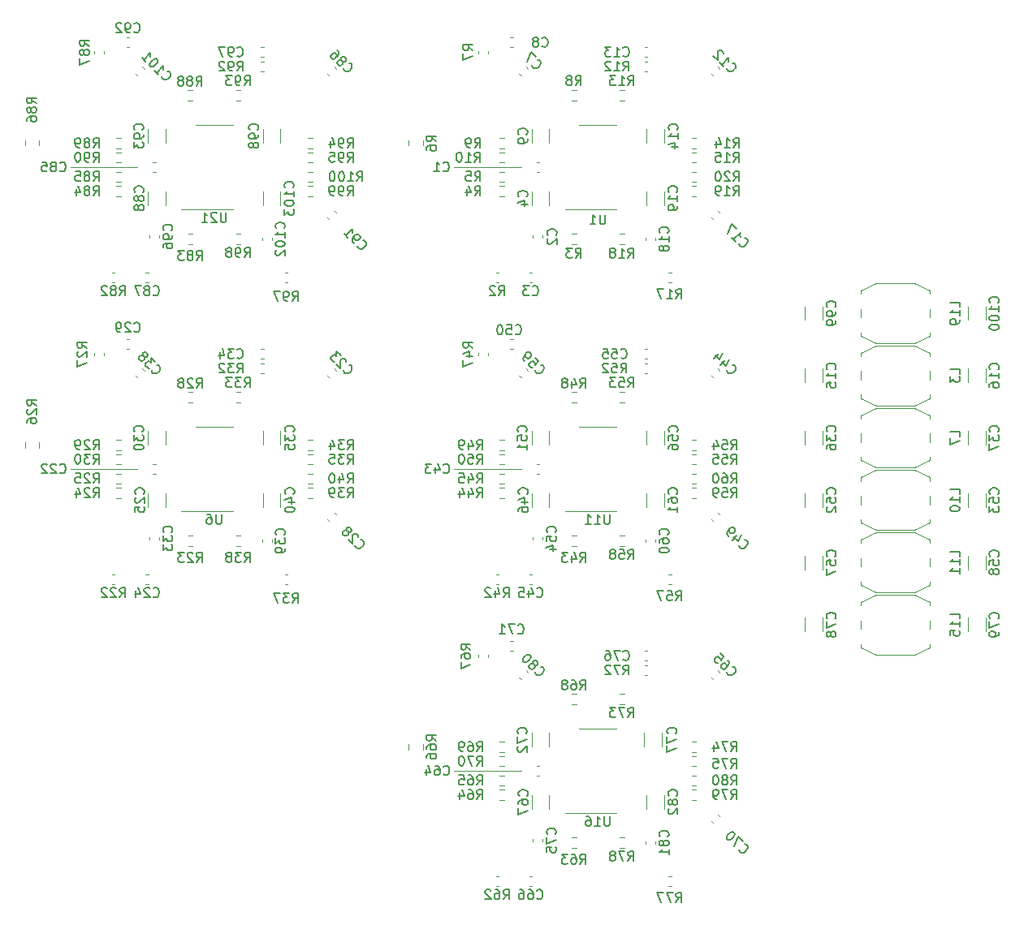
<source format=gbr>
%TF.GenerationSoftware,KiCad,Pcbnew,7.0.1*%
%TF.CreationDate,2023-05-27T02:15:05+02:00*%
%TF.ProjectId,main,6d61696e-2e6b-4696-9361-645f70636258,v1.0.1*%
%TF.SameCoordinates,Original*%
%TF.FileFunction,Legend,Bot*%
%TF.FilePolarity,Positive*%
%FSLAX46Y46*%
G04 Gerber Fmt 4.6, Leading zero omitted, Abs format (unit mm)*
G04 Created by KiCad (PCBNEW 7.0.1) date 2023-05-27 02:15:05*
%MOMM*%
%LPD*%
G01*
G04 APERTURE LIST*
%ADD10C,0.120000*%
%ADD11C,0.150000*%
G04 APERTURE END LIST*
D10*
X84000000Y-78500000D02*
X77000000Y-78500000D01*
X84000000Y-110000000D02*
X77000000Y-110000000D01*
X124000000Y-141500000D02*
X117000000Y-141500000D01*
X124000000Y-110000000D02*
X117000000Y-110000000D01*
X124000000Y-78500000D02*
X117000000Y-78500000D01*
D11*
%TO.C,C18*%
X139297380Y-85357142D02*
X139345000Y-85309523D01*
X139345000Y-85309523D02*
X139392619Y-85166666D01*
X139392619Y-85166666D02*
X139392619Y-85071428D01*
X139392619Y-85071428D02*
X139345000Y-84928571D01*
X139345000Y-84928571D02*
X139249761Y-84833333D01*
X139249761Y-84833333D02*
X139154523Y-84785714D01*
X139154523Y-84785714D02*
X138964047Y-84738095D01*
X138964047Y-84738095D02*
X138821190Y-84738095D01*
X138821190Y-84738095D02*
X138630714Y-84785714D01*
X138630714Y-84785714D02*
X138535476Y-84833333D01*
X138535476Y-84833333D02*
X138440238Y-84928571D01*
X138440238Y-84928571D02*
X138392619Y-85071428D01*
X138392619Y-85071428D02*
X138392619Y-85166666D01*
X138392619Y-85166666D02*
X138440238Y-85309523D01*
X138440238Y-85309523D02*
X138487857Y-85357142D01*
X139392619Y-86309523D02*
X139392619Y-85738095D01*
X139392619Y-86023809D02*
X138392619Y-86023809D01*
X138392619Y-86023809D02*
X138535476Y-85928571D01*
X138535476Y-85928571D02*
X138630714Y-85833333D01*
X138630714Y-85833333D02*
X138678333Y-85738095D01*
X138821190Y-86880952D02*
X138773571Y-86785714D01*
X138773571Y-86785714D02*
X138725952Y-86738095D01*
X138725952Y-86738095D02*
X138630714Y-86690476D01*
X138630714Y-86690476D02*
X138583095Y-86690476D01*
X138583095Y-86690476D02*
X138487857Y-86738095D01*
X138487857Y-86738095D02*
X138440238Y-86785714D01*
X138440238Y-86785714D02*
X138392619Y-86880952D01*
X138392619Y-86880952D02*
X138392619Y-87071428D01*
X138392619Y-87071428D02*
X138440238Y-87166666D01*
X138440238Y-87166666D02*
X138487857Y-87214285D01*
X138487857Y-87214285D02*
X138583095Y-87261904D01*
X138583095Y-87261904D02*
X138630714Y-87261904D01*
X138630714Y-87261904D02*
X138725952Y-87214285D01*
X138725952Y-87214285D02*
X138773571Y-87166666D01*
X138773571Y-87166666D02*
X138821190Y-87071428D01*
X138821190Y-87071428D02*
X138821190Y-86880952D01*
X138821190Y-86880952D02*
X138868809Y-86785714D01*
X138868809Y-86785714D02*
X138916428Y-86738095D01*
X138916428Y-86738095D02*
X139011666Y-86690476D01*
X139011666Y-86690476D02*
X139202142Y-86690476D01*
X139202142Y-86690476D02*
X139297380Y-86738095D01*
X139297380Y-86738095D02*
X139345000Y-86785714D01*
X139345000Y-86785714D02*
X139392619Y-86880952D01*
X139392619Y-86880952D02*
X139392619Y-87071428D01*
X139392619Y-87071428D02*
X139345000Y-87166666D01*
X139345000Y-87166666D02*
X139297380Y-87214285D01*
X139297380Y-87214285D02*
X139202142Y-87261904D01*
X139202142Y-87261904D02*
X139011666Y-87261904D01*
X139011666Y-87261904D02*
X138916428Y-87214285D01*
X138916428Y-87214285D02*
X138868809Y-87166666D01*
X138868809Y-87166666D02*
X138821190Y-87071428D01*
%TO.C,L15*%
X169712619Y-125607142D02*
X169712619Y-125130952D01*
X169712619Y-125130952D02*
X168712619Y-125130952D01*
X169712619Y-126464285D02*
X169712619Y-125892857D01*
X169712619Y-126178571D02*
X168712619Y-126178571D01*
X168712619Y-126178571D02*
X168855476Y-126083333D01*
X168855476Y-126083333D02*
X168950714Y-125988095D01*
X168950714Y-125988095D02*
X168998333Y-125892857D01*
X168712619Y-127369047D02*
X168712619Y-126892857D01*
X168712619Y-126892857D02*
X169188809Y-126845238D01*
X169188809Y-126845238D02*
X169141190Y-126892857D01*
X169141190Y-126892857D02*
X169093571Y-126988095D01*
X169093571Y-126988095D02*
X169093571Y-127226190D01*
X169093571Y-127226190D02*
X169141190Y-127321428D01*
X169141190Y-127321428D02*
X169188809Y-127369047D01*
X169188809Y-127369047D02*
X169284047Y-127416666D01*
X169284047Y-127416666D02*
X169522142Y-127416666D01*
X169522142Y-127416666D02*
X169617380Y-127369047D01*
X169617380Y-127369047D02*
X169665000Y-127321428D01*
X169665000Y-127321428D02*
X169712619Y-127226190D01*
X169712619Y-127226190D02*
X169712619Y-126988095D01*
X169712619Y-126988095D02*
X169665000Y-126892857D01*
X169665000Y-126892857D02*
X169617380Y-126845238D01*
%TO.C,R95*%
X105892857Y-77962619D02*
X106226190Y-77486428D01*
X106464285Y-77962619D02*
X106464285Y-76962619D01*
X106464285Y-76962619D02*
X106083333Y-76962619D01*
X106083333Y-76962619D02*
X105988095Y-77010238D01*
X105988095Y-77010238D02*
X105940476Y-77057857D01*
X105940476Y-77057857D02*
X105892857Y-77153095D01*
X105892857Y-77153095D02*
X105892857Y-77295952D01*
X105892857Y-77295952D02*
X105940476Y-77391190D01*
X105940476Y-77391190D02*
X105988095Y-77438809D01*
X105988095Y-77438809D02*
X106083333Y-77486428D01*
X106083333Y-77486428D02*
X106464285Y-77486428D01*
X105416666Y-77962619D02*
X105226190Y-77962619D01*
X105226190Y-77962619D02*
X105130952Y-77915000D01*
X105130952Y-77915000D02*
X105083333Y-77867380D01*
X105083333Y-77867380D02*
X104988095Y-77724523D01*
X104988095Y-77724523D02*
X104940476Y-77534047D01*
X104940476Y-77534047D02*
X104940476Y-77153095D01*
X104940476Y-77153095D02*
X104988095Y-77057857D01*
X104988095Y-77057857D02*
X105035714Y-77010238D01*
X105035714Y-77010238D02*
X105130952Y-76962619D01*
X105130952Y-76962619D02*
X105321428Y-76962619D01*
X105321428Y-76962619D02*
X105416666Y-77010238D01*
X105416666Y-77010238D02*
X105464285Y-77057857D01*
X105464285Y-77057857D02*
X105511904Y-77153095D01*
X105511904Y-77153095D02*
X105511904Y-77391190D01*
X105511904Y-77391190D02*
X105464285Y-77486428D01*
X105464285Y-77486428D02*
X105416666Y-77534047D01*
X105416666Y-77534047D02*
X105321428Y-77581666D01*
X105321428Y-77581666D02*
X105130952Y-77581666D01*
X105130952Y-77581666D02*
X105035714Y-77534047D01*
X105035714Y-77534047D02*
X104988095Y-77486428D01*
X104988095Y-77486428D02*
X104940476Y-77391190D01*
X104035714Y-76962619D02*
X104511904Y-76962619D01*
X104511904Y-76962619D02*
X104559523Y-77438809D01*
X104559523Y-77438809D02*
X104511904Y-77391190D01*
X104511904Y-77391190D02*
X104416666Y-77343571D01*
X104416666Y-77343571D02*
X104178571Y-77343571D01*
X104178571Y-77343571D02*
X104083333Y-77391190D01*
X104083333Y-77391190D02*
X104035714Y-77438809D01*
X104035714Y-77438809D02*
X103988095Y-77534047D01*
X103988095Y-77534047D02*
X103988095Y-77772142D01*
X103988095Y-77772142D02*
X104035714Y-77867380D01*
X104035714Y-77867380D02*
X104083333Y-77915000D01*
X104083333Y-77915000D02*
X104178571Y-77962619D01*
X104178571Y-77962619D02*
X104416666Y-77962619D01*
X104416666Y-77962619D02*
X104511904Y-77915000D01*
X104511904Y-77915000D02*
X104559523Y-77867380D01*
%TO.C,R62*%
X122142857Y-154892619D02*
X122476190Y-154416428D01*
X122714285Y-154892619D02*
X122714285Y-153892619D01*
X122714285Y-153892619D02*
X122333333Y-153892619D01*
X122333333Y-153892619D02*
X122238095Y-153940238D01*
X122238095Y-153940238D02*
X122190476Y-153987857D01*
X122190476Y-153987857D02*
X122142857Y-154083095D01*
X122142857Y-154083095D02*
X122142857Y-154225952D01*
X122142857Y-154225952D02*
X122190476Y-154321190D01*
X122190476Y-154321190D02*
X122238095Y-154368809D01*
X122238095Y-154368809D02*
X122333333Y-154416428D01*
X122333333Y-154416428D02*
X122714285Y-154416428D01*
X121285714Y-153892619D02*
X121476190Y-153892619D01*
X121476190Y-153892619D02*
X121571428Y-153940238D01*
X121571428Y-153940238D02*
X121619047Y-153987857D01*
X121619047Y-153987857D02*
X121714285Y-154130714D01*
X121714285Y-154130714D02*
X121761904Y-154321190D01*
X121761904Y-154321190D02*
X121761904Y-154702142D01*
X121761904Y-154702142D02*
X121714285Y-154797380D01*
X121714285Y-154797380D02*
X121666666Y-154845000D01*
X121666666Y-154845000D02*
X121571428Y-154892619D01*
X121571428Y-154892619D02*
X121380952Y-154892619D01*
X121380952Y-154892619D02*
X121285714Y-154845000D01*
X121285714Y-154845000D02*
X121238095Y-154797380D01*
X121238095Y-154797380D02*
X121190476Y-154702142D01*
X121190476Y-154702142D02*
X121190476Y-154464047D01*
X121190476Y-154464047D02*
X121238095Y-154368809D01*
X121238095Y-154368809D02*
X121285714Y-154321190D01*
X121285714Y-154321190D02*
X121380952Y-154273571D01*
X121380952Y-154273571D02*
X121571428Y-154273571D01*
X121571428Y-154273571D02*
X121666666Y-154321190D01*
X121666666Y-154321190D02*
X121714285Y-154368809D01*
X121714285Y-154368809D02*
X121761904Y-154464047D01*
X120809523Y-153987857D02*
X120761904Y-153940238D01*
X120761904Y-153940238D02*
X120666666Y-153892619D01*
X120666666Y-153892619D02*
X120428571Y-153892619D01*
X120428571Y-153892619D02*
X120333333Y-153940238D01*
X120333333Y-153940238D02*
X120285714Y-153987857D01*
X120285714Y-153987857D02*
X120238095Y-154083095D01*
X120238095Y-154083095D02*
X120238095Y-154178333D01*
X120238095Y-154178333D02*
X120285714Y-154321190D01*
X120285714Y-154321190D02*
X120857142Y-154892619D01*
X120857142Y-154892619D02*
X120238095Y-154892619D01*
%TO.C,L19*%
X169712619Y-93107142D02*
X169712619Y-92630952D01*
X169712619Y-92630952D02*
X168712619Y-92630952D01*
X169712619Y-93964285D02*
X169712619Y-93392857D01*
X169712619Y-93678571D02*
X168712619Y-93678571D01*
X168712619Y-93678571D02*
X168855476Y-93583333D01*
X168855476Y-93583333D02*
X168950714Y-93488095D01*
X168950714Y-93488095D02*
X168998333Y-93392857D01*
X169712619Y-94440476D02*
X169712619Y-94630952D01*
X169712619Y-94630952D02*
X169665000Y-94726190D01*
X169665000Y-94726190D02*
X169617380Y-94773809D01*
X169617380Y-94773809D02*
X169474523Y-94869047D01*
X169474523Y-94869047D02*
X169284047Y-94916666D01*
X169284047Y-94916666D02*
X168903095Y-94916666D01*
X168903095Y-94916666D02*
X168807857Y-94869047D01*
X168807857Y-94869047D02*
X168760238Y-94821428D01*
X168760238Y-94821428D02*
X168712619Y-94726190D01*
X168712619Y-94726190D02*
X168712619Y-94535714D01*
X168712619Y-94535714D02*
X168760238Y-94440476D01*
X168760238Y-94440476D02*
X168807857Y-94392857D01*
X168807857Y-94392857D02*
X168903095Y-94345238D01*
X168903095Y-94345238D02*
X169141190Y-94345238D01*
X169141190Y-94345238D02*
X169236428Y-94392857D01*
X169236428Y-94392857D02*
X169284047Y-94440476D01*
X169284047Y-94440476D02*
X169331666Y-94535714D01*
X169331666Y-94535714D02*
X169331666Y-94726190D01*
X169331666Y-94726190D02*
X169284047Y-94821428D01*
X169284047Y-94821428D02*
X169236428Y-94869047D01*
X169236428Y-94869047D02*
X169141190Y-94916666D01*
%TO.C,C58*%
X173717380Y-119107142D02*
X173765000Y-119059523D01*
X173765000Y-119059523D02*
X173812619Y-118916666D01*
X173812619Y-118916666D02*
X173812619Y-118821428D01*
X173812619Y-118821428D02*
X173765000Y-118678571D01*
X173765000Y-118678571D02*
X173669761Y-118583333D01*
X173669761Y-118583333D02*
X173574523Y-118535714D01*
X173574523Y-118535714D02*
X173384047Y-118488095D01*
X173384047Y-118488095D02*
X173241190Y-118488095D01*
X173241190Y-118488095D02*
X173050714Y-118535714D01*
X173050714Y-118535714D02*
X172955476Y-118583333D01*
X172955476Y-118583333D02*
X172860238Y-118678571D01*
X172860238Y-118678571D02*
X172812619Y-118821428D01*
X172812619Y-118821428D02*
X172812619Y-118916666D01*
X172812619Y-118916666D02*
X172860238Y-119059523D01*
X172860238Y-119059523D02*
X172907857Y-119107142D01*
X172812619Y-120011904D02*
X172812619Y-119535714D01*
X172812619Y-119535714D02*
X173288809Y-119488095D01*
X173288809Y-119488095D02*
X173241190Y-119535714D01*
X173241190Y-119535714D02*
X173193571Y-119630952D01*
X173193571Y-119630952D02*
X173193571Y-119869047D01*
X173193571Y-119869047D02*
X173241190Y-119964285D01*
X173241190Y-119964285D02*
X173288809Y-120011904D01*
X173288809Y-120011904D02*
X173384047Y-120059523D01*
X173384047Y-120059523D02*
X173622142Y-120059523D01*
X173622142Y-120059523D02*
X173717380Y-120011904D01*
X173717380Y-120011904D02*
X173765000Y-119964285D01*
X173765000Y-119964285D02*
X173812619Y-119869047D01*
X173812619Y-119869047D02*
X173812619Y-119630952D01*
X173812619Y-119630952D02*
X173765000Y-119535714D01*
X173765000Y-119535714D02*
X173717380Y-119488095D01*
X173241190Y-120630952D02*
X173193571Y-120535714D01*
X173193571Y-120535714D02*
X173145952Y-120488095D01*
X173145952Y-120488095D02*
X173050714Y-120440476D01*
X173050714Y-120440476D02*
X173003095Y-120440476D01*
X173003095Y-120440476D02*
X172907857Y-120488095D01*
X172907857Y-120488095D02*
X172860238Y-120535714D01*
X172860238Y-120535714D02*
X172812619Y-120630952D01*
X172812619Y-120630952D02*
X172812619Y-120821428D01*
X172812619Y-120821428D02*
X172860238Y-120916666D01*
X172860238Y-120916666D02*
X172907857Y-120964285D01*
X172907857Y-120964285D02*
X173003095Y-121011904D01*
X173003095Y-121011904D02*
X173050714Y-121011904D01*
X173050714Y-121011904D02*
X173145952Y-120964285D01*
X173145952Y-120964285D02*
X173193571Y-120916666D01*
X173193571Y-120916666D02*
X173241190Y-120821428D01*
X173241190Y-120821428D02*
X173241190Y-120630952D01*
X173241190Y-120630952D02*
X173288809Y-120535714D01*
X173288809Y-120535714D02*
X173336428Y-120488095D01*
X173336428Y-120488095D02*
X173431666Y-120440476D01*
X173431666Y-120440476D02*
X173622142Y-120440476D01*
X173622142Y-120440476D02*
X173717380Y-120488095D01*
X173717380Y-120488095D02*
X173765000Y-120535714D01*
X173765000Y-120535714D02*
X173812619Y-120630952D01*
X173812619Y-120630952D02*
X173812619Y-120821428D01*
X173812619Y-120821428D02*
X173765000Y-120916666D01*
X173765000Y-120916666D02*
X173717380Y-120964285D01*
X173717380Y-120964285D02*
X173622142Y-121011904D01*
X173622142Y-121011904D02*
X173431666Y-121011904D01*
X173431666Y-121011904D02*
X173336428Y-120964285D01*
X173336428Y-120964285D02*
X173288809Y-120916666D01*
X173288809Y-120916666D02*
X173241190Y-120821428D01*
%TO.C,R85*%
X79392857Y-79962619D02*
X79726190Y-79486428D01*
X79964285Y-79962619D02*
X79964285Y-78962619D01*
X79964285Y-78962619D02*
X79583333Y-78962619D01*
X79583333Y-78962619D02*
X79488095Y-79010238D01*
X79488095Y-79010238D02*
X79440476Y-79057857D01*
X79440476Y-79057857D02*
X79392857Y-79153095D01*
X79392857Y-79153095D02*
X79392857Y-79295952D01*
X79392857Y-79295952D02*
X79440476Y-79391190D01*
X79440476Y-79391190D02*
X79488095Y-79438809D01*
X79488095Y-79438809D02*
X79583333Y-79486428D01*
X79583333Y-79486428D02*
X79964285Y-79486428D01*
X78821428Y-79391190D02*
X78916666Y-79343571D01*
X78916666Y-79343571D02*
X78964285Y-79295952D01*
X78964285Y-79295952D02*
X79011904Y-79200714D01*
X79011904Y-79200714D02*
X79011904Y-79153095D01*
X79011904Y-79153095D02*
X78964285Y-79057857D01*
X78964285Y-79057857D02*
X78916666Y-79010238D01*
X78916666Y-79010238D02*
X78821428Y-78962619D01*
X78821428Y-78962619D02*
X78630952Y-78962619D01*
X78630952Y-78962619D02*
X78535714Y-79010238D01*
X78535714Y-79010238D02*
X78488095Y-79057857D01*
X78488095Y-79057857D02*
X78440476Y-79153095D01*
X78440476Y-79153095D02*
X78440476Y-79200714D01*
X78440476Y-79200714D02*
X78488095Y-79295952D01*
X78488095Y-79295952D02*
X78535714Y-79343571D01*
X78535714Y-79343571D02*
X78630952Y-79391190D01*
X78630952Y-79391190D02*
X78821428Y-79391190D01*
X78821428Y-79391190D02*
X78916666Y-79438809D01*
X78916666Y-79438809D02*
X78964285Y-79486428D01*
X78964285Y-79486428D02*
X79011904Y-79581666D01*
X79011904Y-79581666D02*
X79011904Y-79772142D01*
X79011904Y-79772142D02*
X78964285Y-79867380D01*
X78964285Y-79867380D02*
X78916666Y-79915000D01*
X78916666Y-79915000D02*
X78821428Y-79962619D01*
X78821428Y-79962619D02*
X78630952Y-79962619D01*
X78630952Y-79962619D02*
X78535714Y-79915000D01*
X78535714Y-79915000D02*
X78488095Y-79867380D01*
X78488095Y-79867380D02*
X78440476Y-79772142D01*
X78440476Y-79772142D02*
X78440476Y-79581666D01*
X78440476Y-79581666D02*
X78488095Y-79486428D01*
X78488095Y-79486428D02*
X78535714Y-79438809D01*
X78535714Y-79438809D02*
X78630952Y-79391190D01*
X77535714Y-78962619D02*
X78011904Y-78962619D01*
X78011904Y-78962619D02*
X78059523Y-79438809D01*
X78059523Y-79438809D02*
X78011904Y-79391190D01*
X78011904Y-79391190D02*
X77916666Y-79343571D01*
X77916666Y-79343571D02*
X77678571Y-79343571D01*
X77678571Y-79343571D02*
X77583333Y-79391190D01*
X77583333Y-79391190D02*
X77535714Y-79438809D01*
X77535714Y-79438809D02*
X77488095Y-79534047D01*
X77488095Y-79534047D02*
X77488095Y-79772142D01*
X77488095Y-79772142D02*
X77535714Y-79867380D01*
X77535714Y-79867380D02*
X77583333Y-79915000D01*
X77583333Y-79915000D02*
X77678571Y-79962619D01*
X77678571Y-79962619D02*
X77916666Y-79962619D01*
X77916666Y-79962619D02*
X78011904Y-79915000D01*
X78011904Y-79915000D02*
X78059523Y-79867380D01*
%TO.C,R5*%
X119166666Y-79962619D02*
X119499999Y-79486428D01*
X119738094Y-79962619D02*
X119738094Y-78962619D01*
X119738094Y-78962619D02*
X119357142Y-78962619D01*
X119357142Y-78962619D02*
X119261904Y-79010238D01*
X119261904Y-79010238D02*
X119214285Y-79057857D01*
X119214285Y-79057857D02*
X119166666Y-79153095D01*
X119166666Y-79153095D02*
X119166666Y-79295952D01*
X119166666Y-79295952D02*
X119214285Y-79391190D01*
X119214285Y-79391190D02*
X119261904Y-79438809D01*
X119261904Y-79438809D02*
X119357142Y-79486428D01*
X119357142Y-79486428D02*
X119738094Y-79486428D01*
X118261904Y-78962619D02*
X118738094Y-78962619D01*
X118738094Y-78962619D02*
X118785713Y-79438809D01*
X118785713Y-79438809D02*
X118738094Y-79391190D01*
X118738094Y-79391190D02*
X118642856Y-79343571D01*
X118642856Y-79343571D02*
X118404761Y-79343571D01*
X118404761Y-79343571D02*
X118309523Y-79391190D01*
X118309523Y-79391190D02*
X118261904Y-79438809D01*
X118261904Y-79438809D02*
X118214285Y-79534047D01*
X118214285Y-79534047D02*
X118214285Y-79772142D01*
X118214285Y-79772142D02*
X118261904Y-79867380D01*
X118261904Y-79867380D02*
X118309523Y-79915000D01*
X118309523Y-79915000D02*
X118404761Y-79962619D01*
X118404761Y-79962619D02*
X118642856Y-79962619D01*
X118642856Y-79962619D02*
X118738094Y-79915000D01*
X118738094Y-79915000D02*
X118785713Y-79867380D01*
%TO.C,C9*%
X124567380Y-75083333D02*
X124615000Y-75035714D01*
X124615000Y-75035714D02*
X124662619Y-74892857D01*
X124662619Y-74892857D02*
X124662619Y-74797619D01*
X124662619Y-74797619D02*
X124615000Y-74654762D01*
X124615000Y-74654762D02*
X124519761Y-74559524D01*
X124519761Y-74559524D02*
X124424523Y-74511905D01*
X124424523Y-74511905D02*
X124234047Y-74464286D01*
X124234047Y-74464286D02*
X124091190Y-74464286D01*
X124091190Y-74464286D02*
X123900714Y-74511905D01*
X123900714Y-74511905D02*
X123805476Y-74559524D01*
X123805476Y-74559524D02*
X123710238Y-74654762D01*
X123710238Y-74654762D02*
X123662619Y-74797619D01*
X123662619Y-74797619D02*
X123662619Y-74892857D01*
X123662619Y-74892857D02*
X123710238Y-75035714D01*
X123710238Y-75035714D02*
X123757857Y-75083333D01*
X124662619Y-75559524D02*
X124662619Y-75750000D01*
X124662619Y-75750000D02*
X124615000Y-75845238D01*
X124615000Y-75845238D02*
X124567380Y-75892857D01*
X124567380Y-75892857D02*
X124424523Y-75988095D01*
X124424523Y-75988095D02*
X124234047Y-76035714D01*
X124234047Y-76035714D02*
X123853095Y-76035714D01*
X123853095Y-76035714D02*
X123757857Y-75988095D01*
X123757857Y-75988095D02*
X123710238Y-75940476D01*
X123710238Y-75940476D02*
X123662619Y-75845238D01*
X123662619Y-75845238D02*
X123662619Y-75654762D01*
X123662619Y-75654762D02*
X123710238Y-75559524D01*
X123710238Y-75559524D02*
X123757857Y-75511905D01*
X123757857Y-75511905D02*
X123853095Y-75464286D01*
X123853095Y-75464286D02*
X124091190Y-75464286D01*
X124091190Y-75464286D02*
X124186428Y-75511905D01*
X124186428Y-75511905D02*
X124234047Y-75559524D01*
X124234047Y-75559524D02*
X124281666Y-75654762D01*
X124281666Y-75654762D02*
X124281666Y-75845238D01*
X124281666Y-75845238D02*
X124234047Y-75940476D01*
X124234047Y-75940476D02*
X124186428Y-75988095D01*
X124186428Y-75988095D02*
X124091190Y-76035714D01*
%TO.C,R8*%
X129666666Y-69962619D02*
X129999999Y-69486428D01*
X130238094Y-69962619D02*
X130238094Y-68962619D01*
X130238094Y-68962619D02*
X129857142Y-68962619D01*
X129857142Y-68962619D02*
X129761904Y-69010238D01*
X129761904Y-69010238D02*
X129714285Y-69057857D01*
X129714285Y-69057857D02*
X129666666Y-69153095D01*
X129666666Y-69153095D02*
X129666666Y-69295952D01*
X129666666Y-69295952D02*
X129714285Y-69391190D01*
X129714285Y-69391190D02*
X129761904Y-69438809D01*
X129761904Y-69438809D02*
X129857142Y-69486428D01*
X129857142Y-69486428D02*
X130238094Y-69486428D01*
X129095237Y-69391190D02*
X129190475Y-69343571D01*
X129190475Y-69343571D02*
X129238094Y-69295952D01*
X129238094Y-69295952D02*
X129285713Y-69200714D01*
X129285713Y-69200714D02*
X129285713Y-69153095D01*
X129285713Y-69153095D02*
X129238094Y-69057857D01*
X129238094Y-69057857D02*
X129190475Y-69010238D01*
X129190475Y-69010238D02*
X129095237Y-68962619D01*
X129095237Y-68962619D02*
X128904761Y-68962619D01*
X128904761Y-68962619D02*
X128809523Y-69010238D01*
X128809523Y-69010238D02*
X128761904Y-69057857D01*
X128761904Y-69057857D02*
X128714285Y-69153095D01*
X128714285Y-69153095D02*
X128714285Y-69200714D01*
X128714285Y-69200714D02*
X128761904Y-69295952D01*
X128761904Y-69295952D02*
X128809523Y-69343571D01*
X128809523Y-69343571D02*
X128904761Y-69391190D01*
X128904761Y-69391190D02*
X129095237Y-69391190D01*
X129095237Y-69391190D02*
X129190475Y-69438809D01*
X129190475Y-69438809D02*
X129238094Y-69486428D01*
X129238094Y-69486428D02*
X129285713Y-69581666D01*
X129285713Y-69581666D02*
X129285713Y-69772142D01*
X129285713Y-69772142D02*
X129238094Y-69867380D01*
X129238094Y-69867380D02*
X129190475Y-69915000D01*
X129190475Y-69915000D02*
X129095237Y-69962619D01*
X129095237Y-69962619D02*
X128904761Y-69962619D01*
X128904761Y-69962619D02*
X128809523Y-69915000D01*
X128809523Y-69915000D02*
X128761904Y-69867380D01*
X128761904Y-69867380D02*
X128714285Y-69772142D01*
X128714285Y-69772142D02*
X128714285Y-69581666D01*
X128714285Y-69581666D02*
X128761904Y-69486428D01*
X128761904Y-69486428D02*
X128809523Y-69438809D01*
X128809523Y-69438809D02*
X128904761Y-69391190D01*
%TO.C,R57*%
X140142857Y-123712619D02*
X140476190Y-123236428D01*
X140714285Y-123712619D02*
X140714285Y-122712619D01*
X140714285Y-122712619D02*
X140333333Y-122712619D01*
X140333333Y-122712619D02*
X140238095Y-122760238D01*
X140238095Y-122760238D02*
X140190476Y-122807857D01*
X140190476Y-122807857D02*
X140142857Y-122903095D01*
X140142857Y-122903095D02*
X140142857Y-123045952D01*
X140142857Y-123045952D02*
X140190476Y-123141190D01*
X140190476Y-123141190D02*
X140238095Y-123188809D01*
X140238095Y-123188809D02*
X140333333Y-123236428D01*
X140333333Y-123236428D02*
X140714285Y-123236428D01*
X139238095Y-122712619D02*
X139714285Y-122712619D01*
X139714285Y-122712619D02*
X139761904Y-123188809D01*
X139761904Y-123188809D02*
X139714285Y-123141190D01*
X139714285Y-123141190D02*
X139619047Y-123093571D01*
X139619047Y-123093571D02*
X139380952Y-123093571D01*
X139380952Y-123093571D02*
X139285714Y-123141190D01*
X139285714Y-123141190D02*
X139238095Y-123188809D01*
X139238095Y-123188809D02*
X139190476Y-123284047D01*
X139190476Y-123284047D02*
X139190476Y-123522142D01*
X139190476Y-123522142D02*
X139238095Y-123617380D01*
X139238095Y-123617380D02*
X139285714Y-123665000D01*
X139285714Y-123665000D02*
X139380952Y-123712619D01*
X139380952Y-123712619D02*
X139619047Y-123712619D01*
X139619047Y-123712619D02*
X139714285Y-123665000D01*
X139714285Y-123665000D02*
X139761904Y-123617380D01*
X138857142Y-122712619D02*
X138190476Y-122712619D01*
X138190476Y-122712619D02*
X138619047Y-123712619D01*
%TO.C,C23*%
X105455954Y-99703183D02*
X105455954Y-99770526D01*
X105455954Y-99770526D02*
X105523297Y-99905213D01*
X105523297Y-99905213D02*
X105590641Y-99972557D01*
X105590641Y-99972557D02*
X105725328Y-100039900D01*
X105725328Y-100039900D02*
X105860015Y-100039900D01*
X105860015Y-100039900D02*
X105961030Y-100006229D01*
X105961030Y-100006229D02*
X106129389Y-99905213D01*
X106129389Y-99905213D02*
X106230404Y-99804198D01*
X106230404Y-99804198D02*
X106331419Y-99635839D01*
X106331419Y-99635839D02*
X106365091Y-99534824D01*
X106365091Y-99534824D02*
X106365091Y-99400137D01*
X106365091Y-99400137D02*
X106297747Y-99265450D01*
X106297747Y-99265450D02*
X106230404Y-99198106D01*
X106230404Y-99198106D02*
X106095717Y-99130763D01*
X106095717Y-99130763D02*
X106028373Y-99130763D01*
X105758999Y-98861389D02*
X105758999Y-98794045D01*
X105758999Y-98794045D02*
X105725328Y-98693030D01*
X105725328Y-98693030D02*
X105556969Y-98524671D01*
X105556969Y-98524671D02*
X105455954Y-98491000D01*
X105455954Y-98491000D02*
X105388610Y-98491000D01*
X105388610Y-98491000D02*
X105287595Y-98524671D01*
X105287595Y-98524671D02*
X105220251Y-98592015D01*
X105220251Y-98592015D02*
X105152908Y-98726702D01*
X105152908Y-98726702D02*
X105152908Y-99534824D01*
X105152908Y-99534824D02*
X104715175Y-99097091D01*
X105186580Y-98154282D02*
X104748847Y-97716549D01*
X104748847Y-97716549D02*
X104715175Y-98221626D01*
X104715175Y-98221626D02*
X104614160Y-98120610D01*
X104614160Y-98120610D02*
X104513145Y-98086939D01*
X104513145Y-98086939D02*
X104445801Y-98086939D01*
X104445801Y-98086939D02*
X104344786Y-98120610D01*
X104344786Y-98120610D02*
X104176427Y-98288969D01*
X104176427Y-98288969D02*
X104142755Y-98389984D01*
X104142755Y-98389984D02*
X104142755Y-98457328D01*
X104142755Y-98457328D02*
X104176427Y-98558343D01*
X104176427Y-98558343D02*
X104378458Y-98760374D01*
X104378458Y-98760374D02*
X104479473Y-98794045D01*
X104479473Y-98794045D02*
X104546816Y-98794045D01*
%TO.C,R99*%
X105892857Y-81462619D02*
X106226190Y-80986428D01*
X106464285Y-81462619D02*
X106464285Y-80462619D01*
X106464285Y-80462619D02*
X106083333Y-80462619D01*
X106083333Y-80462619D02*
X105988095Y-80510238D01*
X105988095Y-80510238D02*
X105940476Y-80557857D01*
X105940476Y-80557857D02*
X105892857Y-80653095D01*
X105892857Y-80653095D02*
X105892857Y-80795952D01*
X105892857Y-80795952D02*
X105940476Y-80891190D01*
X105940476Y-80891190D02*
X105988095Y-80938809D01*
X105988095Y-80938809D02*
X106083333Y-80986428D01*
X106083333Y-80986428D02*
X106464285Y-80986428D01*
X105416666Y-81462619D02*
X105226190Y-81462619D01*
X105226190Y-81462619D02*
X105130952Y-81415000D01*
X105130952Y-81415000D02*
X105083333Y-81367380D01*
X105083333Y-81367380D02*
X104988095Y-81224523D01*
X104988095Y-81224523D02*
X104940476Y-81034047D01*
X104940476Y-81034047D02*
X104940476Y-80653095D01*
X104940476Y-80653095D02*
X104988095Y-80557857D01*
X104988095Y-80557857D02*
X105035714Y-80510238D01*
X105035714Y-80510238D02*
X105130952Y-80462619D01*
X105130952Y-80462619D02*
X105321428Y-80462619D01*
X105321428Y-80462619D02*
X105416666Y-80510238D01*
X105416666Y-80510238D02*
X105464285Y-80557857D01*
X105464285Y-80557857D02*
X105511904Y-80653095D01*
X105511904Y-80653095D02*
X105511904Y-80891190D01*
X105511904Y-80891190D02*
X105464285Y-80986428D01*
X105464285Y-80986428D02*
X105416666Y-81034047D01*
X105416666Y-81034047D02*
X105321428Y-81081666D01*
X105321428Y-81081666D02*
X105130952Y-81081666D01*
X105130952Y-81081666D02*
X105035714Y-81034047D01*
X105035714Y-81034047D02*
X104988095Y-80986428D01*
X104988095Y-80986428D02*
X104940476Y-80891190D01*
X104464285Y-81462619D02*
X104273809Y-81462619D01*
X104273809Y-81462619D02*
X104178571Y-81415000D01*
X104178571Y-81415000D02*
X104130952Y-81367380D01*
X104130952Y-81367380D02*
X104035714Y-81224523D01*
X104035714Y-81224523D02*
X103988095Y-81034047D01*
X103988095Y-81034047D02*
X103988095Y-80653095D01*
X103988095Y-80653095D02*
X104035714Y-80557857D01*
X104035714Y-80557857D02*
X104083333Y-80510238D01*
X104083333Y-80510238D02*
X104178571Y-80462619D01*
X104178571Y-80462619D02*
X104369047Y-80462619D01*
X104369047Y-80462619D02*
X104464285Y-80510238D01*
X104464285Y-80510238D02*
X104511904Y-80557857D01*
X104511904Y-80557857D02*
X104559523Y-80653095D01*
X104559523Y-80653095D02*
X104559523Y-80891190D01*
X104559523Y-80891190D02*
X104511904Y-80986428D01*
X104511904Y-80986428D02*
X104464285Y-81034047D01*
X104464285Y-81034047D02*
X104369047Y-81081666D01*
X104369047Y-81081666D02*
X104178571Y-81081666D01*
X104178571Y-81081666D02*
X104083333Y-81034047D01*
X104083333Y-81034047D02*
X104035714Y-80986428D01*
X104035714Y-80986428D02*
X103988095Y-80891190D01*
%TO.C,R37*%
X100142857Y-123962619D02*
X100476190Y-123486428D01*
X100714285Y-123962619D02*
X100714285Y-122962619D01*
X100714285Y-122962619D02*
X100333333Y-122962619D01*
X100333333Y-122962619D02*
X100238095Y-123010238D01*
X100238095Y-123010238D02*
X100190476Y-123057857D01*
X100190476Y-123057857D02*
X100142857Y-123153095D01*
X100142857Y-123153095D02*
X100142857Y-123295952D01*
X100142857Y-123295952D02*
X100190476Y-123391190D01*
X100190476Y-123391190D02*
X100238095Y-123438809D01*
X100238095Y-123438809D02*
X100333333Y-123486428D01*
X100333333Y-123486428D02*
X100714285Y-123486428D01*
X99809523Y-122962619D02*
X99190476Y-122962619D01*
X99190476Y-122962619D02*
X99523809Y-123343571D01*
X99523809Y-123343571D02*
X99380952Y-123343571D01*
X99380952Y-123343571D02*
X99285714Y-123391190D01*
X99285714Y-123391190D02*
X99238095Y-123438809D01*
X99238095Y-123438809D02*
X99190476Y-123534047D01*
X99190476Y-123534047D02*
X99190476Y-123772142D01*
X99190476Y-123772142D02*
X99238095Y-123867380D01*
X99238095Y-123867380D02*
X99285714Y-123915000D01*
X99285714Y-123915000D02*
X99380952Y-123962619D01*
X99380952Y-123962619D02*
X99666666Y-123962619D01*
X99666666Y-123962619D02*
X99761904Y-123915000D01*
X99761904Y-123915000D02*
X99809523Y-123867380D01*
X98857142Y-122962619D02*
X98190476Y-122962619D01*
X98190476Y-122962619D02*
X98619047Y-123962619D01*
%TO.C,C19*%
X140217380Y-81107142D02*
X140265000Y-81059523D01*
X140265000Y-81059523D02*
X140312619Y-80916666D01*
X140312619Y-80916666D02*
X140312619Y-80821428D01*
X140312619Y-80821428D02*
X140265000Y-80678571D01*
X140265000Y-80678571D02*
X140169761Y-80583333D01*
X140169761Y-80583333D02*
X140074523Y-80535714D01*
X140074523Y-80535714D02*
X139884047Y-80488095D01*
X139884047Y-80488095D02*
X139741190Y-80488095D01*
X139741190Y-80488095D02*
X139550714Y-80535714D01*
X139550714Y-80535714D02*
X139455476Y-80583333D01*
X139455476Y-80583333D02*
X139360238Y-80678571D01*
X139360238Y-80678571D02*
X139312619Y-80821428D01*
X139312619Y-80821428D02*
X139312619Y-80916666D01*
X139312619Y-80916666D02*
X139360238Y-81059523D01*
X139360238Y-81059523D02*
X139407857Y-81107142D01*
X140312619Y-82059523D02*
X140312619Y-81488095D01*
X140312619Y-81773809D02*
X139312619Y-81773809D01*
X139312619Y-81773809D02*
X139455476Y-81678571D01*
X139455476Y-81678571D02*
X139550714Y-81583333D01*
X139550714Y-81583333D02*
X139598333Y-81488095D01*
X140312619Y-82535714D02*
X140312619Y-82726190D01*
X140312619Y-82726190D02*
X140265000Y-82821428D01*
X140265000Y-82821428D02*
X140217380Y-82869047D01*
X140217380Y-82869047D02*
X140074523Y-82964285D01*
X140074523Y-82964285D02*
X139884047Y-83011904D01*
X139884047Y-83011904D02*
X139503095Y-83011904D01*
X139503095Y-83011904D02*
X139407857Y-82964285D01*
X139407857Y-82964285D02*
X139360238Y-82916666D01*
X139360238Y-82916666D02*
X139312619Y-82821428D01*
X139312619Y-82821428D02*
X139312619Y-82630952D01*
X139312619Y-82630952D02*
X139360238Y-82535714D01*
X139360238Y-82535714D02*
X139407857Y-82488095D01*
X139407857Y-82488095D02*
X139503095Y-82440476D01*
X139503095Y-82440476D02*
X139741190Y-82440476D01*
X139741190Y-82440476D02*
X139836428Y-82488095D01*
X139836428Y-82488095D02*
X139884047Y-82535714D01*
X139884047Y-82535714D02*
X139931666Y-82630952D01*
X139931666Y-82630952D02*
X139931666Y-82821428D01*
X139931666Y-82821428D02*
X139884047Y-82916666D01*
X139884047Y-82916666D02*
X139836428Y-82964285D01*
X139836428Y-82964285D02*
X139741190Y-83011904D01*
%TO.C,R23*%
X90142857Y-119712619D02*
X90476190Y-119236428D01*
X90714285Y-119712619D02*
X90714285Y-118712619D01*
X90714285Y-118712619D02*
X90333333Y-118712619D01*
X90333333Y-118712619D02*
X90238095Y-118760238D01*
X90238095Y-118760238D02*
X90190476Y-118807857D01*
X90190476Y-118807857D02*
X90142857Y-118903095D01*
X90142857Y-118903095D02*
X90142857Y-119045952D01*
X90142857Y-119045952D02*
X90190476Y-119141190D01*
X90190476Y-119141190D02*
X90238095Y-119188809D01*
X90238095Y-119188809D02*
X90333333Y-119236428D01*
X90333333Y-119236428D02*
X90714285Y-119236428D01*
X89761904Y-118807857D02*
X89714285Y-118760238D01*
X89714285Y-118760238D02*
X89619047Y-118712619D01*
X89619047Y-118712619D02*
X89380952Y-118712619D01*
X89380952Y-118712619D02*
X89285714Y-118760238D01*
X89285714Y-118760238D02*
X89238095Y-118807857D01*
X89238095Y-118807857D02*
X89190476Y-118903095D01*
X89190476Y-118903095D02*
X89190476Y-118998333D01*
X89190476Y-118998333D02*
X89238095Y-119141190D01*
X89238095Y-119141190D02*
X89809523Y-119712619D01*
X89809523Y-119712619D02*
X89190476Y-119712619D01*
X88857142Y-118712619D02*
X88238095Y-118712619D01*
X88238095Y-118712619D02*
X88571428Y-119093571D01*
X88571428Y-119093571D02*
X88428571Y-119093571D01*
X88428571Y-119093571D02*
X88333333Y-119141190D01*
X88333333Y-119141190D02*
X88285714Y-119188809D01*
X88285714Y-119188809D02*
X88238095Y-119284047D01*
X88238095Y-119284047D02*
X88238095Y-119522142D01*
X88238095Y-119522142D02*
X88285714Y-119617380D01*
X88285714Y-119617380D02*
X88333333Y-119665000D01*
X88333333Y-119665000D02*
X88428571Y-119712619D01*
X88428571Y-119712619D02*
X88714285Y-119712619D01*
X88714285Y-119712619D02*
X88809523Y-119665000D01*
X88809523Y-119665000D02*
X88857142Y-119617380D01*
%TO.C,R88*%
X90112857Y-70032619D02*
X90446190Y-69556428D01*
X90684285Y-70032619D02*
X90684285Y-69032619D01*
X90684285Y-69032619D02*
X90303333Y-69032619D01*
X90303333Y-69032619D02*
X90208095Y-69080238D01*
X90208095Y-69080238D02*
X90160476Y-69127857D01*
X90160476Y-69127857D02*
X90112857Y-69223095D01*
X90112857Y-69223095D02*
X90112857Y-69365952D01*
X90112857Y-69365952D02*
X90160476Y-69461190D01*
X90160476Y-69461190D02*
X90208095Y-69508809D01*
X90208095Y-69508809D02*
X90303333Y-69556428D01*
X90303333Y-69556428D02*
X90684285Y-69556428D01*
X89541428Y-69461190D02*
X89636666Y-69413571D01*
X89636666Y-69413571D02*
X89684285Y-69365952D01*
X89684285Y-69365952D02*
X89731904Y-69270714D01*
X89731904Y-69270714D02*
X89731904Y-69223095D01*
X89731904Y-69223095D02*
X89684285Y-69127857D01*
X89684285Y-69127857D02*
X89636666Y-69080238D01*
X89636666Y-69080238D02*
X89541428Y-69032619D01*
X89541428Y-69032619D02*
X89350952Y-69032619D01*
X89350952Y-69032619D02*
X89255714Y-69080238D01*
X89255714Y-69080238D02*
X89208095Y-69127857D01*
X89208095Y-69127857D02*
X89160476Y-69223095D01*
X89160476Y-69223095D02*
X89160476Y-69270714D01*
X89160476Y-69270714D02*
X89208095Y-69365952D01*
X89208095Y-69365952D02*
X89255714Y-69413571D01*
X89255714Y-69413571D02*
X89350952Y-69461190D01*
X89350952Y-69461190D02*
X89541428Y-69461190D01*
X89541428Y-69461190D02*
X89636666Y-69508809D01*
X89636666Y-69508809D02*
X89684285Y-69556428D01*
X89684285Y-69556428D02*
X89731904Y-69651666D01*
X89731904Y-69651666D02*
X89731904Y-69842142D01*
X89731904Y-69842142D02*
X89684285Y-69937380D01*
X89684285Y-69937380D02*
X89636666Y-69985000D01*
X89636666Y-69985000D02*
X89541428Y-70032619D01*
X89541428Y-70032619D02*
X89350952Y-70032619D01*
X89350952Y-70032619D02*
X89255714Y-69985000D01*
X89255714Y-69985000D02*
X89208095Y-69937380D01*
X89208095Y-69937380D02*
X89160476Y-69842142D01*
X89160476Y-69842142D02*
X89160476Y-69651666D01*
X89160476Y-69651666D02*
X89208095Y-69556428D01*
X89208095Y-69556428D02*
X89255714Y-69508809D01*
X89255714Y-69508809D02*
X89350952Y-69461190D01*
X88589047Y-69461190D02*
X88684285Y-69413571D01*
X88684285Y-69413571D02*
X88731904Y-69365952D01*
X88731904Y-69365952D02*
X88779523Y-69270714D01*
X88779523Y-69270714D02*
X88779523Y-69223095D01*
X88779523Y-69223095D02*
X88731904Y-69127857D01*
X88731904Y-69127857D02*
X88684285Y-69080238D01*
X88684285Y-69080238D02*
X88589047Y-69032619D01*
X88589047Y-69032619D02*
X88398571Y-69032619D01*
X88398571Y-69032619D02*
X88303333Y-69080238D01*
X88303333Y-69080238D02*
X88255714Y-69127857D01*
X88255714Y-69127857D02*
X88208095Y-69223095D01*
X88208095Y-69223095D02*
X88208095Y-69270714D01*
X88208095Y-69270714D02*
X88255714Y-69365952D01*
X88255714Y-69365952D02*
X88303333Y-69413571D01*
X88303333Y-69413571D02*
X88398571Y-69461190D01*
X88398571Y-69461190D02*
X88589047Y-69461190D01*
X88589047Y-69461190D02*
X88684285Y-69508809D01*
X88684285Y-69508809D02*
X88731904Y-69556428D01*
X88731904Y-69556428D02*
X88779523Y-69651666D01*
X88779523Y-69651666D02*
X88779523Y-69842142D01*
X88779523Y-69842142D02*
X88731904Y-69937380D01*
X88731904Y-69937380D02*
X88684285Y-69985000D01*
X88684285Y-69985000D02*
X88589047Y-70032619D01*
X88589047Y-70032619D02*
X88398571Y-70032619D01*
X88398571Y-70032619D02*
X88303333Y-69985000D01*
X88303333Y-69985000D02*
X88255714Y-69937380D01*
X88255714Y-69937380D02*
X88208095Y-69842142D01*
X88208095Y-69842142D02*
X88208095Y-69651666D01*
X88208095Y-69651666D02*
X88255714Y-69556428D01*
X88255714Y-69556428D02*
X88303333Y-69508809D01*
X88303333Y-69508809D02*
X88398571Y-69461190D01*
%TO.C,C8*%
X126166666Y-65867380D02*
X126214285Y-65915000D01*
X126214285Y-65915000D02*
X126357142Y-65962619D01*
X126357142Y-65962619D02*
X126452380Y-65962619D01*
X126452380Y-65962619D02*
X126595237Y-65915000D01*
X126595237Y-65915000D02*
X126690475Y-65819761D01*
X126690475Y-65819761D02*
X126738094Y-65724523D01*
X126738094Y-65724523D02*
X126785713Y-65534047D01*
X126785713Y-65534047D02*
X126785713Y-65391190D01*
X126785713Y-65391190D02*
X126738094Y-65200714D01*
X126738094Y-65200714D02*
X126690475Y-65105476D01*
X126690475Y-65105476D02*
X126595237Y-65010238D01*
X126595237Y-65010238D02*
X126452380Y-64962619D01*
X126452380Y-64962619D02*
X126357142Y-64962619D01*
X126357142Y-64962619D02*
X126214285Y-65010238D01*
X126214285Y-65010238D02*
X126166666Y-65057857D01*
X125595237Y-65391190D02*
X125690475Y-65343571D01*
X125690475Y-65343571D02*
X125738094Y-65295952D01*
X125738094Y-65295952D02*
X125785713Y-65200714D01*
X125785713Y-65200714D02*
X125785713Y-65153095D01*
X125785713Y-65153095D02*
X125738094Y-65057857D01*
X125738094Y-65057857D02*
X125690475Y-65010238D01*
X125690475Y-65010238D02*
X125595237Y-64962619D01*
X125595237Y-64962619D02*
X125404761Y-64962619D01*
X125404761Y-64962619D02*
X125309523Y-65010238D01*
X125309523Y-65010238D02*
X125261904Y-65057857D01*
X125261904Y-65057857D02*
X125214285Y-65153095D01*
X125214285Y-65153095D02*
X125214285Y-65200714D01*
X125214285Y-65200714D02*
X125261904Y-65295952D01*
X125261904Y-65295952D02*
X125309523Y-65343571D01*
X125309523Y-65343571D02*
X125404761Y-65391190D01*
X125404761Y-65391190D02*
X125595237Y-65391190D01*
X125595237Y-65391190D02*
X125690475Y-65438809D01*
X125690475Y-65438809D02*
X125738094Y-65486428D01*
X125738094Y-65486428D02*
X125785713Y-65581666D01*
X125785713Y-65581666D02*
X125785713Y-65772142D01*
X125785713Y-65772142D02*
X125738094Y-65867380D01*
X125738094Y-65867380D02*
X125690475Y-65915000D01*
X125690475Y-65915000D02*
X125595237Y-65962619D01*
X125595237Y-65962619D02*
X125404761Y-65962619D01*
X125404761Y-65962619D02*
X125309523Y-65915000D01*
X125309523Y-65915000D02*
X125261904Y-65867380D01*
X125261904Y-65867380D02*
X125214285Y-65772142D01*
X125214285Y-65772142D02*
X125214285Y-65581666D01*
X125214285Y-65581666D02*
X125261904Y-65486428D01*
X125261904Y-65486428D02*
X125309523Y-65438809D01*
X125309523Y-65438809D02*
X125404761Y-65391190D01*
%TO.C,R42*%
X122142857Y-123392619D02*
X122476190Y-122916428D01*
X122714285Y-123392619D02*
X122714285Y-122392619D01*
X122714285Y-122392619D02*
X122333333Y-122392619D01*
X122333333Y-122392619D02*
X122238095Y-122440238D01*
X122238095Y-122440238D02*
X122190476Y-122487857D01*
X122190476Y-122487857D02*
X122142857Y-122583095D01*
X122142857Y-122583095D02*
X122142857Y-122725952D01*
X122142857Y-122725952D02*
X122190476Y-122821190D01*
X122190476Y-122821190D02*
X122238095Y-122868809D01*
X122238095Y-122868809D02*
X122333333Y-122916428D01*
X122333333Y-122916428D02*
X122714285Y-122916428D01*
X121285714Y-122725952D02*
X121285714Y-123392619D01*
X121523809Y-122345000D02*
X121761904Y-123059285D01*
X121761904Y-123059285D02*
X121142857Y-123059285D01*
X120809523Y-122487857D02*
X120761904Y-122440238D01*
X120761904Y-122440238D02*
X120666666Y-122392619D01*
X120666666Y-122392619D02*
X120428571Y-122392619D01*
X120428571Y-122392619D02*
X120333333Y-122440238D01*
X120333333Y-122440238D02*
X120285714Y-122487857D01*
X120285714Y-122487857D02*
X120238095Y-122583095D01*
X120238095Y-122583095D02*
X120238095Y-122678333D01*
X120238095Y-122678333D02*
X120285714Y-122821190D01*
X120285714Y-122821190D02*
X120857142Y-123392619D01*
X120857142Y-123392619D02*
X120238095Y-123392619D01*
%TO.C,R29*%
X79392857Y-107962619D02*
X79726190Y-107486428D01*
X79964285Y-107962619D02*
X79964285Y-106962619D01*
X79964285Y-106962619D02*
X79583333Y-106962619D01*
X79583333Y-106962619D02*
X79488095Y-107010238D01*
X79488095Y-107010238D02*
X79440476Y-107057857D01*
X79440476Y-107057857D02*
X79392857Y-107153095D01*
X79392857Y-107153095D02*
X79392857Y-107295952D01*
X79392857Y-107295952D02*
X79440476Y-107391190D01*
X79440476Y-107391190D02*
X79488095Y-107438809D01*
X79488095Y-107438809D02*
X79583333Y-107486428D01*
X79583333Y-107486428D02*
X79964285Y-107486428D01*
X79011904Y-107057857D02*
X78964285Y-107010238D01*
X78964285Y-107010238D02*
X78869047Y-106962619D01*
X78869047Y-106962619D02*
X78630952Y-106962619D01*
X78630952Y-106962619D02*
X78535714Y-107010238D01*
X78535714Y-107010238D02*
X78488095Y-107057857D01*
X78488095Y-107057857D02*
X78440476Y-107153095D01*
X78440476Y-107153095D02*
X78440476Y-107248333D01*
X78440476Y-107248333D02*
X78488095Y-107391190D01*
X78488095Y-107391190D02*
X79059523Y-107962619D01*
X79059523Y-107962619D02*
X78440476Y-107962619D01*
X77964285Y-107962619D02*
X77773809Y-107962619D01*
X77773809Y-107962619D02*
X77678571Y-107915000D01*
X77678571Y-107915000D02*
X77630952Y-107867380D01*
X77630952Y-107867380D02*
X77535714Y-107724523D01*
X77535714Y-107724523D02*
X77488095Y-107534047D01*
X77488095Y-107534047D02*
X77488095Y-107153095D01*
X77488095Y-107153095D02*
X77535714Y-107057857D01*
X77535714Y-107057857D02*
X77583333Y-107010238D01*
X77583333Y-107010238D02*
X77678571Y-106962619D01*
X77678571Y-106962619D02*
X77869047Y-106962619D01*
X77869047Y-106962619D02*
X77964285Y-107010238D01*
X77964285Y-107010238D02*
X78011904Y-107057857D01*
X78011904Y-107057857D02*
X78059523Y-107153095D01*
X78059523Y-107153095D02*
X78059523Y-107391190D01*
X78059523Y-107391190D02*
X78011904Y-107486428D01*
X78011904Y-107486428D02*
X77964285Y-107534047D01*
X77964285Y-107534047D02*
X77869047Y-107581666D01*
X77869047Y-107581666D02*
X77678571Y-107581666D01*
X77678571Y-107581666D02*
X77583333Y-107534047D01*
X77583333Y-107534047D02*
X77535714Y-107486428D01*
X77535714Y-107486428D02*
X77488095Y-107391190D01*
%TO.C,R82*%
X82142857Y-91892619D02*
X82476190Y-91416428D01*
X82714285Y-91892619D02*
X82714285Y-90892619D01*
X82714285Y-90892619D02*
X82333333Y-90892619D01*
X82333333Y-90892619D02*
X82238095Y-90940238D01*
X82238095Y-90940238D02*
X82190476Y-90987857D01*
X82190476Y-90987857D02*
X82142857Y-91083095D01*
X82142857Y-91083095D02*
X82142857Y-91225952D01*
X82142857Y-91225952D02*
X82190476Y-91321190D01*
X82190476Y-91321190D02*
X82238095Y-91368809D01*
X82238095Y-91368809D02*
X82333333Y-91416428D01*
X82333333Y-91416428D02*
X82714285Y-91416428D01*
X81571428Y-91321190D02*
X81666666Y-91273571D01*
X81666666Y-91273571D02*
X81714285Y-91225952D01*
X81714285Y-91225952D02*
X81761904Y-91130714D01*
X81761904Y-91130714D02*
X81761904Y-91083095D01*
X81761904Y-91083095D02*
X81714285Y-90987857D01*
X81714285Y-90987857D02*
X81666666Y-90940238D01*
X81666666Y-90940238D02*
X81571428Y-90892619D01*
X81571428Y-90892619D02*
X81380952Y-90892619D01*
X81380952Y-90892619D02*
X81285714Y-90940238D01*
X81285714Y-90940238D02*
X81238095Y-90987857D01*
X81238095Y-90987857D02*
X81190476Y-91083095D01*
X81190476Y-91083095D02*
X81190476Y-91130714D01*
X81190476Y-91130714D02*
X81238095Y-91225952D01*
X81238095Y-91225952D02*
X81285714Y-91273571D01*
X81285714Y-91273571D02*
X81380952Y-91321190D01*
X81380952Y-91321190D02*
X81571428Y-91321190D01*
X81571428Y-91321190D02*
X81666666Y-91368809D01*
X81666666Y-91368809D02*
X81714285Y-91416428D01*
X81714285Y-91416428D02*
X81761904Y-91511666D01*
X81761904Y-91511666D02*
X81761904Y-91702142D01*
X81761904Y-91702142D02*
X81714285Y-91797380D01*
X81714285Y-91797380D02*
X81666666Y-91845000D01*
X81666666Y-91845000D02*
X81571428Y-91892619D01*
X81571428Y-91892619D02*
X81380952Y-91892619D01*
X81380952Y-91892619D02*
X81285714Y-91845000D01*
X81285714Y-91845000D02*
X81238095Y-91797380D01*
X81238095Y-91797380D02*
X81190476Y-91702142D01*
X81190476Y-91702142D02*
X81190476Y-91511666D01*
X81190476Y-91511666D02*
X81238095Y-91416428D01*
X81238095Y-91416428D02*
X81285714Y-91368809D01*
X81285714Y-91368809D02*
X81380952Y-91321190D01*
X80809523Y-90987857D02*
X80761904Y-90940238D01*
X80761904Y-90940238D02*
X80666666Y-90892619D01*
X80666666Y-90892619D02*
X80428571Y-90892619D01*
X80428571Y-90892619D02*
X80333333Y-90940238D01*
X80333333Y-90940238D02*
X80285714Y-90987857D01*
X80285714Y-90987857D02*
X80238095Y-91083095D01*
X80238095Y-91083095D02*
X80238095Y-91178333D01*
X80238095Y-91178333D02*
X80285714Y-91321190D01*
X80285714Y-91321190D02*
X80857142Y-91892619D01*
X80857142Y-91892619D02*
X80238095Y-91892619D01*
%TO.C,R39*%
X105892857Y-112962619D02*
X106226190Y-112486428D01*
X106464285Y-112962619D02*
X106464285Y-111962619D01*
X106464285Y-111962619D02*
X106083333Y-111962619D01*
X106083333Y-111962619D02*
X105988095Y-112010238D01*
X105988095Y-112010238D02*
X105940476Y-112057857D01*
X105940476Y-112057857D02*
X105892857Y-112153095D01*
X105892857Y-112153095D02*
X105892857Y-112295952D01*
X105892857Y-112295952D02*
X105940476Y-112391190D01*
X105940476Y-112391190D02*
X105988095Y-112438809D01*
X105988095Y-112438809D02*
X106083333Y-112486428D01*
X106083333Y-112486428D02*
X106464285Y-112486428D01*
X105559523Y-111962619D02*
X104940476Y-111962619D01*
X104940476Y-111962619D02*
X105273809Y-112343571D01*
X105273809Y-112343571D02*
X105130952Y-112343571D01*
X105130952Y-112343571D02*
X105035714Y-112391190D01*
X105035714Y-112391190D02*
X104988095Y-112438809D01*
X104988095Y-112438809D02*
X104940476Y-112534047D01*
X104940476Y-112534047D02*
X104940476Y-112772142D01*
X104940476Y-112772142D02*
X104988095Y-112867380D01*
X104988095Y-112867380D02*
X105035714Y-112915000D01*
X105035714Y-112915000D02*
X105130952Y-112962619D01*
X105130952Y-112962619D02*
X105416666Y-112962619D01*
X105416666Y-112962619D02*
X105511904Y-112915000D01*
X105511904Y-112915000D02*
X105559523Y-112867380D01*
X104464285Y-112962619D02*
X104273809Y-112962619D01*
X104273809Y-112962619D02*
X104178571Y-112915000D01*
X104178571Y-112915000D02*
X104130952Y-112867380D01*
X104130952Y-112867380D02*
X104035714Y-112724523D01*
X104035714Y-112724523D02*
X103988095Y-112534047D01*
X103988095Y-112534047D02*
X103988095Y-112153095D01*
X103988095Y-112153095D02*
X104035714Y-112057857D01*
X104035714Y-112057857D02*
X104083333Y-112010238D01*
X104083333Y-112010238D02*
X104178571Y-111962619D01*
X104178571Y-111962619D02*
X104369047Y-111962619D01*
X104369047Y-111962619D02*
X104464285Y-112010238D01*
X104464285Y-112010238D02*
X104511904Y-112057857D01*
X104511904Y-112057857D02*
X104559523Y-112153095D01*
X104559523Y-112153095D02*
X104559523Y-112391190D01*
X104559523Y-112391190D02*
X104511904Y-112486428D01*
X104511904Y-112486428D02*
X104464285Y-112534047D01*
X104464285Y-112534047D02*
X104369047Y-112581666D01*
X104369047Y-112581666D02*
X104178571Y-112581666D01*
X104178571Y-112581666D02*
X104083333Y-112534047D01*
X104083333Y-112534047D02*
X104035714Y-112486428D01*
X104035714Y-112486428D02*
X103988095Y-112391190D01*
%TO.C,R90*%
X79392857Y-77962619D02*
X79726190Y-77486428D01*
X79964285Y-77962619D02*
X79964285Y-76962619D01*
X79964285Y-76962619D02*
X79583333Y-76962619D01*
X79583333Y-76962619D02*
X79488095Y-77010238D01*
X79488095Y-77010238D02*
X79440476Y-77057857D01*
X79440476Y-77057857D02*
X79392857Y-77153095D01*
X79392857Y-77153095D02*
X79392857Y-77295952D01*
X79392857Y-77295952D02*
X79440476Y-77391190D01*
X79440476Y-77391190D02*
X79488095Y-77438809D01*
X79488095Y-77438809D02*
X79583333Y-77486428D01*
X79583333Y-77486428D02*
X79964285Y-77486428D01*
X78916666Y-77962619D02*
X78726190Y-77962619D01*
X78726190Y-77962619D02*
X78630952Y-77915000D01*
X78630952Y-77915000D02*
X78583333Y-77867380D01*
X78583333Y-77867380D02*
X78488095Y-77724523D01*
X78488095Y-77724523D02*
X78440476Y-77534047D01*
X78440476Y-77534047D02*
X78440476Y-77153095D01*
X78440476Y-77153095D02*
X78488095Y-77057857D01*
X78488095Y-77057857D02*
X78535714Y-77010238D01*
X78535714Y-77010238D02*
X78630952Y-76962619D01*
X78630952Y-76962619D02*
X78821428Y-76962619D01*
X78821428Y-76962619D02*
X78916666Y-77010238D01*
X78916666Y-77010238D02*
X78964285Y-77057857D01*
X78964285Y-77057857D02*
X79011904Y-77153095D01*
X79011904Y-77153095D02*
X79011904Y-77391190D01*
X79011904Y-77391190D02*
X78964285Y-77486428D01*
X78964285Y-77486428D02*
X78916666Y-77534047D01*
X78916666Y-77534047D02*
X78821428Y-77581666D01*
X78821428Y-77581666D02*
X78630952Y-77581666D01*
X78630952Y-77581666D02*
X78535714Y-77534047D01*
X78535714Y-77534047D02*
X78488095Y-77486428D01*
X78488095Y-77486428D02*
X78440476Y-77391190D01*
X77821428Y-76962619D02*
X77726190Y-76962619D01*
X77726190Y-76962619D02*
X77630952Y-77010238D01*
X77630952Y-77010238D02*
X77583333Y-77057857D01*
X77583333Y-77057857D02*
X77535714Y-77153095D01*
X77535714Y-77153095D02*
X77488095Y-77343571D01*
X77488095Y-77343571D02*
X77488095Y-77581666D01*
X77488095Y-77581666D02*
X77535714Y-77772142D01*
X77535714Y-77772142D02*
X77583333Y-77867380D01*
X77583333Y-77867380D02*
X77630952Y-77915000D01*
X77630952Y-77915000D02*
X77726190Y-77962619D01*
X77726190Y-77962619D02*
X77821428Y-77962619D01*
X77821428Y-77962619D02*
X77916666Y-77915000D01*
X77916666Y-77915000D02*
X77964285Y-77867380D01*
X77964285Y-77867380D02*
X78011904Y-77772142D01*
X78011904Y-77772142D02*
X78059523Y-77581666D01*
X78059523Y-77581666D02*
X78059523Y-77343571D01*
X78059523Y-77343571D02*
X78011904Y-77153095D01*
X78011904Y-77153095D02*
X77964285Y-77057857D01*
X77964285Y-77057857D02*
X77916666Y-77010238D01*
X77916666Y-77010238D02*
X77821428Y-76962619D01*
%TO.C,C12*%
X145455954Y-68203183D02*
X145455954Y-68270526D01*
X145455954Y-68270526D02*
X145523297Y-68405213D01*
X145523297Y-68405213D02*
X145590641Y-68472557D01*
X145590641Y-68472557D02*
X145725328Y-68539900D01*
X145725328Y-68539900D02*
X145860015Y-68539900D01*
X145860015Y-68539900D02*
X145961030Y-68506229D01*
X145961030Y-68506229D02*
X146129389Y-68405213D01*
X146129389Y-68405213D02*
X146230404Y-68304198D01*
X146230404Y-68304198D02*
X146331419Y-68135839D01*
X146331419Y-68135839D02*
X146365091Y-68034824D01*
X146365091Y-68034824D02*
X146365091Y-67900137D01*
X146365091Y-67900137D02*
X146297747Y-67765450D01*
X146297747Y-67765450D02*
X146230404Y-67698106D01*
X146230404Y-67698106D02*
X146095717Y-67630763D01*
X146095717Y-67630763D02*
X146028373Y-67630763D01*
X144715175Y-67597091D02*
X145119236Y-68001152D01*
X144917206Y-67799122D02*
X145624312Y-67092015D01*
X145624312Y-67092015D02*
X145590641Y-67260374D01*
X145590641Y-67260374D02*
X145590641Y-67395061D01*
X145590641Y-67395061D02*
X145624312Y-67496076D01*
X145085564Y-66687954D02*
X145085564Y-66620610D01*
X145085564Y-66620610D02*
X145051893Y-66519595D01*
X145051893Y-66519595D02*
X144883534Y-66351236D01*
X144883534Y-66351236D02*
X144782519Y-66317565D01*
X144782519Y-66317565D02*
X144715175Y-66317565D01*
X144715175Y-66317565D02*
X144614160Y-66351236D01*
X144614160Y-66351236D02*
X144546816Y-66418580D01*
X144546816Y-66418580D02*
X144479473Y-66553267D01*
X144479473Y-66553267D02*
X144479473Y-67361389D01*
X144479473Y-67361389D02*
X144041740Y-66923656D01*
%TO.C,R30*%
X79392857Y-109462619D02*
X79726190Y-108986428D01*
X79964285Y-109462619D02*
X79964285Y-108462619D01*
X79964285Y-108462619D02*
X79583333Y-108462619D01*
X79583333Y-108462619D02*
X79488095Y-108510238D01*
X79488095Y-108510238D02*
X79440476Y-108557857D01*
X79440476Y-108557857D02*
X79392857Y-108653095D01*
X79392857Y-108653095D02*
X79392857Y-108795952D01*
X79392857Y-108795952D02*
X79440476Y-108891190D01*
X79440476Y-108891190D02*
X79488095Y-108938809D01*
X79488095Y-108938809D02*
X79583333Y-108986428D01*
X79583333Y-108986428D02*
X79964285Y-108986428D01*
X79059523Y-108462619D02*
X78440476Y-108462619D01*
X78440476Y-108462619D02*
X78773809Y-108843571D01*
X78773809Y-108843571D02*
X78630952Y-108843571D01*
X78630952Y-108843571D02*
X78535714Y-108891190D01*
X78535714Y-108891190D02*
X78488095Y-108938809D01*
X78488095Y-108938809D02*
X78440476Y-109034047D01*
X78440476Y-109034047D02*
X78440476Y-109272142D01*
X78440476Y-109272142D02*
X78488095Y-109367380D01*
X78488095Y-109367380D02*
X78535714Y-109415000D01*
X78535714Y-109415000D02*
X78630952Y-109462619D01*
X78630952Y-109462619D02*
X78916666Y-109462619D01*
X78916666Y-109462619D02*
X79011904Y-109415000D01*
X79011904Y-109415000D02*
X79059523Y-109367380D01*
X77821428Y-108462619D02*
X77726190Y-108462619D01*
X77726190Y-108462619D02*
X77630952Y-108510238D01*
X77630952Y-108510238D02*
X77583333Y-108557857D01*
X77583333Y-108557857D02*
X77535714Y-108653095D01*
X77535714Y-108653095D02*
X77488095Y-108843571D01*
X77488095Y-108843571D02*
X77488095Y-109081666D01*
X77488095Y-109081666D02*
X77535714Y-109272142D01*
X77535714Y-109272142D02*
X77583333Y-109367380D01*
X77583333Y-109367380D02*
X77630952Y-109415000D01*
X77630952Y-109415000D02*
X77726190Y-109462619D01*
X77726190Y-109462619D02*
X77821428Y-109462619D01*
X77821428Y-109462619D02*
X77916666Y-109415000D01*
X77916666Y-109415000D02*
X77964285Y-109367380D01*
X77964285Y-109367380D02*
X78011904Y-109272142D01*
X78011904Y-109272142D02*
X78059523Y-109081666D01*
X78059523Y-109081666D02*
X78059523Y-108843571D01*
X78059523Y-108843571D02*
X78011904Y-108653095D01*
X78011904Y-108653095D02*
X77964285Y-108557857D01*
X77964285Y-108557857D02*
X77916666Y-108510238D01*
X77916666Y-108510238D02*
X77821428Y-108462619D01*
%TO.C,L10*%
X169712619Y-112607142D02*
X169712619Y-112130952D01*
X169712619Y-112130952D02*
X168712619Y-112130952D01*
X169712619Y-113464285D02*
X169712619Y-112892857D01*
X169712619Y-113178571D02*
X168712619Y-113178571D01*
X168712619Y-113178571D02*
X168855476Y-113083333D01*
X168855476Y-113083333D02*
X168950714Y-112988095D01*
X168950714Y-112988095D02*
X168998333Y-112892857D01*
X168712619Y-114083333D02*
X168712619Y-114178571D01*
X168712619Y-114178571D02*
X168760238Y-114273809D01*
X168760238Y-114273809D02*
X168807857Y-114321428D01*
X168807857Y-114321428D02*
X168903095Y-114369047D01*
X168903095Y-114369047D02*
X169093571Y-114416666D01*
X169093571Y-114416666D02*
X169331666Y-114416666D01*
X169331666Y-114416666D02*
X169522142Y-114369047D01*
X169522142Y-114369047D02*
X169617380Y-114321428D01*
X169617380Y-114321428D02*
X169665000Y-114273809D01*
X169665000Y-114273809D02*
X169712619Y-114178571D01*
X169712619Y-114178571D02*
X169712619Y-114083333D01*
X169712619Y-114083333D02*
X169665000Y-113988095D01*
X169665000Y-113988095D02*
X169617380Y-113940476D01*
X169617380Y-113940476D02*
X169522142Y-113892857D01*
X169522142Y-113892857D02*
X169331666Y-113845238D01*
X169331666Y-113845238D02*
X169093571Y-113845238D01*
X169093571Y-113845238D02*
X168903095Y-113892857D01*
X168903095Y-113892857D02*
X168807857Y-113940476D01*
X168807857Y-113940476D02*
X168760238Y-113988095D01*
X168760238Y-113988095D02*
X168712619Y-114083333D01*
%TO.C,C101*%
X86531507Y-69051063D02*
X86531507Y-69118406D01*
X86531507Y-69118406D02*
X86598850Y-69253093D01*
X86598850Y-69253093D02*
X86666194Y-69320437D01*
X86666194Y-69320437D02*
X86800881Y-69387780D01*
X86800881Y-69387780D02*
X86935568Y-69387780D01*
X86935568Y-69387780D02*
X87036583Y-69354109D01*
X87036583Y-69354109D02*
X87204942Y-69253093D01*
X87204942Y-69253093D02*
X87305957Y-69152078D01*
X87305957Y-69152078D02*
X87406972Y-68983719D01*
X87406972Y-68983719D02*
X87440644Y-68882704D01*
X87440644Y-68882704D02*
X87440644Y-68748017D01*
X87440644Y-68748017D02*
X87373301Y-68613330D01*
X87373301Y-68613330D02*
X87305957Y-68545987D01*
X87305957Y-68545987D02*
X87171270Y-68478643D01*
X87171270Y-68478643D02*
X87103927Y-68478643D01*
X85790728Y-68444971D02*
X86194789Y-68849032D01*
X85992759Y-68647002D02*
X86699866Y-67939895D01*
X86699866Y-67939895D02*
X86666194Y-68108254D01*
X86666194Y-68108254D02*
X86666194Y-68242941D01*
X86666194Y-68242941D02*
X86699866Y-68343956D01*
X86060102Y-67300132D02*
X85992759Y-67232788D01*
X85992759Y-67232788D02*
X85891743Y-67199117D01*
X85891743Y-67199117D02*
X85824400Y-67199117D01*
X85824400Y-67199117D02*
X85723385Y-67232788D01*
X85723385Y-67232788D02*
X85555026Y-67333804D01*
X85555026Y-67333804D02*
X85386667Y-67502162D01*
X85386667Y-67502162D02*
X85285652Y-67670521D01*
X85285652Y-67670521D02*
X85251980Y-67771536D01*
X85251980Y-67771536D02*
X85251980Y-67838880D01*
X85251980Y-67838880D02*
X85285652Y-67939895D01*
X85285652Y-67939895D02*
X85352995Y-68007239D01*
X85352995Y-68007239D02*
X85454011Y-68040910D01*
X85454011Y-68040910D02*
X85521354Y-68040910D01*
X85521354Y-68040910D02*
X85622369Y-68007239D01*
X85622369Y-68007239D02*
X85790728Y-67906223D01*
X85790728Y-67906223D02*
X85959087Y-67737865D01*
X85959087Y-67737865D02*
X86060102Y-67569506D01*
X86060102Y-67569506D02*
X86093774Y-67468491D01*
X86093774Y-67468491D02*
X86093774Y-67401147D01*
X86093774Y-67401147D02*
X86060102Y-67300132D01*
X84443858Y-67098101D02*
X84847919Y-67502162D01*
X84645889Y-67300132D02*
X85352995Y-66593025D01*
X85352995Y-66593025D02*
X85319324Y-66761384D01*
X85319324Y-66761384D02*
X85319324Y-66896071D01*
X85319324Y-66896071D02*
X85352995Y-66997086D01*
%TO.C,C1*%
X115866666Y-78867380D02*
X115914285Y-78915000D01*
X115914285Y-78915000D02*
X116057142Y-78962619D01*
X116057142Y-78962619D02*
X116152380Y-78962619D01*
X116152380Y-78962619D02*
X116295237Y-78915000D01*
X116295237Y-78915000D02*
X116390475Y-78819761D01*
X116390475Y-78819761D02*
X116438094Y-78724523D01*
X116438094Y-78724523D02*
X116485713Y-78534047D01*
X116485713Y-78534047D02*
X116485713Y-78391190D01*
X116485713Y-78391190D02*
X116438094Y-78200714D01*
X116438094Y-78200714D02*
X116390475Y-78105476D01*
X116390475Y-78105476D02*
X116295237Y-78010238D01*
X116295237Y-78010238D02*
X116152380Y-77962619D01*
X116152380Y-77962619D02*
X116057142Y-77962619D01*
X116057142Y-77962619D02*
X115914285Y-78010238D01*
X115914285Y-78010238D02*
X115866666Y-78057857D01*
X114914285Y-78962619D02*
X115485713Y-78962619D01*
X115199999Y-78962619D02*
X115199999Y-77962619D01*
X115199999Y-77962619D02*
X115295237Y-78105476D01*
X115295237Y-78105476D02*
X115390475Y-78200714D01*
X115390475Y-78200714D02*
X115485713Y-78248333D01*
%TO.C,R18*%
X135142857Y-87962619D02*
X135476190Y-87486428D01*
X135714285Y-87962619D02*
X135714285Y-86962619D01*
X135714285Y-86962619D02*
X135333333Y-86962619D01*
X135333333Y-86962619D02*
X135238095Y-87010238D01*
X135238095Y-87010238D02*
X135190476Y-87057857D01*
X135190476Y-87057857D02*
X135142857Y-87153095D01*
X135142857Y-87153095D02*
X135142857Y-87295952D01*
X135142857Y-87295952D02*
X135190476Y-87391190D01*
X135190476Y-87391190D02*
X135238095Y-87438809D01*
X135238095Y-87438809D02*
X135333333Y-87486428D01*
X135333333Y-87486428D02*
X135714285Y-87486428D01*
X134190476Y-87962619D02*
X134761904Y-87962619D01*
X134476190Y-87962619D02*
X134476190Y-86962619D01*
X134476190Y-86962619D02*
X134571428Y-87105476D01*
X134571428Y-87105476D02*
X134666666Y-87200714D01*
X134666666Y-87200714D02*
X134761904Y-87248333D01*
X133619047Y-87391190D02*
X133714285Y-87343571D01*
X133714285Y-87343571D02*
X133761904Y-87295952D01*
X133761904Y-87295952D02*
X133809523Y-87200714D01*
X133809523Y-87200714D02*
X133809523Y-87153095D01*
X133809523Y-87153095D02*
X133761904Y-87057857D01*
X133761904Y-87057857D02*
X133714285Y-87010238D01*
X133714285Y-87010238D02*
X133619047Y-86962619D01*
X133619047Y-86962619D02*
X133428571Y-86962619D01*
X133428571Y-86962619D02*
X133333333Y-87010238D01*
X133333333Y-87010238D02*
X133285714Y-87057857D01*
X133285714Y-87057857D02*
X133238095Y-87153095D01*
X133238095Y-87153095D02*
X133238095Y-87200714D01*
X133238095Y-87200714D02*
X133285714Y-87295952D01*
X133285714Y-87295952D02*
X133333333Y-87343571D01*
X133333333Y-87343571D02*
X133428571Y-87391190D01*
X133428571Y-87391190D02*
X133619047Y-87391190D01*
X133619047Y-87391190D02*
X133714285Y-87438809D01*
X133714285Y-87438809D02*
X133761904Y-87486428D01*
X133761904Y-87486428D02*
X133809523Y-87581666D01*
X133809523Y-87581666D02*
X133809523Y-87772142D01*
X133809523Y-87772142D02*
X133761904Y-87867380D01*
X133761904Y-87867380D02*
X133714285Y-87915000D01*
X133714285Y-87915000D02*
X133619047Y-87962619D01*
X133619047Y-87962619D02*
X133428571Y-87962619D01*
X133428571Y-87962619D02*
X133333333Y-87915000D01*
X133333333Y-87915000D02*
X133285714Y-87867380D01*
X133285714Y-87867380D02*
X133238095Y-87772142D01*
X133238095Y-87772142D02*
X133238095Y-87581666D01*
X133238095Y-87581666D02*
X133285714Y-87486428D01*
X133285714Y-87486428D02*
X133333333Y-87438809D01*
X133333333Y-87438809D02*
X133428571Y-87391190D01*
%TO.C,C100*%
X173717380Y-92630952D02*
X173765000Y-92583333D01*
X173765000Y-92583333D02*
X173812619Y-92440476D01*
X173812619Y-92440476D02*
X173812619Y-92345238D01*
X173812619Y-92345238D02*
X173765000Y-92202381D01*
X173765000Y-92202381D02*
X173669761Y-92107143D01*
X173669761Y-92107143D02*
X173574523Y-92059524D01*
X173574523Y-92059524D02*
X173384047Y-92011905D01*
X173384047Y-92011905D02*
X173241190Y-92011905D01*
X173241190Y-92011905D02*
X173050714Y-92059524D01*
X173050714Y-92059524D02*
X172955476Y-92107143D01*
X172955476Y-92107143D02*
X172860238Y-92202381D01*
X172860238Y-92202381D02*
X172812619Y-92345238D01*
X172812619Y-92345238D02*
X172812619Y-92440476D01*
X172812619Y-92440476D02*
X172860238Y-92583333D01*
X172860238Y-92583333D02*
X172907857Y-92630952D01*
X173812619Y-93583333D02*
X173812619Y-93011905D01*
X173812619Y-93297619D02*
X172812619Y-93297619D01*
X172812619Y-93297619D02*
X172955476Y-93202381D01*
X172955476Y-93202381D02*
X173050714Y-93107143D01*
X173050714Y-93107143D02*
X173098333Y-93011905D01*
X172812619Y-94202381D02*
X172812619Y-94297619D01*
X172812619Y-94297619D02*
X172860238Y-94392857D01*
X172860238Y-94392857D02*
X172907857Y-94440476D01*
X172907857Y-94440476D02*
X173003095Y-94488095D01*
X173003095Y-94488095D02*
X173193571Y-94535714D01*
X173193571Y-94535714D02*
X173431666Y-94535714D01*
X173431666Y-94535714D02*
X173622142Y-94488095D01*
X173622142Y-94488095D02*
X173717380Y-94440476D01*
X173717380Y-94440476D02*
X173765000Y-94392857D01*
X173765000Y-94392857D02*
X173812619Y-94297619D01*
X173812619Y-94297619D02*
X173812619Y-94202381D01*
X173812619Y-94202381D02*
X173765000Y-94107143D01*
X173765000Y-94107143D02*
X173717380Y-94059524D01*
X173717380Y-94059524D02*
X173622142Y-94011905D01*
X173622142Y-94011905D02*
X173431666Y-93964286D01*
X173431666Y-93964286D02*
X173193571Y-93964286D01*
X173193571Y-93964286D02*
X173003095Y-94011905D01*
X173003095Y-94011905D02*
X172907857Y-94059524D01*
X172907857Y-94059524D02*
X172860238Y-94107143D01*
X172860238Y-94107143D02*
X172812619Y-94202381D01*
X172812619Y-95154762D02*
X172812619Y-95250000D01*
X172812619Y-95250000D02*
X172860238Y-95345238D01*
X172860238Y-95345238D02*
X172907857Y-95392857D01*
X172907857Y-95392857D02*
X173003095Y-95440476D01*
X173003095Y-95440476D02*
X173193571Y-95488095D01*
X173193571Y-95488095D02*
X173431666Y-95488095D01*
X173431666Y-95488095D02*
X173622142Y-95440476D01*
X173622142Y-95440476D02*
X173717380Y-95392857D01*
X173717380Y-95392857D02*
X173765000Y-95345238D01*
X173765000Y-95345238D02*
X173812619Y-95250000D01*
X173812619Y-95250000D02*
X173812619Y-95154762D01*
X173812619Y-95154762D02*
X173765000Y-95059524D01*
X173765000Y-95059524D02*
X173717380Y-95011905D01*
X173717380Y-95011905D02*
X173622142Y-94964286D01*
X173622142Y-94964286D02*
X173431666Y-94916667D01*
X173431666Y-94916667D02*
X173193571Y-94916667D01*
X173193571Y-94916667D02*
X173003095Y-94964286D01*
X173003095Y-94964286D02*
X172907857Y-95011905D01*
X172907857Y-95011905D02*
X172860238Y-95059524D01*
X172860238Y-95059524D02*
X172812619Y-95154762D01*
%TO.C,C29*%
X83642857Y-95617380D02*
X83690476Y-95665000D01*
X83690476Y-95665000D02*
X83833333Y-95712619D01*
X83833333Y-95712619D02*
X83928571Y-95712619D01*
X83928571Y-95712619D02*
X84071428Y-95665000D01*
X84071428Y-95665000D02*
X84166666Y-95569761D01*
X84166666Y-95569761D02*
X84214285Y-95474523D01*
X84214285Y-95474523D02*
X84261904Y-95284047D01*
X84261904Y-95284047D02*
X84261904Y-95141190D01*
X84261904Y-95141190D02*
X84214285Y-94950714D01*
X84214285Y-94950714D02*
X84166666Y-94855476D01*
X84166666Y-94855476D02*
X84071428Y-94760238D01*
X84071428Y-94760238D02*
X83928571Y-94712619D01*
X83928571Y-94712619D02*
X83833333Y-94712619D01*
X83833333Y-94712619D02*
X83690476Y-94760238D01*
X83690476Y-94760238D02*
X83642857Y-94807857D01*
X83261904Y-94807857D02*
X83214285Y-94760238D01*
X83214285Y-94760238D02*
X83119047Y-94712619D01*
X83119047Y-94712619D02*
X82880952Y-94712619D01*
X82880952Y-94712619D02*
X82785714Y-94760238D01*
X82785714Y-94760238D02*
X82738095Y-94807857D01*
X82738095Y-94807857D02*
X82690476Y-94903095D01*
X82690476Y-94903095D02*
X82690476Y-94998333D01*
X82690476Y-94998333D02*
X82738095Y-95141190D01*
X82738095Y-95141190D02*
X83309523Y-95712619D01*
X83309523Y-95712619D02*
X82690476Y-95712619D01*
X82214285Y-95712619D02*
X82023809Y-95712619D01*
X82023809Y-95712619D02*
X81928571Y-95665000D01*
X81928571Y-95665000D02*
X81880952Y-95617380D01*
X81880952Y-95617380D02*
X81785714Y-95474523D01*
X81785714Y-95474523D02*
X81738095Y-95284047D01*
X81738095Y-95284047D02*
X81738095Y-94903095D01*
X81738095Y-94903095D02*
X81785714Y-94807857D01*
X81785714Y-94807857D02*
X81833333Y-94760238D01*
X81833333Y-94760238D02*
X81928571Y-94712619D01*
X81928571Y-94712619D02*
X82119047Y-94712619D01*
X82119047Y-94712619D02*
X82214285Y-94760238D01*
X82214285Y-94760238D02*
X82261904Y-94807857D01*
X82261904Y-94807857D02*
X82309523Y-94903095D01*
X82309523Y-94903095D02*
X82309523Y-95141190D01*
X82309523Y-95141190D02*
X82261904Y-95236428D01*
X82261904Y-95236428D02*
X82214285Y-95284047D01*
X82214285Y-95284047D02*
X82119047Y-95331666D01*
X82119047Y-95331666D02*
X81928571Y-95331666D01*
X81928571Y-95331666D02*
X81833333Y-95284047D01*
X81833333Y-95284047D02*
X81785714Y-95236428D01*
X81785714Y-95236428D02*
X81738095Y-95141190D01*
%TO.C,C80*%
X125455954Y-131203183D02*
X125455954Y-131270526D01*
X125455954Y-131270526D02*
X125523297Y-131405213D01*
X125523297Y-131405213D02*
X125590641Y-131472557D01*
X125590641Y-131472557D02*
X125725328Y-131539900D01*
X125725328Y-131539900D02*
X125860015Y-131539900D01*
X125860015Y-131539900D02*
X125961030Y-131506229D01*
X125961030Y-131506229D02*
X126129389Y-131405213D01*
X126129389Y-131405213D02*
X126230404Y-131304198D01*
X126230404Y-131304198D02*
X126331419Y-131135839D01*
X126331419Y-131135839D02*
X126365091Y-131034824D01*
X126365091Y-131034824D02*
X126365091Y-130900137D01*
X126365091Y-130900137D02*
X126297747Y-130765450D01*
X126297747Y-130765450D02*
X126230404Y-130698106D01*
X126230404Y-130698106D02*
X126095717Y-130630763D01*
X126095717Y-130630763D02*
X126028373Y-130630763D01*
X125388610Y-130462404D02*
X125489625Y-130496076D01*
X125489625Y-130496076D02*
X125556969Y-130496076D01*
X125556969Y-130496076D02*
X125657984Y-130462404D01*
X125657984Y-130462404D02*
X125691656Y-130428732D01*
X125691656Y-130428732D02*
X125725328Y-130327717D01*
X125725328Y-130327717D02*
X125725328Y-130260374D01*
X125725328Y-130260374D02*
X125691656Y-130159358D01*
X125691656Y-130159358D02*
X125556969Y-130024671D01*
X125556969Y-130024671D02*
X125455954Y-129991000D01*
X125455954Y-129991000D02*
X125388610Y-129991000D01*
X125388610Y-129991000D02*
X125287595Y-130024671D01*
X125287595Y-130024671D02*
X125253923Y-130058343D01*
X125253923Y-130058343D02*
X125220251Y-130159358D01*
X125220251Y-130159358D02*
X125220251Y-130226702D01*
X125220251Y-130226702D02*
X125253923Y-130327717D01*
X125253923Y-130327717D02*
X125388610Y-130462404D01*
X125388610Y-130462404D02*
X125422282Y-130563419D01*
X125422282Y-130563419D02*
X125422282Y-130630763D01*
X125422282Y-130630763D02*
X125388610Y-130731778D01*
X125388610Y-130731778D02*
X125253923Y-130866465D01*
X125253923Y-130866465D02*
X125152908Y-130900137D01*
X125152908Y-130900137D02*
X125085564Y-130900137D01*
X125085564Y-130900137D02*
X124984549Y-130866465D01*
X124984549Y-130866465D02*
X124849862Y-130731778D01*
X124849862Y-130731778D02*
X124816190Y-130630763D01*
X124816190Y-130630763D02*
X124816190Y-130563419D01*
X124816190Y-130563419D02*
X124849862Y-130462404D01*
X124849862Y-130462404D02*
X124984549Y-130327717D01*
X124984549Y-130327717D02*
X125085564Y-130294045D01*
X125085564Y-130294045D02*
X125152908Y-130294045D01*
X125152908Y-130294045D02*
X125253923Y-130327717D01*
X124984549Y-129452252D02*
X124917206Y-129384908D01*
X124917206Y-129384908D02*
X124816190Y-129351236D01*
X124816190Y-129351236D02*
X124748847Y-129351236D01*
X124748847Y-129351236D02*
X124647832Y-129384908D01*
X124647832Y-129384908D02*
X124479473Y-129485923D01*
X124479473Y-129485923D02*
X124311114Y-129654282D01*
X124311114Y-129654282D02*
X124210099Y-129822641D01*
X124210099Y-129822641D02*
X124176427Y-129923656D01*
X124176427Y-129923656D02*
X124176427Y-129991000D01*
X124176427Y-129991000D02*
X124210099Y-130092015D01*
X124210099Y-130092015D02*
X124277442Y-130159358D01*
X124277442Y-130159358D02*
X124378458Y-130193030D01*
X124378458Y-130193030D02*
X124445801Y-130193030D01*
X124445801Y-130193030D02*
X124546816Y-130159358D01*
X124546816Y-130159358D02*
X124715175Y-130058343D01*
X124715175Y-130058343D02*
X124883534Y-129889984D01*
X124883534Y-129889984D02*
X124984549Y-129721626D01*
X124984549Y-129721626D02*
X125018221Y-129620610D01*
X125018221Y-129620610D02*
X125018221Y-129553267D01*
X125018221Y-129553267D02*
X124984549Y-129452252D01*
%TO.C,R65*%
X119392857Y-142962619D02*
X119726190Y-142486428D01*
X119964285Y-142962619D02*
X119964285Y-141962619D01*
X119964285Y-141962619D02*
X119583333Y-141962619D01*
X119583333Y-141962619D02*
X119488095Y-142010238D01*
X119488095Y-142010238D02*
X119440476Y-142057857D01*
X119440476Y-142057857D02*
X119392857Y-142153095D01*
X119392857Y-142153095D02*
X119392857Y-142295952D01*
X119392857Y-142295952D02*
X119440476Y-142391190D01*
X119440476Y-142391190D02*
X119488095Y-142438809D01*
X119488095Y-142438809D02*
X119583333Y-142486428D01*
X119583333Y-142486428D02*
X119964285Y-142486428D01*
X118535714Y-141962619D02*
X118726190Y-141962619D01*
X118726190Y-141962619D02*
X118821428Y-142010238D01*
X118821428Y-142010238D02*
X118869047Y-142057857D01*
X118869047Y-142057857D02*
X118964285Y-142200714D01*
X118964285Y-142200714D02*
X119011904Y-142391190D01*
X119011904Y-142391190D02*
X119011904Y-142772142D01*
X119011904Y-142772142D02*
X118964285Y-142867380D01*
X118964285Y-142867380D02*
X118916666Y-142915000D01*
X118916666Y-142915000D02*
X118821428Y-142962619D01*
X118821428Y-142962619D02*
X118630952Y-142962619D01*
X118630952Y-142962619D02*
X118535714Y-142915000D01*
X118535714Y-142915000D02*
X118488095Y-142867380D01*
X118488095Y-142867380D02*
X118440476Y-142772142D01*
X118440476Y-142772142D02*
X118440476Y-142534047D01*
X118440476Y-142534047D02*
X118488095Y-142438809D01*
X118488095Y-142438809D02*
X118535714Y-142391190D01*
X118535714Y-142391190D02*
X118630952Y-142343571D01*
X118630952Y-142343571D02*
X118821428Y-142343571D01*
X118821428Y-142343571D02*
X118916666Y-142391190D01*
X118916666Y-142391190D02*
X118964285Y-142438809D01*
X118964285Y-142438809D02*
X119011904Y-142534047D01*
X117535714Y-141962619D02*
X118011904Y-141962619D01*
X118011904Y-141962619D02*
X118059523Y-142438809D01*
X118059523Y-142438809D02*
X118011904Y-142391190D01*
X118011904Y-142391190D02*
X117916666Y-142343571D01*
X117916666Y-142343571D02*
X117678571Y-142343571D01*
X117678571Y-142343571D02*
X117583333Y-142391190D01*
X117583333Y-142391190D02*
X117535714Y-142438809D01*
X117535714Y-142438809D02*
X117488095Y-142534047D01*
X117488095Y-142534047D02*
X117488095Y-142772142D01*
X117488095Y-142772142D02*
X117535714Y-142867380D01*
X117535714Y-142867380D02*
X117583333Y-142915000D01*
X117583333Y-142915000D02*
X117678571Y-142962619D01*
X117678571Y-142962619D02*
X117916666Y-142962619D01*
X117916666Y-142962619D02*
X118011904Y-142915000D01*
X118011904Y-142915000D02*
X118059523Y-142867380D01*
%TO.C,C49*%
X146694791Y-117964346D02*
X146694791Y-118031689D01*
X146694791Y-118031689D02*
X146762134Y-118166376D01*
X146762134Y-118166376D02*
X146829478Y-118233720D01*
X146829478Y-118233720D02*
X146964165Y-118301063D01*
X146964165Y-118301063D02*
X147098852Y-118301063D01*
X147098852Y-118301063D02*
X147199867Y-118267392D01*
X147199867Y-118267392D02*
X147368226Y-118166376D01*
X147368226Y-118166376D02*
X147469241Y-118065361D01*
X147469241Y-118065361D02*
X147570256Y-117897002D01*
X147570256Y-117897002D02*
X147603928Y-117795987D01*
X147603928Y-117795987D02*
X147603928Y-117661300D01*
X147603928Y-117661300D02*
X147536584Y-117526613D01*
X147536584Y-117526613D02*
X147469241Y-117459269D01*
X147469241Y-117459269D02*
X147334554Y-117391926D01*
X147334554Y-117391926D02*
X147267210Y-117391926D01*
X146492760Y-116954193D02*
X146021356Y-117425598D01*
X146930493Y-116853178D02*
X146593775Y-117526613D01*
X146593775Y-117526613D02*
X146156043Y-117088880D01*
X145617295Y-117021537D02*
X145482608Y-116886850D01*
X145482608Y-116886850D02*
X145448936Y-116785834D01*
X145448936Y-116785834D02*
X145448936Y-116718491D01*
X145448936Y-116718491D02*
X145482608Y-116550132D01*
X145482608Y-116550132D02*
X145583623Y-116381773D01*
X145583623Y-116381773D02*
X145852997Y-116112399D01*
X145852997Y-116112399D02*
X145954012Y-116078728D01*
X145954012Y-116078728D02*
X146021356Y-116078728D01*
X146021356Y-116078728D02*
X146122371Y-116112399D01*
X146122371Y-116112399D02*
X146257058Y-116247086D01*
X146257058Y-116247086D02*
X146290730Y-116348102D01*
X146290730Y-116348102D02*
X146290730Y-116415445D01*
X146290730Y-116415445D02*
X146257058Y-116516460D01*
X146257058Y-116516460D02*
X146088699Y-116684819D01*
X146088699Y-116684819D02*
X145987684Y-116718491D01*
X145987684Y-116718491D02*
X145920340Y-116718491D01*
X145920340Y-116718491D02*
X145819325Y-116684819D01*
X145819325Y-116684819D02*
X145684638Y-116550132D01*
X145684638Y-116550132D02*
X145650966Y-116449117D01*
X145650966Y-116449117D02*
X145650966Y-116381773D01*
X145650966Y-116381773D02*
X145684638Y-116280758D01*
%TO.C,C38*%
X85455954Y-99703183D02*
X85455954Y-99770526D01*
X85455954Y-99770526D02*
X85523297Y-99905213D01*
X85523297Y-99905213D02*
X85590641Y-99972557D01*
X85590641Y-99972557D02*
X85725328Y-100039900D01*
X85725328Y-100039900D02*
X85860015Y-100039900D01*
X85860015Y-100039900D02*
X85961030Y-100006229D01*
X85961030Y-100006229D02*
X86129389Y-99905213D01*
X86129389Y-99905213D02*
X86230404Y-99804198D01*
X86230404Y-99804198D02*
X86331419Y-99635839D01*
X86331419Y-99635839D02*
X86365091Y-99534824D01*
X86365091Y-99534824D02*
X86365091Y-99400137D01*
X86365091Y-99400137D02*
X86297747Y-99265450D01*
X86297747Y-99265450D02*
X86230404Y-99198106D01*
X86230404Y-99198106D02*
X86095717Y-99130763D01*
X86095717Y-99130763D02*
X86028373Y-99130763D01*
X85860015Y-98827717D02*
X85422282Y-98389984D01*
X85422282Y-98389984D02*
X85388610Y-98895061D01*
X85388610Y-98895061D02*
X85287595Y-98794045D01*
X85287595Y-98794045D02*
X85186580Y-98760374D01*
X85186580Y-98760374D02*
X85119236Y-98760374D01*
X85119236Y-98760374D02*
X85018221Y-98794045D01*
X85018221Y-98794045D02*
X84849862Y-98962404D01*
X84849862Y-98962404D02*
X84816190Y-99063419D01*
X84816190Y-99063419D02*
X84816190Y-99130763D01*
X84816190Y-99130763D02*
X84849862Y-99231778D01*
X84849862Y-99231778D02*
X85051893Y-99433809D01*
X85051893Y-99433809D02*
X85152908Y-99467480D01*
X85152908Y-99467480D02*
X85220251Y-99467480D01*
X84715175Y-98288969D02*
X84816190Y-98322641D01*
X84816190Y-98322641D02*
X84883534Y-98322641D01*
X84883534Y-98322641D02*
X84984549Y-98288969D01*
X84984549Y-98288969D02*
X85018221Y-98255297D01*
X85018221Y-98255297D02*
X85051893Y-98154282D01*
X85051893Y-98154282D02*
X85051893Y-98086939D01*
X85051893Y-98086939D02*
X85018221Y-97985923D01*
X85018221Y-97985923D02*
X84883534Y-97851236D01*
X84883534Y-97851236D02*
X84782519Y-97817565D01*
X84782519Y-97817565D02*
X84715175Y-97817565D01*
X84715175Y-97817565D02*
X84614160Y-97851236D01*
X84614160Y-97851236D02*
X84580488Y-97884908D01*
X84580488Y-97884908D02*
X84546816Y-97985923D01*
X84546816Y-97985923D02*
X84546816Y-98053267D01*
X84546816Y-98053267D02*
X84580488Y-98154282D01*
X84580488Y-98154282D02*
X84715175Y-98288969D01*
X84715175Y-98288969D02*
X84748847Y-98389984D01*
X84748847Y-98389984D02*
X84748847Y-98457328D01*
X84748847Y-98457328D02*
X84715175Y-98558343D01*
X84715175Y-98558343D02*
X84580488Y-98693030D01*
X84580488Y-98693030D02*
X84479473Y-98726702D01*
X84479473Y-98726702D02*
X84412129Y-98726702D01*
X84412129Y-98726702D02*
X84311114Y-98693030D01*
X84311114Y-98693030D02*
X84176427Y-98558343D01*
X84176427Y-98558343D02*
X84142755Y-98457328D01*
X84142755Y-98457328D02*
X84142755Y-98389984D01*
X84142755Y-98389984D02*
X84176427Y-98288969D01*
X84176427Y-98288969D02*
X84311114Y-98154282D01*
X84311114Y-98154282D02*
X84412129Y-98120610D01*
X84412129Y-98120610D02*
X84479473Y-98120610D01*
X84479473Y-98120610D02*
X84580488Y-98154282D01*
%TO.C,C50*%
X123392857Y-95867380D02*
X123440476Y-95915000D01*
X123440476Y-95915000D02*
X123583333Y-95962619D01*
X123583333Y-95962619D02*
X123678571Y-95962619D01*
X123678571Y-95962619D02*
X123821428Y-95915000D01*
X123821428Y-95915000D02*
X123916666Y-95819761D01*
X123916666Y-95819761D02*
X123964285Y-95724523D01*
X123964285Y-95724523D02*
X124011904Y-95534047D01*
X124011904Y-95534047D02*
X124011904Y-95391190D01*
X124011904Y-95391190D02*
X123964285Y-95200714D01*
X123964285Y-95200714D02*
X123916666Y-95105476D01*
X123916666Y-95105476D02*
X123821428Y-95010238D01*
X123821428Y-95010238D02*
X123678571Y-94962619D01*
X123678571Y-94962619D02*
X123583333Y-94962619D01*
X123583333Y-94962619D02*
X123440476Y-95010238D01*
X123440476Y-95010238D02*
X123392857Y-95057857D01*
X122488095Y-94962619D02*
X122964285Y-94962619D01*
X122964285Y-94962619D02*
X123011904Y-95438809D01*
X123011904Y-95438809D02*
X122964285Y-95391190D01*
X122964285Y-95391190D02*
X122869047Y-95343571D01*
X122869047Y-95343571D02*
X122630952Y-95343571D01*
X122630952Y-95343571D02*
X122535714Y-95391190D01*
X122535714Y-95391190D02*
X122488095Y-95438809D01*
X122488095Y-95438809D02*
X122440476Y-95534047D01*
X122440476Y-95534047D02*
X122440476Y-95772142D01*
X122440476Y-95772142D02*
X122488095Y-95867380D01*
X122488095Y-95867380D02*
X122535714Y-95915000D01*
X122535714Y-95915000D02*
X122630952Y-95962619D01*
X122630952Y-95962619D02*
X122869047Y-95962619D01*
X122869047Y-95962619D02*
X122964285Y-95915000D01*
X122964285Y-95915000D02*
X123011904Y-95867380D01*
X121821428Y-94962619D02*
X121726190Y-94962619D01*
X121726190Y-94962619D02*
X121630952Y-95010238D01*
X121630952Y-95010238D02*
X121583333Y-95057857D01*
X121583333Y-95057857D02*
X121535714Y-95153095D01*
X121535714Y-95153095D02*
X121488095Y-95343571D01*
X121488095Y-95343571D02*
X121488095Y-95581666D01*
X121488095Y-95581666D02*
X121535714Y-95772142D01*
X121535714Y-95772142D02*
X121583333Y-95867380D01*
X121583333Y-95867380D02*
X121630952Y-95915000D01*
X121630952Y-95915000D02*
X121726190Y-95962619D01*
X121726190Y-95962619D02*
X121821428Y-95962619D01*
X121821428Y-95962619D02*
X121916666Y-95915000D01*
X121916666Y-95915000D02*
X121964285Y-95867380D01*
X121964285Y-95867380D02*
X122011904Y-95772142D01*
X122011904Y-95772142D02*
X122059523Y-95581666D01*
X122059523Y-95581666D02*
X122059523Y-95343571D01*
X122059523Y-95343571D02*
X122011904Y-95153095D01*
X122011904Y-95153095D02*
X121964285Y-95057857D01*
X121964285Y-95057857D02*
X121916666Y-95010238D01*
X121916666Y-95010238D02*
X121821428Y-94962619D01*
%TO.C,R27*%
X78712619Y-97357142D02*
X78236428Y-97023809D01*
X78712619Y-96785714D02*
X77712619Y-96785714D01*
X77712619Y-96785714D02*
X77712619Y-97166666D01*
X77712619Y-97166666D02*
X77760238Y-97261904D01*
X77760238Y-97261904D02*
X77807857Y-97309523D01*
X77807857Y-97309523D02*
X77903095Y-97357142D01*
X77903095Y-97357142D02*
X78045952Y-97357142D01*
X78045952Y-97357142D02*
X78141190Y-97309523D01*
X78141190Y-97309523D02*
X78188809Y-97261904D01*
X78188809Y-97261904D02*
X78236428Y-97166666D01*
X78236428Y-97166666D02*
X78236428Y-96785714D01*
X77807857Y-97738095D02*
X77760238Y-97785714D01*
X77760238Y-97785714D02*
X77712619Y-97880952D01*
X77712619Y-97880952D02*
X77712619Y-98119047D01*
X77712619Y-98119047D02*
X77760238Y-98214285D01*
X77760238Y-98214285D02*
X77807857Y-98261904D01*
X77807857Y-98261904D02*
X77903095Y-98309523D01*
X77903095Y-98309523D02*
X77998333Y-98309523D01*
X77998333Y-98309523D02*
X78141190Y-98261904D01*
X78141190Y-98261904D02*
X78712619Y-97690476D01*
X78712619Y-97690476D02*
X78712619Y-98309523D01*
X77712619Y-98642857D02*
X77712619Y-99309523D01*
X77712619Y-99309523D02*
X78712619Y-98880952D01*
%TO.C,R93*%
X95142857Y-69962619D02*
X95476190Y-69486428D01*
X95714285Y-69962619D02*
X95714285Y-68962619D01*
X95714285Y-68962619D02*
X95333333Y-68962619D01*
X95333333Y-68962619D02*
X95238095Y-69010238D01*
X95238095Y-69010238D02*
X95190476Y-69057857D01*
X95190476Y-69057857D02*
X95142857Y-69153095D01*
X95142857Y-69153095D02*
X95142857Y-69295952D01*
X95142857Y-69295952D02*
X95190476Y-69391190D01*
X95190476Y-69391190D02*
X95238095Y-69438809D01*
X95238095Y-69438809D02*
X95333333Y-69486428D01*
X95333333Y-69486428D02*
X95714285Y-69486428D01*
X94666666Y-69962619D02*
X94476190Y-69962619D01*
X94476190Y-69962619D02*
X94380952Y-69915000D01*
X94380952Y-69915000D02*
X94333333Y-69867380D01*
X94333333Y-69867380D02*
X94238095Y-69724523D01*
X94238095Y-69724523D02*
X94190476Y-69534047D01*
X94190476Y-69534047D02*
X94190476Y-69153095D01*
X94190476Y-69153095D02*
X94238095Y-69057857D01*
X94238095Y-69057857D02*
X94285714Y-69010238D01*
X94285714Y-69010238D02*
X94380952Y-68962619D01*
X94380952Y-68962619D02*
X94571428Y-68962619D01*
X94571428Y-68962619D02*
X94666666Y-69010238D01*
X94666666Y-69010238D02*
X94714285Y-69057857D01*
X94714285Y-69057857D02*
X94761904Y-69153095D01*
X94761904Y-69153095D02*
X94761904Y-69391190D01*
X94761904Y-69391190D02*
X94714285Y-69486428D01*
X94714285Y-69486428D02*
X94666666Y-69534047D01*
X94666666Y-69534047D02*
X94571428Y-69581666D01*
X94571428Y-69581666D02*
X94380952Y-69581666D01*
X94380952Y-69581666D02*
X94285714Y-69534047D01*
X94285714Y-69534047D02*
X94238095Y-69486428D01*
X94238095Y-69486428D02*
X94190476Y-69391190D01*
X93857142Y-68962619D02*
X93238095Y-68962619D01*
X93238095Y-68962619D02*
X93571428Y-69343571D01*
X93571428Y-69343571D02*
X93428571Y-69343571D01*
X93428571Y-69343571D02*
X93333333Y-69391190D01*
X93333333Y-69391190D02*
X93285714Y-69438809D01*
X93285714Y-69438809D02*
X93238095Y-69534047D01*
X93238095Y-69534047D02*
X93238095Y-69772142D01*
X93238095Y-69772142D02*
X93285714Y-69867380D01*
X93285714Y-69867380D02*
X93333333Y-69915000D01*
X93333333Y-69915000D02*
X93428571Y-69962619D01*
X93428571Y-69962619D02*
X93714285Y-69962619D01*
X93714285Y-69962619D02*
X93809523Y-69915000D01*
X93809523Y-69915000D02*
X93857142Y-69867380D01*
%TO.C,R87*%
X78962619Y-65857142D02*
X78486428Y-65523809D01*
X78962619Y-65285714D02*
X77962619Y-65285714D01*
X77962619Y-65285714D02*
X77962619Y-65666666D01*
X77962619Y-65666666D02*
X78010238Y-65761904D01*
X78010238Y-65761904D02*
X78057857Y-65809523D01*
X78057857Y-65809523D02*
X78153095Y-65857142D01*
X78153095Y-65857142D02*
X78295952Y-65857142D01*
X78295952Y-65857142D02*
X78391190Y-65809523D01*
X78391190Y-65809523D02*
X78438809Y-65761904D01*
X78438809Y-65761904D02*
X78486428Y-65666666D01*
X78486428Y-65666666D02*
X78486428Y-65285714D01*
X78391190Y-66428571D02*
X78343571Y-66333333D01*
X78343571Y-66333333D02*
X78295952Y-66285714D01*
X78295952Y-66285714D02*
X78200714Y-66238095D01*
X78200714Y-66238095D02*
X78153095Y-66238095D01*
X78153095Y-66238095D02*
X78057857Y-66285714D01*
X78057857Y-66285714D02*
X78010238Y-66333333D01*
X78010238Y-66333333D02*
X77962619Y-66428571D01*
X77962619Y-66428571D02*
X77962619Y-66619047D01*
X77962619Y-66619047D02*
X78010238Y-66714285D01*
X78010238Y-66714285D02*
X78057857Y-66761904D01*
X78057857Y-66761904D02*
X78153095Y-66809523D01*
X78153095Y-66809523D02*
X78200714Y-66809523D01*
X78200714Y-66809523D02*
X78295952Y-66761904D01*
X78295952Y-66761904D02*
X78343571Y-66714285D01*
X78343571Y-66714285D02*
X78391190Y-66619047D01*
X78391190Y-66619047D02*
X78391190Y-66428571D01*
X78391190Y-66428571D02*
X78438809Y-66333333D01*
X78438809Y-66333333D02*
X78486428Y-66285714D01*
X78486428Y-66285714D02*
X78581666Y-66238095D01*
X78581666Y-66238095D02*
X78772142Y-66238095D01*
X78772142Y-66238095D02*
X78867380Y-66285714D01*
X78867380Y-66285714D02*
X78915000Y-66333333D01*
X78915000Y-66333333D02*
X78962619Y-66428571D01*
X78962619Y-66428571D02*
X78962619Y-66619047D01*
X78962619Y-66619047D02*
X78915000Y-66714285D01*
X78915000Y-66714285D02*
X78867380Y-66761904D01*
X78867380Y-66761904D02*
X78772142Y-66809523D01*
X78772142Y-66809523D02*
X78581666Y-66809523D01*
X78581666Y-66809523D02*
X78486428Y-66761904D01*
X78486428Y-66761904D02*
X78438809Y-66714285D01*
X78438809Y-66714285D02*
X78391190Y-66619047D01*
X77962619Y-67142857D02*
X77962619Y-67809523D01*
X77962619Y-67809523D02*
X78962619Y-67380952D01*
%TO.C,R6*%
X115142619Y-75833333D02*
X114666428Y-75500000D01*
X115142619Y-75261905D02*
X114142619Y-75261905D01*
X114142619Y-75261905D02*
X114142619Y-75642857D01*
X114142619Y-75642857D02*
X114190238Y-75738095D01*
X114190238Y-75738095D02*
X114237857Y-75785714D01*
X114237857Y-75785714D02*
X114333095Y-75833333D01*
X114333095Y-75833333D02*
X114475952Y-75833333D01*
X114475952Y-75833333D02*
X114571190Y-75785714D01*
X114571190Y-75785714D02*
X114618809Y-75738095D01*
X114618809Y-75738095D02*
X114666428Y-75642857D01*
X114666428Y-75642857D02*
X114666428Y-75261905D01*
X114142619Y-76690476D02*
X114142619Y-76500000D01*
X114142619Y-76500000D02*
X114190238Y-76404762D01*
X114190238Y-76404762D02*
X114237857Y-76357143D01*
X114237857Y-76357143D02*
X114380714Y-76261905D01*
X114380714Y-76261905D02*
X114571190Y-76214286D01*
X114571190Y-76214286D02*
X114952142Y-76214286D01*
X114952142Y-76214286D02*
X115047380Y-76261905D01*
X115047380Y-76261905D02*
X115095000Y-76309524D01*
X115095000Y-76309524D02*
X115142619Y-76404762D01*
X115142619Y-76404762D02*
X115142619Y-76595238D01*
X115142619Y-76595238D02*
X115095000Y-76690476D01*
X115095000Y-76690476D02*
X115047380Y-76738095D01*
X115047380Y-76738095D02*
X114952142Y-76785714D01*
X114952142Y-76785714D02*
X114714047Y-76785714D01*
X114714047Y-76785714D02*
X114618809Y-76738095D01*
X114618809Y-76738095D02*
X114571190Y-76690476D01*
X114571190Y-76690476D02*
X114523571Y-76595238D01*
X114523571Y-76595238D02*
X114523571Y-76404762D01*
X114523571Y-76404762D02*
X114571190Y-76309524D01*
X114571190Y-76309524D02*
X114618809Y-76261905D01*
X114618809Y-76261905D02*
X114714047Y-76214286D01*
%TO.C,C72*%
X124517380Y-137607142D02*
X124565000Y-137559523D01*
X124565000Y-137559523D02*
X124612619Y-137416666D01*
X124612619Y-137416666D02*
X124612619Y-137321428D01*
X124612619Y-137321428D02*
X124565000Y-137178571D01*
X124565000Y-137178571D02*
X124469761Y-137083333D01*
X124469761Y-137083333D02*
X124374523Y-137035714D01*
X124374523Y-137035714D02*
X124184047Y-136988095D01*
X124184047Y-136988095D02*
X124041190Y-136988095D01*
X124041190Y-136988095D02*
X123850714Y-137035714D01*
X123850714Y-137035714D02*
X123755476Y-137083333D01*
X123755476Y-137083333D02*
X123660238Y-137178571D01*
X123660238Y-137178571D02*
X123612619Y-137321428D01*
X123612619Y-137321428D02*
X123612619Y-137416666D01*
X123612619Y-137416666D02*
X123660238Y-137559523D01*
X123660238Y-137559523D02*
X123707857Y-137607142D01*
X123612619Y-137940476D02*
X123612619Y-138607142D01*
X123612619Y-138607142D02*
X124612619Y-138178571D01*
X123707857Y-138940476D02*
X123660238Y-138988095D01*
X123660238Y-138988095D02*
X123612619Y-139083333D01*
X123612619Y-139083333D02*
X123612619Y-139321428D01*
X123612619Y-139321428D02*
X123660238Y-139416666D01*
X123660238Y-139416666D02*
X123707857Y-139464285D01*
X123707857Y-139464285D02*
X123803095Y-139511904D01*
X123803095Y-139511904D02*
X123898333Y-139511904D01*
X123898333Y-139511904D02*
X124041190Y-139464285D01*
X124041190Y-139464285D02*
X124612619Y-138892857D01*
X124612619Y-138892857D02*
X124612619Y-139511904D01*
%TO.C,C93*%
X84517380Y-74607142D02*
X84565000Y-74559523D01*
X84565000Y-74559523D02*
X84612619Y-74416666D01*
X84612619Y-74416666D02*
X84612619Y-74321428D01*
X84612619Y-74321428D02*
X84565000Y-74178571D01*
X84565000Y-74178571D02*
X84469761Y-74083333D01*
X84469761Y-74083333D02*
X84374523Y-74035714D01*
X84374523Y-74035714D02*
X84184047Y-73988095D01*
X84184047Y-73988095D02*
X84041190Y-73988095D01*
X84041190Y-73988095D02*
X83850714Y-74035714D01*
X83850714Y-74035714D02*
X83755476Y-74083333D01*
X83755476Y-74083333D02*
X83660238Y-74178571D01*
X83660238Y-74178571D02*
X83612619Y-74321428D01*
X83612619Y-74321428D02*
X83612619Y-74416666D01*
X83612619Y-74416666D02*
X83660238Y-74559523D01*
X83660238Y-74559523D02*
X83707857Y-74607142D01*
X84612619Y-75083333D02*
X84612619Y-75273809D01*
X84612619Y-75273809D02*
X84565000Y-75369047D01*
X84565000Y-75369047D02*
X84517380Y-75416666D01*
X84517380Y-75416666D02*
X84374523Y-75511904D01*
X84374523Y-75511904D02*
X84184047Y-75559523D01*
X84184047Y-75559523D02*
X83803095Y-75559523D01*
X83803095Y-75559523D02*
X83707857Y-75511904D01*
X83707857Y-75511904D02*
X83660238Y-75464285D01*
X83660238Y-75464285D02*
X83612619Y-75369047D01*
X83612619Y-75369047D02*
X83612619Y-75178571D01*
X83612619Y-75178571D02*
X83660238Y-75083333D01*
X83660238Y-75083333D02*
X83707857Y-75035714D01*
X83707857Y-75035714D02*
X83803095Y-74988095D01*
X83803095Y-74988095D02*
X84041190Y-74988095D01*
X84041190Y-74988095D02*
X84136428Y-75035714D01*
X84136428Y-75035714D02*
X84184047Y-75083333D01*
X84184047Y-75083333D02*
X84231666Y-75178571D01*
X84231666Y-75178571D02*
X84231666Y-75369047D01*
X84231666Y-75369047D02*
X84184047Y-75464285D01*
X84184047Y-75464285D02*
X84136428Y-75511904D01*
X84136428Y-75511904D02*
X84041190Y-75559523D01*
X83612619Y-75892857D02*
X83612619Y-76511904D01*
X83612619Y-76511904D02*
X83993571Y-76178571D01*
X83993571Y-76178571D02*
X83993571Y-76321428D01*
X83993571Y-76321428D02*
X84041190Y-76416666D01*
X84041190Y-76416666D02*
X84088809Y-76464285D01*
X84088809Y-76464285D02*
X84184047Y-76511904D01*
X84184047Y-76511904D02*
X84422142Y-76511904D01*
X84422142Y-76511904D02*
X84517380Y-76464285D01*
X84517380Y-76464285D02*
X84565000Y-76416666D01*
X84565000Y-76416666D02*
X84612619Y-76321428D01*
X84612619Y-76321428D02*
X84612619Y-76035714D01*
X84612619Y-76035714D02*
X84565000Y-75940476D01*
X84565000Y-75940476D02*
X84517380Y-75892857D01*
%TO.C,C92*%
X83642857Y-64367380D02*
X83690476Y-64415000D01*
X83690476Y-64415000D02*
X83833333Y-64462619D01*
X83833333Y-64462619D02*
X83928571Y-64462619D01*
X83928571Y-64462619D02*
X84071428Y-64415000D01*
X84071428Y-64415000D02*
X84166666Y-64319761D01*
X84166666Y-64319761D02*
X84214285Y-64224523D01*
X84214285Y-64224523D02*
X84261904Y-64034047D01*
X84261904Y-64034047D02*
X84261904Y-63891190D01*
X84261904Y-63891190D02*
X84214285Y-63700714D01*
X84214285Y-63700714D02*
X84166666Y-63605476D01*
X84166666Y-63605476D02*
X84071428Y-63510238D01*
X84071428Y-63510238D02*
X83928571Y-63462619D01*
X83928571Y-63462619D02*
X83833333Y-63462619D01*
X83833333Y-63462619D02*
X83690476Y-63510238D01*
X83690476Y-63510238D02*
X83642857Y-63557857D01*
X83166666Y-64462619D02*
X82976190Y-64462619D01*
X82976190Y-64462619D02*
X82880952Y-64415000D01*
X82880952Y-64415000D02*
X82833333Y-64367380D01*
X82833333Y-64367380D02*
X82738095Y-64224523D01*
X82738095Y-64224523D02*
X82690476Y-64034047D01*
X82690476Y-64034047D02*
X82690476Y-63653095D01*
X82690476Y-63653095D02*
X82738095Y-63557857D01*
X82738095Y-63557857D02*
X82785714Y-63510238D01*
X82785714Y-63510238D02*
X82880952Y-63462619D01*
X82880952Y-63462619D02*
X83071428Y-63462619D01*
X83071428Y-63462619D02*
X83166666Y-63510238D01*
X83166666Y-63510238D02*
X83214285Y-63557857D01*
X83214285Y-63557857D02*
X83261904Y-63653095D01*
X83261904Y-63653095D02*
X83261904Y-63891190D01*
X83261904Y-63891190D02*
X83214285Y-63986428D01*
X83214285Y-63986428D02*
X83166666Y-64034047D01*
X83166666Y-64034047D02*
X83071428Y-64081666D01*
X83071428Y-64081666D02*
X82880952Y-64081666D01*
X82880952Y-64081666D02*
X82785714Y-64034047D01*
X82785714Y-64034047D02*
X82738095Y-63986428D01*
X82738095Y-63986428D02*
X82690476Y-63891190D01*
X82309523Y-63557857D02*
X82261904Y-63510238D01*
X82261904Y-63510238D02*
X82166666Y-63462619D01*
X82166666Y-63462619D02*
X81928571Y-63462619D01*
X81928571Y-63462619D02*
X81833333Y-63510238D01*
X81833333Y-63510238D02*
X81785714Y-63557857D01*
X81785714Y-63557857D02*
X81738095Y-63653095D01*
X81738095Y-63653095D02*
X81738095Y-63748333D01*
X81738095Y-63748333D02*
X81785714Y-63891190D01*
X81785714Y-63891190D02*
X82357142Y-64462619D01*
X82357142Y-64462619D02*
X81738095Y-64462619D01*
%TO.C,C28*%
X106694791Y-117964346D02*
X106694791Y-118031689D01*
X106694791Y-118031689D02*
X106762134Y-118166376D01*
X106762134Y-118166376D02*
X106829478Y-118233720D01*
X106829478Y-118233720D02*
X106964165Y-118301063D01*
X106964165Y-118301063D02*
X107098852Y-118301063D01*
X107098852Y-118301063D02*
X107199867Y-118267392D01*
X107199867Y-118267392D02*
X107368226Y-118166376D01*
X107368226Y-118166376D02*
X107469241Y-118065361D01*
X107469241Y-118065361D02*
X107570256Y-117897002D01*
X107570256Y-117897002D02*
X107603928Y-117795987D01*
X107603928Y-117795987D02*
X107603928Y-117661300D01*
X107603928Y-117661300D02*
X107536584Y-117526613D01*
X107536584Y-117526613D02*
X107469241Y-117459269D01*
X107469241Y-117459269D02*
X107334554Y-117391926D01*
X107334554Y-117391926D02*
X107267210Y-117391926D01*
X106997836Y-117122552D02*
X106997836Y-117055208D01*
X106997836Y-117055208D02*
X106964165Y-116954193D01*
X106964165Y-116954193D02*
X106795806Y-116785834D01*
X106795806Y-116785834D02*
X106694791Y-116752163D01*
X106694791Y-116752163D02*
X106627447Y-116752163D01*
X106627447Y-116752163D02*
X106526432Y-116785834D01*
X106526432Y-116785834D02*
X106459088Y-116853178D01*
X106459088Y-116853178D02*
X106391745Y-116987865D01*
X106391745Y-116987865D02*
X106391745Y-117795987D01*
X106391745Y-117795987D02*
X105954012Y-117358254D01*
X105954012Y-116550132D02*
X106055027Y-116583804D01*
X106055027Y-116583804D02*
X106122371Y-116583804D01*
X106122371Y-116583804D02*
X106223386Y-116550132D01*
X106223386Y-116550132D02*
X106257058Y-116516460D01*
X106257058Y-116516460D02*
X106290730Y-116415445D01*
X106290730Y-116415445D02*
X106290730Y-116348102D01*
X106290730Y-116348102D02*
X106257058Y-116247086D01*
X106257058Y-116247086D02*
X106122371Y-116112399D01*
X106122371Y-116112399D02*
X106021356Y-116078728D01*
X106021356Y-116078728D02*
X105954012Y-116078728D01*
X105954012Y-116078728D02*
X105852997Y-116112399D01*
X105852997Y-116112399D02*
X105819325Y-116146071D01*
X105819325Y-116146071D02*
X105785653Y-116247086D01*
X105785653Y-116247086D02*
X105785653Y-116314430D01*
X105785653Y-116314430D02*
X105819325Y-116415445D01*
X105819325Y-116415445D02*
X105954012Y-116550132D01*
X105954012Y-116550132D02*
X105987684Y-116651147D01*
X105987684Y-116651147D02*
X105987684Y-116718491D01*
X105987684Y-116718491D02*
X105954012Y-116819506D01*
X105954012Y-116819506D02*
X105819325Y-116954193D01*
X105819325Y-116954193D02*
X105718310Y-116987865D01*
X105718310Y-116987865D02*
X105650966Y-116987865D01*
X105650966Y-116987865D02*
X105549951Y-116954193D01*
X105549951Y-116954193D02*
X105415264Y-116819506D01*
X105415264Y-116819506D02*
X105381592Y-116718491D01*
X105381592Y-116718491D02*
X105381592Y-116651147D01*
X105381592Y-116651147D02*
X105415264Y-116550132D01*
X105415264Y-116550132D02*
X105549951Y-116415445D01*
X105549951Y-116415445D02*
X105650966Y-116381773D01*
X105650966Y-116381773D02*
X105718310Y-116381773D01*
X105718310Y-116381773D02*
X105819325Y-116415445D01*
%TO.C,C46*%
X124617380Y-112607142D02*
X124665000Y-112559523D01*
X124665000Y-112559523D02*
X124712619Y-112416666D01*
X124712619Y-112416666D02*
X124712619Y-112321428D01*
X124712619Y-112321428D02*
X124665000Y-112178571D01*
X124665000Y-112178571D02*
X124569761Y-112083333D01*
X124569761Y-112083333D02*
X124474523Y-112035714D01*
X124474523Y-112035714D02*
X124284047Y-111988095D01*
X124284047Y-111988095D02*
X124141190Y-111988095D01*
X124141190Y-111988095D02*
X123950714Y-112035714D01*
X123950714Y-112035714D02*
X123855476Y-112083333D01*
X123855476Y-112083333D02*
X123760238Y-112178571D01*
X123760238Y-112178571D02*
X123712619Y-112321428D01*
X123712619Y-112321428D02*
X123712619Y-112416666D01*
X123712619Y-112416666D02*
X123760238Y-112559523D01*
X123760238Y-112559523D02*
X123807857Y-112607142D01*
X124045952Y-113464285D02*
X124712619Y-113464285D01*
X123665000Y-113226190D02*
X124379285Y-112988095D01*
X124379285Y-112988095D02*
X124379285Y-113607142D01*
X123712619Y-114416666D02*
X123712619Y-114226190D01*
X123712619Y-114226190D02*
X123760238Y-114130952D01*
X123760238Y-114130952D02*
X123807857Y-114083333D01*
X123807857Y-114083333D02*
X123950714Y-113988095D01*
X123950714Y-113988095D02*
X124141190Y-113940476D01*
X124141190Y-113940476D02*
X124522142Y-113940476D01*
X124522142Y-113940476D02*
X124617380Y-113988095D01*
X124617380Y-113988095D02*
X124665000Y-114035714D01*
X124665000Y-114035714D02*
X124712619Y-114130952D01*
X124712619Y-114130952D02*
X124712619Y-114321428D01*
X124712619Y-114321428D02*
X124665000Y-114416666D01*
X124665000Y-114416666D02*
X124617380Y-114464285D01*
X124617380Y-114464285D02*
X124522142Y-114511904D01*
X124522142Y-114511904D02*
X124284047Y-114511904D01*
X124284047Y-114511904D02*
X124188809Y-114464285D01*
X124188809Y-114464285D02*
X124141190Y-114416666D01*
X124141190Y-114416666D02*
X124093571Y-114321428D01*
X124093571Y-114321428D02*
X124093571Y-114130952D01*
X124093571Y-114130952D02*
X124141190Y-114035714D01*
X124141190Y-114035714D02*
X124188809Y-113988095D01*
X124188809Y-113988095D02*
X124284047Y-113940476D01*
%TO.C,C78*%
X156717380Y-125607142D02*
X156765000Y-125559523D01*
X156765000Y-125559523D02*
X156812619Y-125416666D01*
X156812619Y-125416666D02*
X156812619Y-125321428D01*
X156812619Y-125321428D02*
X156765000Y-125178571D01*
X156765000Y-125178571D02*
X156669761Y-125083333D01*
X156669761Y-125083333D02*
X156574523Y-125035714D01*
X156574523Y-125035714D02*
X156384047Y-124988095D01*
X156384047Y-124988095D02*
X156241190Y-124988095D01*
X156241190Y-124988095D02*
X156050714Y-125035714D01*
X156050714Y-125035714D02*
X155955476Y-125083333D01*
X155955476Y-125083333D02*
X155860238Y-125178571D01*
X155860238Y-125178571D02*
X155812619Y-125321428D01*
X155812619Y-125321428D02*
X155812619Y-125416666D01*
X155812619Y-125416666D02*
X155860238Y-125559523D01*
X155860238Y-125559523D02*
X155907857Y-125607142D01*
X155812619Y-125940476D02*
X155812619Y-126607142D01*
X155812619Y-126607142D02*
X156812619Y-126178571D01*
X156241190Y-127130952D02*
X156193571Y-127035714D01*
X156193571Y-127035714D02*
X156145952Y-126988095D01*
X156145952Y-126988095D02*
X156050714Y-126940476D01*
X156050714Y-126940476D02*
X156003095Y-126940476D01*
X156003095Y-126940476D02*
X155907857Y-126988095D01*
X155907857Y-126988095D02*
X155860238Y-127035714D01*
X155860238Y-127035714D02*
X155812619Y-127130952D01*
X155812619Y-127130952D02*
X155812619Y-127321428D01*
X155812619Y-127321428D02*
X155860238Y-127416666D01*
X155860238Y-127416666D02*
X155907857Y-127464285D01*
X155907857Y-127464285D02*
X156003095Y-127511904D01*
X156003095Y-127511904D02*
X156050714Y-127511904D01*
X156050714Y-127511904D02*
X156145952Y-127464285D01*
X156145952Y-127464285D02*
X156193571Y-127416666D01*
X156193571Y-127416666D02*
X156241190Y-127321428D01*
X156241190Y-127321428D02*
X156241190Y-127130952D01*
X156241190Y-127130952D02*
X156288809Y-127035714D01*
X156288809Y-127035714D02*
X156336428Y-126988095D01*
X156336428Y-126988095D02*
X156431666Y-126940476D01*
X156431666Y-126940476D02*
X156622142Y-126940476D01*
X156622142Y-126940476D02*
X156717380Y-126988095D01*
X156717380Y-126988095D02*
X156765000Y-127035714D01*
X156765000Y-127035714D02*
X156812619Y-127130952D01*
X156812619Y-127130952D02*
X156812619Y-127321428D01*
X156812619Y-127321428D02*
X156765000Y-127416666D01*
X156765000Y-127416666D02*
X156717380Y-127464285D01*
X156717380Y-127464285D02*
X156622142Y-127511904D01*
X156622142Y-127511904D02*
X156431666Y-127511904D01*
X156431666Y-127511904D02*
X156336428Y-127464285D01*
X156336428Y-127464285D02*
X156288809Y-127416666D01*
X156288809Y-127416666D02*
X156241190Y-127321428D01*
%TO.C,C13*%
X134642857Y-66867380D02*
X134690476Y-66915000D01*
X134690476Y-66915000D02*
X134833333Y-66962619D01*
X134833333Y-66962619D02*
X134928571Y-66962619D01*
X134928571Y-66962619D02*
X135071428Y-66915000D01*
X135071428Y-66915000D02*
X135166666Y-66819761D01*
X135166666Y-66819761D02*
X135214285Y-66724523D01*
X135214285Y-66724523D02*
X135261904Y-66534047D01*
X135261904Y-66534047D02*
X135261904Y-66391190D01*
X135261904Y-66391190D02*
X135214285Y-66200714D01*
X135214285Y-66200714D02*
X135166666Y-66105476D01*
X135166666Y-66105476D02*
X135071428Y-66010238D01*
X135071428Y-66010238D02*
X134928571Y-65962619D01*
X134928571Y-65962619D02*
X134833333Y-65962619D01*
X134833333Y-65962619D02*
X134690476Y-66010238D01*
X134690476Y-66010238D02*
X134642857Y-66057857D01*
X133690476Y-66962619D02*
X134261904Y-66962619D01*
X133976190Y-66962619D02*
X133976190Y-65962619D01*
X133976190Y-65962619D02*
X134071428Y-66105476D01*
X134071428Y-66105476D02*
X134166666Y-66200714D01*
X134166666Y-66200714D02*
X134261904Y-66248333D01*
X133357142Y-65962619D02*
X132738095Y-65962619D01*
X132738095Y-65962619D02*
X133071428Y-66343571D01*
X133071428Y-66343571D02*
X132928571Y-66343571D01*
X132928571Y-66343571D02*
X132833333Y-66391190D01*
X132833333Y-66391190D02*
X132785714Y-66438809D01*
X132785714Y-66438809D02*
X132738095Y-66534047D01*
X132738095Y-66534047D02*
X132738095Y-66772142D01*
X132738095Y-66772142D02*
X132785714Y-66867380D01*
X132785714Y-66867380D02*
X132833333Y-66915000D01*
X132833333Y-66915000D02*
X132928571Y-66962619D01*
X132928571Y-66962619D02*
X133214285Y-66962619D01*
X133214285Y-66962619D02*
X133309523Y-66915000D01*
X133309523Y-66915000D02*
X133357142Y-66867380D01*
%TO.C,C99*%
X156717380Y-93107142D02*
X156765000Y-93059523D01*
X156765000Y-93059523D02*
X156812619Y-92916666D01*
X156812619Y-92916666D02*
X156812619Y-92821428D01*
X156812619Y-92821428D02*
X156765000Y-92678571D01*
X156765000Y-92678571D02*
X156669761Y-92583333D01*
X156669761Y-92583333D02*
X156574523Y-92535714D01*
X156574523Y-92535714D02*
X156384047Y-92488095D01*
X156384047Y-92488095D02*
X156241190Y-92488095D01*
X156241190Y-92488095D02*
X156050714Y-92535714D01*
X156050714Y-92535714D02*
X155955476Y-92583333D01*
X155955476Y-92583333D02*
X155860238Y-92678571D01*
X155860238Y-92678571D02*
X155812619Y-92821428D01*
X155812619Y-92821428D02*
X155812619Y-92916666D01*
X155812619Y-92916666D02*
X155860238Y-93059523D01*
X155860238Y-93059523D02*
X155907857Y-93107142D01*
X156812619Y-93583333D02*
X156812619Y-93773809D01*
X156812619Y-93773809D02*
X156765000Y-93869047D01*
X156765000Y-93869047D02*
X156717380Y-93916666D01*
X156717380Y-93916666D02*
X156574523Y-94011904D01*
X156574523Y-94011904D02*
X156384047Y-94059523D01*
X156384047Y-94059523D02*
X156003095Y-94059523D01*
X156003095Y-94059523D02*
X155907857Y-94011904D01*
X155907857Y-94011904D02*
X155860238Y-93964285D01*
X155860238Y-93964285D02*
X155812619Y-93869047D01*
X155812619Y-93869047D02*
X155812619Y-93678571D01*
X155812619Y-93678571D02*
X155860238Y-93583333D01*
X155860238Y-93583333D02*
X155907857Y-93535714D01*
X155907857Y-93535714D02*
X156003095Y-93488095D01*
X156003095Y-93488095D02*
X156241190Y-93488095D01*
X156241190Y-93488095D02*
X156336428Y-93535714D01*
X156336428Y-93535714D02*
X156384047Y-93583333D01*
X156384047Y-93583333D02*
X156431666Y-93678571D01*
X156431666Y-93678571D02*
X156431666Y-93869047D01*
X156431666Y-93869047D02*
X156384047Y-93964285D01*
X156384047Y-93964285D02*
X156336428Y-94011904D01*
X156336428Y-94011904D02*
X156241190Y-94059523D01*
X156812619Y-94535714D02*
X156812619Y-94726190D01*
X156812619Y-94726190D02*
X156765000Y-94821428D01*
X156765000Y-94821428D02*
X156717380Y-94869047D01*
X156717380Y-94869047D02*
X156574523Y-94964285D01*
X156574523Y-94964285D02*
X156384047Y-95011904D01*
X156384047Y-95011904D02*
X156003095Y-95011904D01*
X156003095Y-95011904D02*
X155907857Y-94964285D01*
X155907857Y-94964285D02*
X155860238Y-94916666D01*
X155860238Y-94916666D02*
X155812619Y-94821428D01*
X155812619Y-94821428D02*
X155812619Y-94630952D01*
X155812619Y-94630952D02*
X155860238Y-94535714D01*
X155860238Y-94535714D02*
X155907857Y-94488095D01*
X155907857Y-94488095D02*
X156003095Y-94440476D01*
X156003095Y-94440476D02*
X156241190Y-94440476D01*
X156241190Y-94440476D02*
X156336428Y-94488095D01*
X156336428Y-94488095D02*
X156384047Y-94535714D01*
X156384047Y-94535714D02*
X156431666Y-94630952D01*
X156431666Y-94630952D02*
X156431666Y-94821428D01*
X156431666Y-94821428D02*
X156384047Y-94916666D01*
X156384047Y-94916666D02*
X156336428Y-94964285D01*
X156336428Y-94964285D02*
X156241190Y-95011904D01*
%TO.C,R75*%
X145892857Y-141212619D02*
X146226190Y-140736428D01*
X146464285Y-141212619D02*
X146464285Y-140212619D01*
X146464285Y-140212619D02*
X146083333Y-140212619D01*
X146083333Y-140212619D02*
X145988095Y-140260238D01*
X145988095Y-140260238D02*
X145940476Y-140307857D01*
X145940476Y-140307857D02*
X145892857Y-140403095D01*
X145892857Y-140403095D02*
X145892857Y-140545952D01*
X145892857Y-140545952D02*
X145940476Y-140641190D01*
X145940476Y-140641190D02*
X145988095Y-140688809D01*
X145988095Y-140688809D02*
X146083333Y-140736428D01*
X146083333Y-140736428D02*
X146464285Y-140736428D01*
X145559523Y-140212619D02*
X144892857Y-140212619D01*
X144892857Y-140212619D02*
X145321428Y-141212619D01*
X144035714Y-140212619D02*
X144511904Y-140212619D01*
X144511904Y-140212619D02*
X144559523Y-140688809D01*
X144559523Y-140688809D02*
X144511904Y-140641190D01*
X144511904Y-140641190D02*
X144416666Y-140593571D01*
X144416666Y-140593571D02*
X144178571Y-140593571D01*
X144178571Y-140593571D02*
X144083333Y-140641190D01*
X144083333Y-140641190D02*
X144035714Y-140688809D01*
X144035714Y-140688809D02*
X143988095Y-140784047D01*
X143988095Y-140784047D02*
X143988095Y-141022142D01*
X143988095Y-141022142D02*
X144035714Y-141117380D01*
X144035714Y-141117380D02*
X144083333Y-141165000D01*
X144083333Y-141165000D02*
X144178571Y-141212619D01*
X144178571Y-141212619D02*
X144416666Y-141212619D01*
X144416666Y-141212619D02*
X144511904Y-141165000D01*
X144511904Y-141165000D02*
X144559523Y-141117380D01*
%TO.C,C55*%
X134392857Y-98367380D02*
X134440476Y-98415000D01*
X134440476Y-98415000D02*
X134583333Y-98462619D01*
X134583333Y-98462619D02*
X134678571Y-98462619D01*
X134678571Y-98462619D02*
X134821428Y-98415000D01*
X134821428Y-98415000D02*
X134916666Y-98319761D01*
X134916666Y-98319761D02*
X134964285Y-98224523D01*
X134964285Y-98224523D02*
X135011904Y-98034047D01*
X135011904Y-98034047D02*
X135011904Y-97891190D01*
X135011904Y-97891190D02*
X134964285Y-97700714D01*
X134964285Y-97700714D02*
X134916666Y-97605476D01*
X134916666Y-97605476D02*
X134821428Y-97510238D01*
X134821428Y-97510238D02*
X134678571Y-97462619D01*
X134678571Y-97462619D02*
X134583333Y-97462619D01*
X134583333Y-97462619D02*
X134440476Y-97510238D01*
X134440476Y-97510238D02*
X134392857Y-97557857D01*
X133488095Y-97462619D02*
X133964285Y-97462619D01*
X133964285Y-97462619D02*
X134011904Y-97938809D01*
X134011904Y-97938809D02*
X133964285Y-97891190D01*
X133964285Y-97891190D02*
X133869047Y-97843571D01*
X133869047Y-97843571D02*
X133630952Y-97843571D01*
X133630952Y-97843571D02*
X133535714Y-97891190D01*
X133535714Y-97891190D02*
X133488095Y-97938809D01*
X133488095Y-97938809D02*
X133440476Y-98034047D01*
X133440476Y-98034047D02*
X133440476Y-98272142D01*
X133440476Y-98272142D02*
X133488095Y-98367380D01*
X133488095Y-98367380D02*
X133535714Y-98415000D01*
X133535714Y-98415000D02*
X133630952Y-98462619D01*
X133630952Y-98462619D02*
X133869047Y-98462619D01*
X133869047Y-98462619D02*
X133964285Y-98415000D01*
X133964285Y-98415000D02*
X134011904Y-98367380D01*
X132535714Y-97462619D02*
X133011904Y-97462619D01*
X133011904Y-97462619D02*
X133059523Y-97938809D01*
X133059523Y-97938809D02*
X133011904Y-97891190D01*
X133011904Y-97891190D02*
X132916666Y-97843571D01*
X132916666Y-97843571D02*
X132678571Y-97843571D01*
X132678571Y-97843571D02*
X132583333Y-97891190D01*
X132583333Y-97891190D02*
X132535714Y-97938809D01*
X132535714Y-97938809D02*
X132488095Y-98034047D01*
X132488095Y-98034047D02*
X132488095Y-98272142D01*
X132488095Y-98272142D02*
X132535714Y-98367380D01*
X132535714Y-98367380D02*
X132583333Y-98415000D01*
X132583333Y-98415000D02*
X132678571Y-98462619D01*
X132678571Y-98462619D02*
X132916666Y-98462619D01*
X132916666Y-98462619D02*
X133011904Y-98415000D01*
X133011904Y-98415000D02*
X133059523Y-98367380D01*
%TO.C,C66*%
X125642857Y-154797380D02*
X125690476Y-154845000D01*
X125690476Y-154845000D02*
X125833333Y-154892619D01*
X125833333Y-154892619D02*
X125928571Y-154892619D01*
X125928571Y-154892619D02*
X126071428Y-154845000D01*
X126071428Y-154845000D02*
X126166666Y-154749761D01*
X126166666Y-154749761D02*
X126214285Y-154654523D01*
X126214285Y-154654523D02*
X126261904Y-154464047D01*
X126261904Y-154464047D02*
X126261904Y-154321190D01*
X126261904Y-154321190D02*
X126214285Y-154130714D01*
X126214285Y-154130714D02*
X126166666Y-154035476D01*
X126166666Y-154035476D02*
X126071428Y-153940238D01*
X126071428Y-153940238D02*
X125928571Y-153892619D01*
X125928571Y-153892619D02*
X125833333Y-153892619D01*
X125833333Y-153892619D02*
X125690476Y-153940238D01*
X125690476Y-153940238D02*
X125642857Y-153987857D01*
X124785714Y-153892619D02*
X124976190Y-153892619D01*
X124976190Y-153892619D02*
X125071428Y-153940238D01*
X125071428Y-153940238D02*
X125119047Y-153987857D01*
X125119047Y-153987857D02*
X125214285Y-154130714D01*
X125214285Y-154130714D02*
X125261904Y-154321190D01*
X125261904Y-154321190D02*
X125261904Y-154702142D01*
X125261904Y-154702142D02*
X125214285Y-154797380D01*
X125214285Y-154797380D02*
X125166666Y-154845000D01*
X125166666Y-154845000D02*
X125071428Y-154892619D01*
X125071428Y-154892619D02*
X124880952Y-154892619D01*
X124880952Y-154892619D02*
X124785714Y-154845000D01*
X124785714Y-154845000D02*
X124738095Y-154797380D01*
X124738095Y-154797380D02*
X124690476Y-154702142D01*
X124690476Y-154702142D02*
X124690476Y-154464047D01*
X124690476Y-154464047D02*
X124738095Y-154368809D01*
X124738095Y-154368809D02*
X124785714Y-154321190D01*
X124785714Y-154321190D02*
X124880952Y-154273571D01*
X124880952Y-154273571D02*
X125071428Y-154273571D01*
X125071428Y-154273571D02*
X125166666Y-154321190D01*
X125166666Y-154321190D02*
X125214285Y-154368809D01*
X125214285Y-154368809D02*
X125261904Y-154464047D01*
X123833333Y-153892619D02*
X124023809Y-153892619D01*
X124023809Y-153892619D02*
X124119047Y-153940238D01*
X124119047Y-153940238D02*
X124166666Y-153987857D01*
X124166666Y-153987857D02*
X124261904Y-154130714D01*
X124261904Y-154130714D02*
X124309523Y-154321190D01*
X124309523Y-154321190D02*
X124309523Y-154702142D01*
X124309523Y-154702142D02*
X124261904Y-154797380D01*
X124261904Y-154797380D02*
X124214285Y-154845000D01*
X124214285Y-154845000D02*
X124119047Y-154892619D01*
X124119047Y-154892619D02*
X123928571Y-154892619D01*
X123928571Y-154892619D02*
X123833333Y-154845000D01*
X123833333Y-154845000D02*
X123785714Y-154797380D01*
X123785714Y-154797380D02*
X123738095Y-154702142D01*
X123738095Y-154702142D02*
X123738095Y-154464047D01*
X123738095Y-154464047D02*
X123785714Y-154368809D01*
X123785714Y-154368809D02*
X123833333Y-154321190D01*
X123833333Y-154321190D02*
X123928571Y-154273571D01*
X123928571Y-154273571D02*
X124119047Y-154273571D01*
X124119047Y-154273571D02*
X124214285Y-154321190D01*
X124214285Y-154321190D02*
X124261904Y-154368809D01*
X124261904Y-154368809D02*
X124309523Y-154464047D01*
%TO.C,R83*%
X90142857Y-88212619D02*
X90476190Y-87736428D01*
X90714285Y-88212619D02*
X90714285Y-87212619D01*
X90714285Y-87212619D02*
X90333333Y-87212619D01*
X90333333Y-87212619D02*
X90238095Y-87260238D01*
X90238095Y-87260238D02*
X90190476Y-87307857D01*
X90190476Y-87307857D02*
X90142857Y-87403095D01*
X90142857Y-87403095D02*
X90142857Y-87545952D01*
X90142857Y-87545952D02*
X90190476Y-87641190D01*
X90190476Y-87641190D02*
X90238095Y-87688809D01*
X90238095Y-87688809D02*
X90333333Y-87736428D01*
X90333333Y-87736428D02*
X90714285Y-87736428D01*
X89571428Y-87641190D02*
X89666666Y-87593571D01*
X89666666Y-87593571D02*
X89714285Y-87545952D01*
X89714285Y-87545952D02*
X89761904Y-87450714D01*
X89761904Y-87450714D02*
X89761904Y-87403095D01*
X89761904Y-87403095D02*
X89714285Y-87307857D01*
X89714285Y-87307857D02*
X89666666Y-87260238D01*
X89666666Y-87260238D02*
X89571428Y-87212619D01*
X89571428Y-87212619D02*
X89380952Y-87212619D01*
X89380952Y-87212619D02*
X89285714Y-87260238D01*
X89285714Y-87260238D02*
X89238095Y-87307857D01*
X89238095Y-87307857D02*
X89190476Y-87403095D01*
X89190476Y-87403095D02*
X89190476Y-87450714D01*
X89190476Y-87450714D02*
X89238095Y-87545952D01*
X89238095Y-87545952D02*
X89285714Y-87593571D01*
X89285714Y-87593571D02*
X89380952Y-87641190D01*
X89380952Y-87641190D02*
X89571428Y-87641190D01*
X89571428Y-87641190D02*
X89666666Y-87688809D01*
X89666666Y-87688809D02*
X89714285Y-87736428D01*
X89714285Y-87736428D02*
X89761904Y-87831666D01*
X89761904Y-87831666D02*
X89761904Y-88022142D01*
X89761904Y-88022142D02*
X89714285Y-88117380D01*
X89714285Y-88117380D02*
X89666666Y-88165000D01*
X89666666Y-88165000D02*
X89571428Y-88212619D01*
X89571428Y-88212619D02*
X89380952Y-88212619D01*
X89380952Y-88212619D02*
X89285714Y-88165000D01*
X89285714Y-88165000D02*
X89238095Y-88117380D01*
X89238095Y-88117380D02*
X89190476Y-88022142D01*
X89190476Y-88022142D02*
X89190476Y-87831666D01*
X89190476Y-87831666D02*
X89238095Y-87736428D01*
X89238095Y-87736428D02*
X89285714Y-87688809D01*
X89285714Y-87688809D02*
X89380952Y-87641190D01*
X88857142Y-87212619D02*
X88238095Y-87212619D01*
X88238095Y-87212619D02*
X88571428Y-87593571D01*
X88571428Y-87593571D02*
X88428571Y-87593571D01*
X88428571Y-87593571D02*
X88333333Y-87641190D01*
X88333333Y-87641190D02*
X88285714Y-87688809D01*
X88285714Y-87688809D02*
X88238095Y-87784047D01*
X88238095Y-87784047D02*
X88238095Y-88022142D01*
X88238095Y-88022142D02*
X88285714Y-88117380D01*
X88285714Y-88117380D02*
X88333333Y-88165000D01*
X88333333Y-88165000D02*
X88428571Y-88212619D01*
X88428571Y-88212619D02*
X88714285Y-88212619D01*
X88714285Y-88212619D02*
X88809523Y-88165000D01*
X88809523Y-88165000D02*
X88857142Y-88117380D01*
%TO.C,C82*%
X140217380Y-144107142D02*
X140265000Y-144059523D01*
X140265000Y-144059523D02*
X140312619Y-143916666D01*
X140312619Y-143916666D02*
X140312619Y-143821428D01*
X140312619Y-143821428D02*
X140265000Y-143678571D01*
X140265000Y-143678571D02*
X140169761Y-143583333D01*
X140169761Y-143583333D02*
X140074523Y-143535714D01*
X140074523Y-143535714D02*
X139884047Y-143488095D01*
X139884047Y-143488095D02*
X139741190Y-143488095D01*
X139741190Y-143488095D02*
X139550714Y-143535714D01*
X139550714Y-143535714D02*
X139455476Y-143583333D01*
X139455476Y-143583333D02*
X139360238Y-143678571D01*
X139360238Y-143678571D02*
X139312619Y-143821428D01*
X139312619Y-143821428D02*
X139312619Y-143916666D01*
X139312619Y-143916666D02*
X139360238Y-144059523D01*
X139360238Y-144059523D02*
X139407857Y-144107142D01*
X139741190Y-144678571D02*
X139693571Y-144583333D01*
X139693571Y-144583333D02*
X139645952Y-144535714D01*
X139645952Y-144535714D02*
X139550714Y-144488095D01*
X139550714Y-144488095D02*
X139503095Y-144488095D01*
X139503095Y-144488095D02*
X139407857Y-144535714D01*
X139407857Y-144535714D02*
X139360238Y-144583333D01*
X139360238Y-144583333D02*
X139312619Y-144678571D01*
X139312619Y-144678571D02*
X139312619Y-144869047D01*
X139312619Y-144869047D02*
X139360238Y-144964285D01*
X139360238Y-144964285D02*
X139407857Y-145011904D01*
X139407857Y-145011904D02*
X139503095Y-145059523D01*
X139503095Y-145059523D02*
X139550714Y-145059523D01*
X139550714Y-145059523D02*
X139645952Y-145011904D01*
X139645952Y-145011904D02*
X139693571Y-144964285D01*
X139693571Y-144964285D02*
X139741190Y-144869047D01*
X139741190Y-144869047D02*
X139741190Y-144678571D01*
X139741190Y-144678571D02*
X139788809Y-144583333D01*
X139788809Y-144583333D02*
X139836428Y-144535714D01*
X139836428Y-144535714D02*
X139931666Y-144488095D01*
X139931666Y-144488095D02*
X140122142Y-144488095D01*
X140122142Y-144488095D02*
X140217380Y-144535714D01*
X140217380Y-144535714D02*
X140265000Y-144583333D01*
X140265000Y-144583333D02*
X140312619Y-144678571D01*
X140312619Y-144678571D02*
X140312619Y-144869047D01*
X140312619Y-144869047D02*
X140265000Y-144964285D01*
X140265000Y-144964285D02*
X140217380Y-145011904D01*
X140217380Y-145011904D02*
X140122142Y-145059523D01*
X140122142Y-145059523D02*
X139931666Y-145059523D01*
X139931666Y-145059523D02*
X139836428Y-145011904D01*
X139836428Y-145011904D02*
X139788809Y-144964285D01*
X139788809Y-144964285D02*
X139741190Y-144869047D01*
X139407857Y-145440476D02*
X139360238Y-145488095D01*
X139360238Y-145488095D02*
X139312619Y-145583333D01*
X139312619Y-145583333D02*
X139312619Y-145821428D01*
X139312619Y-145821428D02*
X139360238Y-145916666D01*
X139360238Y-145916666D02*
X139407857Y-145964285D01*
X139407857Y-145964285D02*
X139503095Y-146011904D01*
X139503095Y-146011904D02*
X139598333Y-146011904D01*
X139598333Y-146011904D02*
X139741190Y-145964285D01*
X139741190Y-145964285D02*
X140312619Y-145392857D01*
X140312619Y-145392857D02*
X140312619Y-146011904D01*
%TO.C,C43*%
X115892857Y-110367380D02*
X115940476Y-110415000D01*
X115940476Y-110415000D02*
X116083333Y-110462619D01*
X116083333Y-110462619D02*
X116178571Y-110462619D01*
X116178571Y-110462619D02*
X116321428Y-110415000D01*
X116321428Y-110415000D02*
X116416666Y-110319761D01*
X116416666Y-110319761D02*
X116464285Y-110224523D01*
X116464285Y-110224523D02*
X116511904Y-110034047D01*
X116511904Y-110034047D02*
X116511904Y-109891190D01*
X116511904Y-109891190D02*
X116464285Y-109700714D01*
X116464285Y-109700714D02*
X116416666Y-109605476D01*
X116416666Y-109605476D02*
X116321428Y-109510238D01*
X116321428Y-109510238D02*
X116178571Y-109462619D01*
X116178571Y-109462619D02*
X116083333Y-109462619D01*
X116083333Y-109462619D02*
X115940476Y-109510238D01*
X115940476Y-109510238D02*
X115892857Y-109557857D01*
X115035714Y-109795952D02*
X115035714Y-110462619D01*
X115273809Y-109415000D02*
X115511904Y-110129285D01*
X115511904Y-110129285D02*
X114892857Y-110129285D01*
X114607142Y-109462619D02*
X113988095Y-109462619D01*
X113988095Y-109462619D02*
X114321428Y-109843571D01*
X114321428Y-109843571D02*
X114178571Y-109843571D01*
X114178571Y-109843571D02*
X114083333Y-109891190D01*
X114083333Y-109891190D02*
X114035714Y-109938809D01*
X114035714Y-109938809D02*
X113988095Y-110034047D01*
X113988095Y-110034047D02*
X113988095Y-110272142D01*
X113988095Y-110272142D02*
X114035714Y-110367380D01*
X114035714Y-110367380D02*
X114083333Y-110415000D01*
X114083333Y-110415000D02*
X114178571Y-110462619D01*
X114178571Y-110462619D02*
X114464285Y-110462619D01*
X114464285Y-110462619D02*
X114559523Y-110415000D01*
X114559523Y-110415000D02*
X114607142Y-110367380D01*
%TO.C,R12*%
X134642857Y-68462619D02*
X134976190Y-67986428D01*
X135214285Y-68462619D02*
X135214285Y-67462619D01*
X135214285Y-67462619D02*
X134833333Y-67462619D01*
X134833333Y-67462619D02*
X134738095Y-67510238D01*
X134738095Y-67510238D02*
X134690476Y-67557857D01*
X134690476Y-67557857D02*
X134642857Y-67653095D01*
X134642857Y-67653095D02*
X134642857Y-67795952D01*
X134642857Y-67795952D02*
X134690476Y-67891190D01*
X134690476Y-67891190D02*
X134738095Y-67938809D01*
X134738095Y-67938809D02*
X134833333Y-67986428D01*
X134833333Y-67986428D02*
X135214285Y-67986428D01*
X133690476Y-68462619D02*
X134261904Y-68462619D01*
X133976190Y-68462619D02*
X133976190Y-67462619D01*
X133976190Y-67462619D02*
X134071428Y-67605476D01*
X134071428Y-67605476D02*
X134166666Y-67700714D01*
X134166666Y-67700714D02*
X134261904Y-67748333D01*
X133309523Y-67557857D02*
X133261904Y-67510238D01*
X133261904Y-67510238D02*
X133166666Y-67462619D01*
X133166666Y-67462619D02*
X132928571Y-67462619D01*
X132928571Y-67462619D02*
X132833333Y-67510238D01*
X132833333Y-67510238D02*
X132785714Y-67557857D01*
X132785714Y-67557857D02*
X132738095Y-67653095D01*
X132738095Y-67653095D02*
X132738095Y-67748333D01*
X132738095Y-67748333D02*
X132785714Y-67891190D01*
X132785714Y-67891190D02*
X133357142Y-68462619D01*
X133357142Y-68462619D02*
X132738095Y-68462619D01*
%TO.C,C34*%
X94392857Y-98367380D02*
X94440476Y-98415000D01*
X94440476Y-98415000D02*
X94583333Y-98462619D01*
X94583333Y-98462619D02*
X94678571Y-98462619D01*
X94678571Y-98462619D02*
X94821428Y-98415000D01*
X94821428Y-98415000D02*
X94916666Y-98319761D01*
X94916666Y-98319761D02*
X94964285Y-98224523D01*
X94964285Y-98224523D02*
X95011904Y-98034047D01*
X95011904Y-98034047D02*
X95011904Y-97891190D01*
X95011904Y-97891190D02*
X94964285Y-97700714D01*
X94964285Y-97700714D02*
X94916666Y-97605476D01*
X94916666Y-97605476D02*
X94821428Y-97510238D01*
X94821428Y-97510238D02*
X94678571Y-97462619D01*
X94678571Y-97462619D02*
X94583333Y-97462619D01*
X94583333Y-97462619D02*
X94440476Y-97510238D01*
X94440476Y-97510238D02*
X94392857Y-97557857D01*
X94059523Y-97462619D02*
X93440476Y-97462619D01*
X93440476Y-97462619D02*
X93773809Y-97843571D01*
X93773809Y-97843571D02*
X93630952Y-97843571D01*
X93630952Y-97843571D02*
X93535714Y-97891190D01*
X93535714Y-97891190D02*
X93488095Y-97938809D01*
X93488095Y-97938809D02*
X93440476Y-98034047D01*
X93440476Y-98034047D02*
X93440476Y-98272142D01*
X93440476Y-98272142D02*
X93488095Y-98367380D01*
X93488095Y-98367380D02*
X93535714Y-98415000D01*
X93535714Y-98415000D02*
X93630952Y-98462619D01*
X93630952Y-98462619D02*
X93916666Y-98462619D01*
X93916666Y-98462619D02*
X94011904Y-98415000D01*
X94011904Y-98415000D02*
X94059523Y-98367380D01*
X92583333Y-97795952D02*
X92583333Y-98462619D01*
X92821428Y-97415000D02*
X93059523Y-98129285D01*
X93059523Y-98129285D02*
X92440476Y-98129285D01*
%TO.C,R4*%
X119166666Y-81462619D02*
X119499999Y-80986428D01*
X119738094Y-81462619D02*
X119738094Y-80462619D01*
X119738094Y-80462619D02*
X119357142Y-80462619D01*
X119357142Y-80462619D02*
X119261904Y-80510238D01*
X119261904Y-80510238D02*
X119214285Y-80557857D01*
X119214285Y-80557857D02*
X119166666Y-80653095D01*
X119166666Y-80653095D02*
X119166666Y-80795952D01*
X119166666Y-80795952D02*
X119214285Y-80891190D01*
X119214285Y-80891190D02*
X119261904Y-80938809D01*
X119261904Y-80938809D02*
X119357142Y-80986428D01*
X119357142Y-80986428D02*
X119738094Y-80986428D01*
X118309523Y-80795952D02*
X118309523Y-81462619D01*
X118547618Y-80415000D02*
X118785713Y-81129285D01*
X118785713Y-81129285D02*
X118166666Y-81129285D01*
%TO.C,R69*%
X119392857Y-139462619D02*
X119726190Y-138986428D01*
X119964285Y-139462619D02*
X119964285Y-138462619D01*
X119964285Y-138462619D02*
X119583333Y-138462619D01*
X119583333Y-138462619D02*
X119488095Y-138510238D01*
X119488095Y-138510238D02*
X119440476Y-138557857D01*
X119440476Y-138557857D02*
X119392857Y-138653095D01*
X119392857Y-138653095D02*
X119392857Y-138795952D01*
X119392857Y-138795952D02*
X119440476Y-138891190D01*
X119440476Y-138891190D02*
X119488095Y-138938809D01*
X119488095Y-138938809D02*
X119583333Y-138986428D01*
X119583333Y-138986428D02*
X119964285Y-138986428D01*
X118535714Y-138462619D02*
X118726190Y-138462619D01*
X118726190Y-138462619D02*
X118821428Y-138510238D01*
X118821428Y-138510238D02*
X118869047Y-138557857D01*
X118869047Y-138557857D02*
X118964285Y-138700714D01*
X118964285Y-138700714D02*
X119011904Y-138891190D01*
X119011904Y-138891190D02*
X119011904Y-139272142D01*
X119011904Y-139272142D02*
X118964285Y-139367380D01*
X118964285Y-139367380D02*
X118916666Y-139415000D01*
X118916666Y-139415000D02*
X118821428Y-139462619D01*
X118821428Y-139462619D02*
X118630952Y-139462619D01*
X118630952Y-139462619D02*
X118535714Y-139415000D01*
X118535714Y-139415000D02*
X118488095Y-139367380D01*
X118488095Y-139367380D02*
X118440476Y-139272142D01*
X118440476Y-139272142D02*
X118440476Y-139034047D01*
X118440476Y-139034047D02*
X118488095Y-138938809D01*
X118488095Y-138938809D02*
X118535714Y-138891190D01*
X118535714Y-138891190D02*
X118630952Y-138843571D01*
X118630952Y-138843571D02*
X118821428Y-138843571D01*
X118821428Y-138843571D02*
X118916666Y-138891190D01*
X118916666Y-138891190D02*
X118964285Y-138938809D01*
X118964285Y-138938809D02*
X119011904Y-139034047D01*
X117964285Y-139462619D02*
X117773809Y-139462619D01*
X117773809Y-139462619D02*
X117678571Y-139415000D01*
X117678571Y-139415000D02*
X117630952Y-139367380D01*
X117630952Y-139367380D02*
X117535714Y-139224523D01*
X117535714Y-139224523D02*
X117488095Y-139034047D01*
X117488095Y-139034047D02*
X117488095Y-138653095D01*
X117488095Y-138653095D02*
X117535714Y-138557857D01*
X117535714Y-138557857D02*
X117583333Y-138510238D01*
X117583333Y-138510238D02*
X117678571Y-138462619D01*
X117678571Y-138462619D02*
X117869047Y-138462619D01*
X117869047Y-138462619D02*
X117964285Y-138510238D01*
X117964285Y-138510238D02*
X118011904Y-138557857D01*
X118011904Y-138557857D02*
X118059523Y-138653095D01*
X118059523Y-138653095D02*
X118059523Y-138891190D01*
X118059523Y-138891190D02*
X118011904Y-138986428D01*
X118011904Y-138986428D02*
X117964285Y-139034047D01*
X117964285Y-139034047D02*
X117869047Y-139081666D01*
X117869047Y-139081666D02*
X117678571Y-139081666D01*
X117678571Y-139081666D02*
X117583333Y-139034047D01*
X117583333Y-139034047D02*
X117535714Y-138986428D01*
X117535714Y-138986428D02*
X117488095Y-138891190D01*
%TO.C,C71*%
X123642857Y-127117380D02*
X123690476Y-127165000D01*
X123690476Y-127165000D02*
X123833333Y-127212619D01*
X123833333Y-127212619D02*
X123928571Y-127212619D01*
X123928571Y-127212619D02*
X124071428Y-127165000D01*
X124071428Y-127165000D02*
X124166666Y-127069761D01*
X124166666Y-127069761D02*
X124214285Y-126974523D01*
X124214285Y-126974523D02*
X124261904Y-126784047D01*
X124261904Y-126784047D02*
X124261904Y-126641190D01*
X124261904Y-126641190D02*
X124214285Y-126450714D01*
X124214285Y-126450714D02*
X124166666Y-126355476D01*
X124166666Y-126355476D02*
X124071428Y-126260238D01*
X124071428Y-126260238D02*
X123928571Y-126212619D01*
X123928571Y-126212619D02*
X123833333Y-126212619D01*
X123833333Y-126212619D02*
X123690476Y-126260238D01*
X123690476Y-126260238D02*
X123642857Y-126307857D01*
X123309523Y-126212619D02*
X122642857Y-126212619D01*
X122642857Y-126212619D02*
X123071428Y-127212619D01*
X121738095Y-127212619D02*
X122309523Y-127212619D01*
X122023809Y-127212619D02*
X122023809Y-126212619D01*
X122023809Y-126212619D02*
X122119047Y-126355476D01*
X122119047Y-126355476D02*
X122214285Y-126450714D01*
X122214285Y-126450714D02*
X122309523Y-126498333D01*
%TO.C,C2*%
X127617380Y-85583333D02*
X127665000Y-85535714D01*
X127665000Y-85535714D02*
X127712619Y-85392857D01*
X127712619Y-85392857D02*
X127712619Y-85297619D01*
X127712619Y-85297619D02*
X127665000Y-85154762D01*
X127665000Y-85154762D02*
X127569761Y-85059524D01*
X127569761Y-85059524D02*
X127474523Y-85011905D01*
X127474523Y-85011905D02*
X127284047Y-84964286D01*
X127284047Y-84964286D02*
X127141190Y-84964286D01*
X127141190Y-84964286D02*
X126950714Y-85011905D01*
X126950714Y-85011905D02*
X126855476Y-85059524D01*
X126855476Y-85059524D02*
X126760238Y-85154762D01*
X126760238Y-85154762D02*
X126712619Y-85297619D01*
X126712619Y-85297619D02*
X126712619Y-85392857D01*
X126712619Y-85392857D02*
X126760238Y-85535714D01*
X126760238Y-85535714D02*
X126807857Y-85583333D01*
X126807857Y-85964286D02*
X126760238Y-86011905D01*
X126760238Y-86011905D02*
X126712619Y-86107143D01*
X126712619Y-86107143D02*
X126712619Y-86345238D01*
X126712619Y-86345238D02*
X126760238Y-86440476D01*
X126760238Y-86440476D02*
X126807857Y-86488095D01*
X126807857Y-86488095D02*
X126903095Y-86535714D01*
X126903095Y-86535714D02*
X126998333Y-86535714D01*
X126998333Y-86535714D02*
X127141190Y-86488095D01*
X127141190Y-86488095D02*
X127712619Y-85916667D01*
X127712619Y-85916667D02*
X127712619Y-86535714D01*
%TO.C,R32*%
X94392857Y-99962619D02*
X94726190Y-99486428D01*
X94964285Y-99962619D02*
X94964285Y-98962619D01*
X94964285Y-98962619D02*
X94583333Y-98962619D01*
X94583333Y-98962619D02*
X94488095Y-99010238D01*
X94488095Y-99010238D02*
X94440476Y-99057857D01*
X94440476Y-99057857D02*
X94392857Y-99153095D01*
X94392857Y-99153095D02*
X94392857Y-99295952D01*
X94392857Y-99295952D02*
X94440476Y-99391190D01*
X94440476Y-99391190D02*
X94488095Y-99438809D01*
X94488095Y-99438809D02*
X94583333Y-99486428D01*
X94583333Y-99486428D02*
X94964285Y-99486428D01*
X94059523Y-98962619D02*
X93440476Y-98962619D01*
X93440476Y-98962619D02*
X93773809Y-99343571D01*
X93773809Y-99343571D02*
X93630952Y-99343571D01*
X93630952Y-99343571D02*
X93535714Y-99391190D01*
X93535714Y-99391190D02*
X93488095Y-99438809D01*
X93488095Y-99438809D02*
X93440476Y-99534047D01*
X93440476Y-99534047D02*
X93440476Y-99772142D01*
X93440476Y-99772142D02*
X93488095Y-99867380D01*
X93488095Y-99867380D02*
X93535714Y-99915000D01*
X93535714Y-99915000D02*
X93630952Y-99962619D01*
X93630952Y-99962619D02*
X93916666Y-99962619D01*
X93916666Y-99962619D02*
X94011904Y-99915000D01*
X94011904Y-99915000D02*
X94059523Y-99867380D01*
X93059523Y-99057857D02*
X93011904Y-99010238D01*
X93011904Y-99010238D02*
X92916666Y-98962619D01*
X92916666Y-98962619D02*
X92678571Y-98962619D01*
X92678571Y-98962619D02*
X92583333Y-99010238D01*
X92583333Y-99010238D02*
X92535714Y-99057857D01*
X92535714Y-99057857D02*
X92488095Y-99153095D01*
X92488095Y-99153095D02*
X92488095Y-99248333D01*
X92488095Y-99248333D02*
X92535714Y-99391190D01*
X92535714Y-99391190D02*
X93107142Y-99962619D01*
X93107142Y-99962619D02*
X92488095Y-99962619D01*
%TO.C,L7*%
X169712619Y-106583333D02*
X169712619Y-106107143D01*
X169712619Y-106107143D02*
X168712619Y-106107143D01*
X168712619Y-106821429D02*
X168712619Y-107488095D01*
X168712619Y-107488095D02*
X169712619Y-107059524D01*
%TO.C,C76*%
X134642857Y-129867380D02*
X134690476Y-129915000D01*
X134690476Y-129915000D02*
X134833333Y-129962619D01*
X134833333Y-129962619D02*
X134928571Y-129962619D01*
X134928571Y-129962619D02*
X135071428Y-129915000D01*
X135071428Y-129915000D02*
X135166666Y-129819761D01*
X135166666Y-129819761D02*
X135214285Y-129724523D01*
X135214285Y-129724523D02*
X135261904Y-129534047D01*
X135261904Y-129534047D02*
X135261904Y-129391190D01*
X135261904Y-129391190D02*
X135214285Y-129200714D01*
X135214285Y-129200714D02*
X135166666Y-129105476D01*
X135166666Y-129105476D02*
X135071428Y-129010238D01*
X135071428Y-129010238D02*
X134928571Y-128962619D01*
X134928571Y-128962619D02*
X134833333Y-128962619D01*
X134833333Y-128962619D02*
X134690476Y-129010238D01*
X134690476Y-129010238D02*
X134642857Y-129057857D01*
X134309523Y-128962619D02*
X133642857Y-128962619D01*
X133642857Y-128962619D02*
X134071428Y-129962619D01*
X132833333Y-128962619D02*
X133023809Y-128962619D01*
X133023809Y-128962619D02*
X133119047Y-129010238D01*
X133119047Y-129010238D02*
X133166666Y-129057857D01*
X133166666Y-129057857D02*
X133261904Y-129200714D01*
X133261904Y-129200714D02*
X133309523Y-129391190D01*
X133309523Y-129391190D02*
X133309523Y-129772142D01*
X133309523Y-129772142D02*
X133261904Y-129867380D01*
X133261904Y-129867380D02*
X133214285Y-129915000D01*
X133214285Y-129915000D02*
X133119047Y-129962619D01*
X133119047Y-129962619D02*
X132928571Y-129962619D01*
X132928571Y-129962619D02*
X132833333Y-129915000D01*
X132833333Y-129915000D02*
X132785714Y-129867380D01*
X132785714Y-129867380D02*
X132738095Y-129772142D01*
X132738095Y-129772142D02*
X132738095Y-129534047D01*
X132738095Y-129534047D02*
X132785714Y-129438809D01*
X132785714Y-129438809D02*
X132833333Y-129391190D01*
X132833333Y-129391190D02*
X132928571Y-129343571D01*
X132928571Y-129343571D02*
X133119047Y-129343571D01*
X133119047Y-129343571D02*
X133214285Y-129391190D01*
X133214285Y-129391190D02*
X133261904Y-129438809D01*
X133261904Y-129438809D02*
X133309523Y-129534047D01*
%TO.C,R34*%
X105892857Y-107962619D02*
X106226190Y-107486428D01*
X106464285Y-107962619D02*
X106464285Y-106962619D01*
X106464285Y-106962619D02*
X106083333Y-106962619D01*
X106083333Y-106962619D02*
X105988095Y-107010238D01*
X105988095Y-107010238D02*
X105940476Y-107057857D01*
X105940476Y-107057857D02*
X105892857Y-107153095D01*
X105892857Y-107153095D02*
X105892857Y-107295952D01*
X105892857Y-107295952D02*
X105940476Y-107391190D01*
X105940476Y-107391190D02*
X105988095Y-107438809D01*
X105988095Y-107438809D02*
X106083333Y-107486428D01*
X106083333Y-107486428D02*
X106464285Y-107486428D01*
X105559523Y-106962619D02*
X104940476Y-106962619D01*
X104940476Y-106962619D02*
X105273809Y-107343571D01*
X105273809Y-107343571D02*
X105130952Y-107343571D01*
X105130952Y-107343571D02*
X105035714Y-107391190D01*
X105035714Y-107391190D02*
X104988095Y-107438809D01*
X104988095Y-107438809D02*
X104940476Y-107534047D01*
X104940476Y-107534047D02*
X104940476Y-107772142D01*
X104940476Y-107772142D02*
X104988095Y-107867380D01*
X104988095Y-107867380D02*
X105035714Y-107915000D01*
X105035714Y-107915000D02*
X105130952Y-107962619D01*
X105130952Y-107962619D02*
X105416666Y-107962619D01*
X105416666Y-107962619D02*
X105511904Y-107915000D01*
X105511904Y-107915000D02*
X105559523Y-107867380D01*
X104083333Y-107295952D02*
X104083333Y-107962619D01*
X104321428Y-106915000D02*
X104559523Y-107629285D01*
X104559523Y-107629285D02*
X103940476Y-107629285D01*
%TO.C,R49*%
X119392857Y-107962619D02*
X119726190Y-107486428D01*
X119964285Y-107962619D02*
X119964285Y-106962619D01*
X119964285Y-106962619D02*
X119583333Y-106962619D01*
X119583333Y-106962619D02*
X119488095Y-107010238D01*
X119488095Y-107010238D02*
X119440476Y-107057857D01*
X119440476Y-107057857D02*
X119392857Y-107153095D01*
X119392857Y-107153095D02*
X119392857Y-107295952D01*
X119392857Y-107295952D02*
X119440476Y-107391190D01*
X119440476Y-107391190D02*
X119488095Y-107438809D01*
X119488095Y-107438809D02*
X119583333Y-107486428D01*
X119583333Y-107486428D02*
X119964285Y-107486428D01*
X118535714Y-107295952D02*
X118535714Y-107962619D01*
X118773809Y-106915000D02*
X119011904Y-107629285D01*
X119011904Y-107629285D02*
X118392857Y-107629285D01*
X117964285Y-107962619D02*
X117773809Y-107962619D01*
X117773809Y-107962619D02*
X117678571Y-107915000D01*
X117678571Y-107915000D02*
X117630952Y-107867380D01*
X117630952Y-107867380D02*
X117535714Y-107724523D01*
X117535714Y-107724523D02*
X117488095Y-107534047D01*
X117488095Y-107534047D02*
X117488095Y-107153095D01*
X117488095Y-107153095D02*
X117535714Y-107057857D01*
X117535714Y-107057857D02*
X117583333Y-107010238D01*
X117583333Y-107010238D02*
X117678571Y-106962619D01*
X117678571Y-106962619D02*
X117869047Y-106962619D01*
X117869047Y-106962619D02*
X117964285Y-107010238D01*
X117964285Y-107010238D02*
X118011904Y-107057857D01*
X118011904Y-107057857D02*
X118059523Y-107153095D01*
X118059523Y-107153095D02*
X118059523Y-107391190D01*
X118059523Y-107391190D02*
X118011904Y-107486428D01*
X118011904Y-107486428D02*
X117964285Y-107534047D01*
X117964285Y-107534047D02*
X117869047Y-107581666D01*
X117869047Y-107581666D02*
X117678571Y-107581666D01*
X117678571Y-107581666D02*
X117583333Y-107534047D01*
X117583333Y-107534047D02*
X117535714Y-107486428D01*
X117535714Y-107486428D02*
X117488095Y-107391190D01*
%TO.C,R24*%
X79392857Y-112962619D02*
X79726190Y-112486428D01*
X79964285Y-112962619D02*
X79964285Y-111962619D01*
X79964285Y-111962619D02*
X79583333Y-111962619D01*
X79583333Y-111962619D02*
X79488095Y-112010238D01*
X79488095Y-112010238D02*
X79440476Y-112057857D01*
X79440476Y-112057857D02*
X79392857Y-112153095D01*
X79392857Y-112153095D02*
X79392857Y-112295952D01*
X79392857Y-112295952D02*
X79440476Y-112391190D01*
X79440476Y-112391190D02*
X79488095Y-112438809D01*
X79488095Y-112438809D02*
X79583333Y-112486428D01*
X79583333Y-112486428D02*
X79964285Y-112486428D01*
X79011904Y-112057857D02*
X78964285Y-112010238D01*
X78964285Y-112010238D02*
X78869047Y-111962619D01*
X78869047Y-111962619D02*
X78630952Y-111962619D01*
X78630952Y-111962619D02*
X78535714Y-112010238D01*
X78535714Y-112010238D02*
X78488095Y-112057857D01*
X78488095Y-112057857D02*
X78440476Y-112153095D01*
X78440476Y-112153095D02*
X78440476Y-112248333D01*
X78440476Y-112248333D02*
X78488095Y-112391190D01*
X78488095Y-112391190D02*
X79059523Y-112962619D01*
X79059523Y-112962619D02*
X78440476Y-112962619D01*
X77583333Y-112295952D02*
X77583333Y-112962619D01*
X77821428Y-111915000D02*
X78059523Y-112629285D01*
X78059523Y-112629285D02*
X77440476Y-112629285D01*
%TO.C,R60*%
X145892857Y-111462619D02*
X146226190Y-110986428D01*
X146464285Y-111462619D02*
X146464285Y-110462619D01*
X146464285Y-110462619D02*
X146083333Y-110462619D01*
X146083333Y-110462619D02*
X145988095Y-110510238D01*
X145988095Y-110510238D02*
X145940476Y-110557857D01*
X145940476Y-110557857D02*
X145892857Y-110653095D01*
X145892857Y-110653095D02*
X145892857Y-110795952D01*
X145892857Y-110795952D02*
X145940476Y-110891190D01*
X145940476Y-110891190D02*
X145988095Y-110938809D01*
X145988095Y-110938809D02*
X146083333Y-110986428D01*
X146083333Y-110986428D02*
X146464285Y-110986428D01*
X145035714Y-110462619D02*
X145226190Y-110462619D01*
X145226190Y-110462619D02*
X145321428Y-110510238D01*
X145321428Y-110510238D02*
X145369047Y-110557857D01*
X145369047Y-110557857D02*
X145464285Y-110700714D01*
X145464285Y-110700714D02*
X145511904Y-110891190D01*
X145511904Y-110891190D02*
X145511904Y-111272142D01*
X145511904Y-111272142D02*
X145464285Y-111367380D01*
X145464285Y-111367380D02*
X145416666Y-111415000D01*
X145416666Y-111415000D02*
X145321428Y-111462619D01*
X145321428Y-111462619D02*
X145130952Y-111462619D01*
X145130952Y-111462619D02*
X145035714Y-111415000D01*
X145035714Y-111415000D02*
X144988095Y-111367380D01*
X144988095Y-111367380D02*
X144940476Y-111272142D01*
X144940476Y-111272142D02*
X144940476Y-111034047D01*
X144940476Y-111034047D02*
X144988095Y-110938809D01*
X144988095Y-110938809D02*
X145035714Y-110891190D01*
X145035714Y-110891190D02*
X145130952Y-110843571D01*
X145130952Y-110843571D02*
X145321428Y-110843571D01*
X145321428Y-110843571D02*
X145416666Y-110891190D01*
X145416666Y-110891190D02*
X145464285Y-110938809D01*
X145464285Y-110938809D02*
X145511904Y-111034047D01*
X144321428Y-110462619D02*
X144226190Y-110462619D01*
X144226190Y-110462619D02*
X144130952Y-110510238D01*
X144130952Y-110510238D02*
X144083333Y-110557857D01*
X144083333Y-110557857D02*
X144035714Y-110653095D01*
X144035714Y-110653095D02*
X143988095Y-110843571D01*
X143988095Y-110843571D02*
X143988095Y-111081666D01*
X143988095Y-111081666D02*
X144035714Y-111272142D01*
X144035714Y-111272142D02*
X144083333Y-111367380D01*
X144083333Y-111367380D02*
X144130952Y-111415000D01*
X144130952Y-111415000D02*
X144226190Y-111462619D01*
X144226190Y-111462619D02*
X144321428Y-111462619D01*
X144321428Y-111462619D02*
X144416666Y-111415000D01*
X144416666Y-111415000D02*
X144464285Y-111367380D01*
X144464285Y-111367380D02*
X144511904Y-111272142D01*
X144511904Y-111272142D02*
X144559523Y-111081666D01*
X144559523Y-111081666D02*
X144559523Y-110843571D01*
X144559523Y-110843571D02*
X144511904Y-110653095D01*
X144511904Y-110653095D02*
X144464285Y-110557857D01*
X144464285Y-110557857D02*
X144416666Y-110510238D01*
X144416666Y-110510238D02*
X144321428Y-110462619D01*
%TO.C,R22*%
X82142857Y-123392619D02*
X82476190Y-122916428D01*
X82714285Y-123392619D02*
X82714285Y-122392619D01*
X82714285Y-122392619D02*
X82333333Y-122392619D01*
X82333333Y-122392619D02*
X82238095Y-122440238D01*
X82238095Y-122440238D02*
X82190476Y-122487857D01*
X82190476Y-122487857D02*
X82142857Y-122583095D01*
X82142857Y-122583095D02*
X82142857Y-122725952D01*
X82142857Y-122725952D02*
X82190476Y-122821190D01*
X82190476Y-122821190D02*
X82238095Y-122868809D01*
X82238095Y-122868809D02*
X82333333Y-122916428D01*
X82333333Y-122916428D02*
X82714285Y-122916428D01*
X81761904Y-122487857D02*
X81714285Y-122440238D01*
X81714285Y-122440238D02*
X81619047Y-122392619D01*
X81619047Y-122392619D02*
X81380952Y-122392619D01*
X81380952Y-122392619D02*
X81285714Y-122440238D01*
X81285714Y-122440238D02*
X81238095Y-122487857D01*
X81238095Y-122487857D02*
X81190476Y-122583095D01*
X81190476Y-122583095D02*
X81190476Y-122678333D01*
X81190476Y-122678333D02*
X81238095Y-122821190D01*
X81238095Y-122821190D02*
X81809523Y-123392619D01*
X81809523Y-123392619D02*
X81190476Y-123392619D01*
X80809523Y-122487857D02*
X80761904Y-122440238D01*
X80761904Y-122440238D02*
X80666666Y-122392619D01*
X80666666Y-122392619D02*
X80428571Y-122392619D01*
X80428571Y-122392619D02*
X80333333Y-122440238D01*
X80333333Y-122440238D02*
X80285714Y-122487857D01*
X80285714Y-122487857D02*
X80238095Y-122583095D01*
X80238095Y-122583095D02*
X80238095Y-122678333D01*
X80238095Y-122678333D02*
X80285714Y-122821190D01*
X80285714Y-122821190D02*
X80857142Y-123392619D01*
X80857142Y-123392619D02*
X80238095Y-123392619D01*
%TO.C,R19*%
X146142857Y-81462619D02*
X146476190Y-80986428D01*
X146714285Y-81462619D02*
X146714285Y-80462619D01*
X146714285Y-80462619D02*
X146333333Y-80462619D01*
X146333333Y-80462619D02*
X146238095Y-80510238D01*
X146238095Y-80510238D02*
X146190476Y-80557857D01*
X146190476Y-80557857D02*
X146142857Y-80653095D01*
X146142857Y-80653095D02*
X146142857Y-80795952D01*
X146142857Y-80795952D02*
X146190476Y-80891190D01*
X146190476Y-80891190D02*
X146238095Y-80938809D01*
X146238095Y-80938809D02*
X146333333Y-80986428D01*
X146333333Y-80986428D02*
X146714285Y-80986428D01*
X145190476Y-81462619D02*
X145761904Y-81462619D01*
X145476190Y-81462619D02*
X145476190Y-80462619D01*
X145476190Y-80462619D02*
X145571428Y-80605476D01*
X145571428Y-80605476D02*
X145666666Y-80700714D01*
X145666666Y-80700714D02*
X145761904Y-80748333D01*
X144714285Y-81462619D02*
X144523809Y-81462619D01*
X144523809Y-81462619D02*
X144428571Y-81415000D01*
X144428571Y-81415000D02*
X144380952Y-81367380D01*
X144380952Y-81367380D02*
X144285714Y-81224523D01*
X144285714Y-81224523D02*
X144238095Y-81034047D01*
X144238095Y-81034047D02*
X144238095Y-80653095D01*
X144238095Y-80653095D02*
X144285714Y-80557857D01*
X144285714Y-80557857D02*
X144333333Y-80510238D01*
X144333333Y-80510238D02*
X144428571Y-80462619D01*
X144428571Y-80462619D02*
X144619047Y-80462619D01*
X144619047Y-80462619D02*
X144714285Y-80510238D01*
X144714285Y-80510238D02*
X144761904Y-80557857D01*
X144761904Y-80557857D02*
X144809523Y-80653095D01*
X144809523Y-80653095D02*
X144809523Y-80891190D01*
X144809523Y-80891190D02*
X144761904Y-80986428D01*
X144761904Y-80986428D02*
X144714285Y-81034047D01*
X144714285Y-81034047D02*
X144619047Y-81081666D01*
X144619047Y-81081666D02*
X144428571Y-81081666D01*
X144428571Y-81081666D02*
X144333333Y-81034047D01*
X144333333Y-81034047D02*
X144285714Y-80986428D01*
X144285714Y-80986428D02*
X144238095Y-80891190D01*
%TO.C,C81*%
X139297380Y-148357142D02*
X139345000Y-148309523D01*
X139345000Y-148309523D02*
X139392619Y-148166666D01*
X139392619Y-148166666D02*
X139392619Y-148071428D01*
X139392619Y-148071428D02*
X139345000Y-147928571D01*
X139345000Y-147928571D02*
X139249761Y-147833333D01*
X139249761Y-147833333D02*
X139154523Y-147785714D01*
X139154523Y-147785714D02*
X138964047Y-147738095D01*
X138964047Y-147738095D02*
X138821190Y-147738095D01*
X138821190Y-147738095D02*
X138630714Y-147785714D01*
X138630714Y-147785714D02*
X138535476Y-147833333D01*
X138535476Y-147833333D02*
X138440238Y-147928571D01*
X138440238Y-147928571D02*
X138392619Y-148071428D01*
X138392619Y-148071428D02*
X138392619Y-148166666D01*
X138392619Y-148166666D02*
X138440238Y-148309523D01*
X138440238Y-148309523D02*
X138487857Y-148357142D01*
X138821190Y-148928571D02*
X138773571Y-148833333D01*
X138773571Y-148833333D02*
X138725952Y-148785714D01*
X138725952Y-148785714D02*
X138630714Y-148738095D01*
X138630714Y-148738095D02*
X138583095Y-148738095D01*
X138583095Y-148738095D02*
X138487857Y-148785714D01*
X138487857Y-148785714D02*
X138440238Y-148833333D01*
X138440238Y-148833333D02*
X138392619Y-148928571D01*
X138392619Y-148928571D02*
X138392619Y-149119047D01*
X138392619Y-149119047D02*
X138440238Y-149214285D01*
X138440238Y-149214285D02*
X138487857Y-149261904D01*
X138487857Y-149261904D02*
X138583095Y-149309523D01*
X138583095Y-149309523D02*
X138630714Y-149309523D01*
X138630714Y-149309523D02*
X138725952Y-149261904D01*
X138725952Y-149261904D02*
X138773571Y-149214285D01*
X138773571Y-149214285D02*
X138821190Y-149119047D01*
X138821190Y-149119047D02*
X138821190Y-148928571D01*
X138821190Y-148928571D02*
X138868809Y-148833333D01*
X138868809Y-148833333D02*
X138916428Y-148785714D01*
X138916428Y-148785714D02*
X139011666Y-148738095D01*
X139011666Y-148738095D02*
X139202142Y-148738095D01*
X139202142Y-148738095D02*
X139297380Y-148785714D01*
X139297380Y-148785714D02*
X139345000Y-148833333D01*
X139345000Y-148833333D02*
X139392619Y-148928571D01*
X139392619Y-148928571D02*
X139392619Y-149119047D01*
X139392619Y-149119047D02*
X139345000Y-149214285D01*
X139345000Y-149214285D02*
X139297380Y-149261904D01*
X139297380Y-149261904D02*
X139202142Y-149309523D01*
X139202142Y-149309523D02*
X139011666Y-149309523D01*
X139011666Y-149309523D02*
X138916428Y-149261904D01*
X138916428Y-149261904D02*
X138868809Y-149214285D01*
X138868809Y-149214285D02*
X138821190Y-149119047D01*
X139392619Y-150261904D02*
X139392619Y-149690476D01*
X139392619Y-149976190D02*
X138392619Y-149976190D01*
X138392619Y-149976190D02*
X138535476Y-149880952D01*
X138535476Y-149880952D02*
X138630714Y-149785714D01*
X138630714Y-149785714D02*
X138678333Y-149690476D01*
%TO.C,R47*%
X118962619Y-97357142D02*
X118486428Y-97023809D01*
X118962619Y-96785714D02*
X117962619Y-96785714D01*
X117962619Y-96785714D02*
X117962619Y-97166666D01*
X117962619Y-97166666D02*
X118010238Y-97261904D01*
X118010238Y-97261904D02*
X118057857Y-97309523D01*
X118057857Y-97309523D02*
X118153095Y-97357142D01*
X118153095Y-97357142D02*
X118295952Y-97357142D01*
X118295952Y-97357142D02*
X118391190Y-97309523D01*
X118391190Y-97309523D02*
X118438809Y-97261904D01*
X118438809Y-97261904D02*
X118486428Y-97166666D01*
X118486428Y-97166666D02*
X118486428Y-96785714D01*
X118295952Y-98214285D02*
X118962619Y-98214285D01*
X117915000Y-97976190D02*
X118629285Y-97738095D01*
X118629285Y-97738095D02*
X118629285Y-98357142D01*
X117962619Y-98642857D02*
X117962619Y-99309523D01*
X117962619Y-99309523D02*
X118962619Y-98880952D01*
%TO.C,C25*%
X84617380Y-112607142D02*
X84665000Y-112559523D01*
X84665000Y-112559523D02*
X84712619Y-112416666D01*
X84712619Y-112416666D02*
X84712619Y-112321428D01*
X84712619Y-112321428D02*
X84665000Y-112178571D01*
X84665000Y-112178571D02*
X84569761Y-112083333D01*
X84569761Y-112083333D02*
X84474523Y-112035714D01*
X84474523Y-112035714D02*
X84284047Y-111988095D01*
X84284047Y-111988095D02*
X84141190Y-111988095D01*
X84141190Y-111988095D02*
X83950714Y-112035714D01*
X83950714Y-112035714D02*
X83855476Y-112083333D01*
X83855476Y-112083333D02*
X83760238Y-112178571D01*
X83760238Y-112178571D02*
X83712619Y-112321428D01*
X83712619Y-112321428D02*
X83712619Y-112416666D01*
X83712619Y-112416666D02*
X83760238Y-112559523D01*
X83760238Y-112559523D02*
X83807857Y-112607142D01*
X83807857Y-112988095D02*
X83760238Y-113035714D01*
X83760238Y-113035714D02*
X83712619Y-113130952D01*
X83712619Y-113130952D02*
X83712619Y-113369047D01*
X83712619Y-113369047D02*
X83760238Y-113464285D01*
X83760238Y-113464285D02*
X83807857Y-113511904D01*
X83807857Y-113511904D02*
X83903095Y-113559523D01*
X83903095Y-113559523D02*
X83998333Y-113559523D01*
X83998333Y-113559523D02*
X84141190Y-113511904D01*
X84141190Y-113511904D02*
X84712619Y-112940476D01*
X84712619Y-112940476D02*
X84712619Y-113559523D01*
X83712619Y-114464285D02*
X83712619Y-113988095D01*
X83712619Y-113988095D02*
X84188809Y-113940476D01*
X84188809Y-113940476D02*
X84141190Y-113988095D01*
X84141190Y-113988095D02*
X84093571Y-114083333D01*
X84093571Y-114083333D02*
X84093571Y-114321428D01*
X84093571Y-114321428D02*
X84141190Y-114416666D01*
X84141190Y-114416666D02*
X84188809Y-114464285D01*
X84188809Y-114464285D02*
X84284047Y-114511904D01*
X84284047Y-114511904D02*
X84522142Y-114511904D01*
X84522142Y-114511904D02*
X84617380Y-114464285D01*
X84617380Y-114464285D02*
X84665000Y-114416666D01*
X84665000Y-114416666D02*
X84712619Y-114321428D01*
X84712619Y-114321428D02*
X84712619Y-114083333D01*
X84712619Y-114083333D02*
X84665000Y-113988095D01*
X84665000Y-113988095D02*
X84617380Y-113940476D01*
%TO.C,R89*%
X79392857Y-76462619D02*
X79726190Y-75986428D01*
X79964285Y-76462619D02*
X79964285Y-75462619D01*
X79964285Y-75462619D02*
X79583333Y-75462619D01*
X79583333Y-75462619D02*
X79488095Y-75510238D01*
X79488095Y-75510238D02*
X79440476Y-75557857D01*
X79440476Y-75557857D02*
X79392857Y-75653095D01*
X79392857Y-75653095D02*
X79392857Y-75795952D01*
X79392857Y-75795952D02*
X79440476Y-75891190D01*
X79440476Y-75891190D02*
X79488095Y-75938809D01*
X79488095Y-75938809D02*
X79583333Y-75986428D01*
X79583333Y-75986428D02*
X79964285Y-75986428D01*
X78821428Y-75891190D02*
X78916666Y-75843571D01*
X78916666Y-75843571D02*
X78964285Y-75795952D01*
X78964285Y-75795952D02*
X79011904Y-75700714D01*
X79011904Y-75700714D02*
X79011904Y-75653095D01*
X79011904Y-75653095D02*
X78964285Y-75557857D01*
X78964285Y-75557857D02*
X78916666Y-75510238D01*
X78916666Y-75510238D02*
X78821428Y-75462619D01*
X78821428Y-75462619D02*
X78630952Y-75462619D01*
X78630952Y-75462619D02*
X78535714Y-75510238D01*
X78535714Y-75510238D02*
X78488095Y-75557857D01*
X78488095Y-75557857D02*
X78440476Y-75653095D01*
X78440476Y-75653095D02*
X78440476Y-75700714D01*
X78440476Y-75700714D02*
X78488095Y-75795952D01*
X78488095Y-75795952D02*
X78535714Y-75843571D01*
X78535714Y-75843571D02*
X78630952Y-75891190D01*
X78630952Y-75891190D02*
X78821428Y-75891190D01*
X78821428Y-75891190D02*
X78916666Y-75938809D01*
X78916666Y-75938809D02*
X78964285Y-75986428D01*
X78964285Y-75986428D02*
X79011904Y-76081666D01*
X79011904Y-76081666D02*
X79011904Y-76272142D01*
X79011904Y-76272142D02*
X78964285Y-76367380D01*
X78964285Y-76367380D02*
X78916666Y-76415000D01*
X78916666Y-76415000D02*
X78821428Y-76462619D01*
X78821428Y-76462619D02*
X78630952Y-76462619D01*
X78630952Y-76462619D02*
X78535714Y-76415000D01*
X78535714Y-76415000D02*
X78488095Y-76367380D01*
X78488095Y-76367380D02*
X78440476Y-76272142D01*
X78440476Y-76272142D02*
X78440476Y-76081666D01*
X78440476Y-76081666D02*
X78488095Y-75986428D01*
X78488095Y-75986428D02*
X78535714Y-75938809D01*
X78535714Y-75938809D02*
X78630952Y-75891190D01*
X77964285Y-76462619D02*
X77773809Y-76462619D01*
X77773809Y-76462619D02*
X77678571Y-76415000D01*
X77678571Y-76415000D02*
X77630952Y-76367380D01*
X77630952Y-76367380D02*
X77535714Y-76224523D01*
X77535714Y-76224523D02*
X77488095Y-76034047D01*
X77488095Y-76034047D02*
X77488095Y-75653095D01*
X77488095Y-75653095D02*
X77535714Y-75557857D01*
X77535714Y-75557857D02*
X77583333Y-75510238D01*
X77583333Y-75510238D02*
X77678571Y-75462619D01*
X77678571Y-75462619D02*
X77869047Y-75462619D01*
X77869047Y-75462619D02*
X77964285Y-75510238D01*
X77964285Y-75510238D02*
X78011904Y-75557857D01*
X78011904Y-75557857D02*
X78059523Y-75653095D01*
X78059523Y-75653095D02*
X78059523Y-75891190D01*
X78059523Y-75891190D02*
X78011904Y-75986428D01*
X78011904Y-75986428D02*
X77964285Y-76034047D01*
X77964285Y-76034047D02*
X77869047Y-76081666D01*
X77869047Y-76081666D02*
X77678571Y-76081666D01*
X77678571Y-76081666D02*
X77583333Y-76034047D01*
X77583333Y-76034047D02*
X77535714Y-75986428D01*
X77535714Y-75986428D02*
X77488095Y-75891190D01*
%TO.C,R20*%
X146142857Y-79962619D02*
X146476190Y-79486428D01*
X146714285Y-79962619D02*
X146714285Y-78962619D01*
X146714285Y-78962619D02*
X146333333Y-78962619D01*
X146333333Y-78962619D02*
X146238095Y-79010238D01*
X146238095Y-79010238D02*
X146190476Y-79057857D01*
X146190476Y-79057857D02*
X146142857Y-79153095D01*
X146142857Y-79153095D02*
X146142857Y-79295952D01*
X146142857Y-79295952D02*
X146190476Y-79391190D01*
X146190476Y-79391190D02*
X146238095Y-79438809D01*
X146238095Y-79438809D02*
X146333333Y-79486428D01*
X146333333Y-79486428D02*
X146714285Y-79486428D01*
X145761904Y-79057857D02*
X145714285Y-79010238D01*
X145714285Y-79010238D02*
X145619047Y-78962619D01*
X145619047Y-78962619D02*
X145380952Y-78962619D01*
X145380952Y-78962619D02*
X145285714Y-79010238D01*
X145285714Y-79010238D02*
X145238095Y-79057857D01*
X145238095Y-79057857D02*
X145190476Y-79153095D01*
X145190476Y-79153095D02*
X145190476Y-79248333D01*
X145190476Y-79248333D02*
X145238095Y-79391190D01*
X145238095Y-79391190D02*
X145809523Y-79962619D01*
X145809523Y-79962619D02*
X145190476Y-79962619D01*
X144571428Y-78962619D02*
X144476190Y-78962619D01*
X144476190Y-78962619D02*
X144380952Y-79010238D01*
X144380952Y-79010238D02*
X144333333Y-79057857D01*
X144333333Y-79057857D02*
X144285714Y-79153095D01*
X144285714Y-79153095D02*
X144238095Y-79343571D01*
X144238095Y-79343571D02*
X144238095Y-79581666D01*
X144238095Y-79581666D02*
X144285714Y-79772142D01*
X144285714Y-79772142D02*
X144333333Y-79867380D01*
X144333333Y-79867380D02*
X144380952Y-79915000D01*
X144380952Y-79915000D02*
X144476190Y-79962619D01*
X144476190Y-79962619D02*
X144571428Y-79962619D01*
X144571428Y-79962619D02*
X144666666Y-79915000D01*
X144666666Y-79915000D02*
X144714285Y-79867380D01*
X144714285Y-79867380D02*
X144761904Y-79772142D01*
X144761904Y-79772142D02*
X144809523Y-79581666D01*
X144809523Y-79581666D02*
X144809523Y-79343571D01*
X144809523Y-79343571D02*
X144761904Y-79153095D01*
X144761904Y-79153095D02*
X144714285Y-79057857D01*
X144714285Y-79057857D02*
X144666666Y-79010238D01*
X144666666Y-79010238D02*
X144571428Y-78962619D01*
%TO.C,C14*%
X140267380Y-74607142D02*
X140315000Y-74559523D01*
X140315000Y-74559523D02*
X140362619Y-74416666D01*
X140362619Y-74416666D02*
X140362619Y-74321428D01*
X140362619Y-74321428D02*
X140315000Y-74178571D01*
X140315000Y-74178571D02*
X140219761Y-74083333D01*
X140219761Y-74083333D02*
X140124523Y-74035714D01*
X140124523Y-74035714D02*
X139934047Y-73988095D01*
X139934047Y-73988095D02*
X139791190Y-73988095D01*
X139791190Y-73988095D02*
X139600714Y-74035714D01*
X139600714Y-74035714D02*
X139505476Y-74083333D01*
X139505476Y-74083333D02*
X139410238Y-74178571D01*
X139410238Y-74178571D02*
X139362619Y-74321428D01*
X139362619Y-74321428D02*
X139362619Y-74416666D01*
X139362619Y-74416666D02*
X139410238Y-74559523D01*
X139410238Y-74559523D02*
X139457857Y-74607142D01*
X140362619Y-75559523D02*
X140362619Y-74988095D01*
X140362619Y-75273809D02*
X139362619Y-75273809D01*
X139362619Y-75273809D02*
X139505476Y-75178571D01*
X139505476Y-75178571D02*
X139600714Y-75083333D01*
X139600714Y-75083333D02*
X139648333Y-74988095D01*
X139695952Y-76416666D02*
X140362619Y-76416666D01*
X139315000Y-76178571D02*
X140029285Y-75940476D01*
X140029285Y-75940476D02*
X140029285Y-76559523D01*
%TO.C,R84*%
X79392857Y-81462619D02*
X79726190Y-80986428D01*
X79964285Y-81462619D02*
X79964285Y-80462619D01*
X79964285Y-80462619D02*
X79583333Y-80462619D01*
X79583333Y-80462619D02*
X79488095Y-80510238D01*
X79488095Y-80510238D02*
X79440476Y-80557857D01*
X79440476Y-80557857D02*
X79392857Y-80653095D01*
X79392857Y-80653095D02*
X79392857Y-80795952D01*
X79392857Y-80795952D02*
X79440476Y-80891190D01*
X79440476Y-80891190D02*
X79488095Y-80938809D01*
X79488095Y-80938809D02*
X79583333Y-80986428D01*
X79583333Y-80986428D02*
X79964285Y-80986428D01*
X78821428Y-80891190D02*
X78916666Y-80843571D01*
X78916666Y-80843571D02*
X78964285Y-80795952D01*
X78964285Y-80795952D02*
X79011904Y-80700714D01*
X79011904Y-80700714D02*
X79011904Y-80653095D01*
X79011904Y-80653095D02*
X78964285Y-80557857D01*
X78964285Y-80557857D02*
X78916666Y-80510238D01*
X78916666Y-80510238D02*
X78821428Y-80462619D01*
X78821428Y-80462619D02*
X78630952Y-80462619D01*
X78630952Y-80462619D02*
X78535714Y-80510238D01*
X78535714Y-80510238D02*
X78488095Y-80557857D01*
X78488095Y-80557857D02*
X78440476Y-80653095D01*
X78440476Y-80653095D02*
X78440476Y-80700714D01*
X78440476Y-80700714D02*
X78488095Y-80795952D01*
X78488095Y-80795952D02*
X78535714Y-80843571D01*
X78535714Y-80843571D02*
X78630952Y-80891190D01*
X78630952Y-80891190D02*
X78821428Y-80891190D01*
X78821428Y-80891190D02*
X78916666Y-80938809D01*
X78916666Y-80938809D02*
X78964285Y-80986428D01*
X78964285Y-80986428D02*
X79011904Y-81081666D01*
X79011904Y-81081666D02*
X79011904Y-81272142D01*
X79011904Y-81272142D02*
X78964285Y-81367380D01*
X78964285Y-81367380D02*
X78916666Y-81415000D01*
X78916666Y-81415000D02*
X78821428Y-81462619D01*
X78821428Y-81462619D02*
X78630952Y-81462619D01*
X78630952Y-81462619D02*
X78535714Y-81415000D01*
X78535714Y-81415000D02*
X78488095Y-81367380D01*
X78488095Y-81367380D02*
X78440476Y-81272142D01*
X78440476Y-81272142D02*
X78440476Y-81081666D01*
X78440476Y-81081666D02*
X78488095Y-80986428D01*
X78488095Y-80986428D02*
X78535714Y-80938809D01*
X78535714Y-80938809D02*
X78630952Y-80891190D01*
X77583333Y-80795952D02*
X77583333Y-81462619D01*
X77821428Y-80415000D02*
X78059523Y-81129285D01*
X78059523Y-81129285D02*
X77440476Y-81129285D01*
%TO.C,R72*%
X134642857Y-131462619D02*
X134976190Y-130986428D01*
X135214285Y-131462619D02*
X135214285Y-130462619D01*
X135214285Y-130462619D02*
X134833333Y-130462619D01*
X134833333Y-130462619D02*
X134738095Y-130510238D01*
X134738095Y-130510238D02*
X134690476Y-130557857D01*
X134690476Y-130557857D02*
X134642857Y-130653095D01*
X134642857Y-130653095D02*
X134642857Y-130795952D01*
X134642857Y-130795952D02*
X134690476Y-130891190D01*
X134690476Y-130891190D02*
X134738095Y-130938809D01*
X134738095Y-130938809D02*
X134833333Y-130986428D01*
X134833333Y-130986428D02*
X135214285Y-130986428D01*
X134309523Y-130462619D02*
X133642857Y-130462619D01*
X133642857Y-130462619D02*
X134071428Y-131462619D01*
X133309523Y-130557857D02*
X133261904Y-130510238D01*
X133261904Y-130510238D02*
X133166666Y-130462619D01*
X133166666Y-130462619D02*
X132928571Y-130462619D01*
X132928571Y-130462619D02*
X132833333Y-130510238D01*
X132833333Y-130510238D02*
X132785714Y-130557857D01*
X132785714Y-130557857D02*
X132738095Y-130653095D01*
X132738095Y-130653095D02*
X132738095Y-130748333D01*
X132738095Y-130748333D02*
X132785714Y-130891190D01*
X132785714Y-130891190D02*
X133357142Y-131462619D01*
X133357142Y-131462619D02*
X132738095Y-131462619D01*
%TO.C,R63*%
X130142857Y-151212619D02*
X130476190Y-150736428D01*
X130714285Y-151212619D02*
X130714285Y-150212619D01*
X130714285Y-150212619D02*
X130333333Y-150212619D01*
X130333333Y-150212619D02*
X130238095Y-150260238D01*
X130238095Y-150260238D02*
X130190476Y-150307857D01*
X130190476Y-150307857D02*
X130142857Y-150403095D01*
X130142857Y-150403095D02*
X130142857Y-150545952D01*
X130142857Y-150545952D02*
X130190476Y-150641190D01*
X130190476Y-150641190D02*
X130238095Y-150688809D01*
X130238095Y-150688809D02*
X130333333Y-150736428D01*
X130333333Y-150736428D02*
X130714285Y-150736428D01*
X129285714Y-150212619D02*
X129476190Y-150212619D01*
X129476190Y-150212619D02*
X129571428Y-150260238D01*
X129571428Y-150260238D02*
X129619047Y-150307857D01*
X129619047Y-150307857D02*
X129714285Y-150450714D01*
X129714285Y-150450714D02*
X129761904Y-150641190D01*
X129761904Y-150641190D02*
X129761904Y-151022142D01*
X129761904Y-151022142D02*
X129714285Y-151117380D01*
X129714285Y-151117380D02*
X129666666Y-151165000D01*
X129666666Y-151165000D02*
X129571428Y-151212619D01*
X129571428Y-151212619D02*
X129380952Y-151212619D01*
X129380952Y-151212619D02*
X129285714Y-151165000D01*
X129285714Y-151165000D02*
X129238095Y-151117380D01*
X129238095Y-151117380D02*
X129190476Y-151022142D01*
X129190476Y-151022142D02*
X129190476Y-150784047D01*
X129190476Y-150784047D02*
X129238095Y-150688809D01*
X129238095Y-150688809D02*
X129285714Y-150641190D01*
X129285714Y-150641190D02*
X129380952Y-150593571D01*
X129380952Y-150593571D02*
X129571428Y-150593571D01*
X129571428Y-150593571D02*
X129666666Y-150641190D01*
X129666666Y-150641190D02*
X129714285Y-150688809D01*
X129714285Y-150688809D02*
X129761904Y-150784047D01*
X128857142Y-150212619D02*
X128238095Y-150212619D01*
X128238095Y-150212619D02*
X128571428Y-150593571D01*
X128571428Y-150593571D02*
X128428571Y-150593571D01*
X128428571Y-150593571D02*
X128333333Y-150641190D01*
X128333333Y-150641190D02*
X128285714Y-150688809D01*
X128285714Y-150688809D02*
X128238095Y-150784047D01*
X128238095Y-150784047D02*
X128238095Y-151022142D01*
X128238095Y-151022142D02*
X128285714Y-151117380D01*
X128285714Y-151117380D02*
X128333333Y-151165000D01*
X128333333Y-151165000D02*
X128428571Y-151212619D01*
X128428571Y-151212619D02*
X128714285Y-151212619D01*
X128714285Y-151212619D02*
X128809523Y-151165000D01*
X128809523Y-151165000D02*
X128857142Y-151117380D01*
%TO.C,C98*%
X96517380Y-74607142D02*
X96565000Y-74559523D01*
X96565000Y-74559523D02*
X96612619Y-74416666D01*
X96612619Y-74416666D02*
X96612619Y-74321428D01*
X96612619Y-74321428D02*
X96565000Y-74178571D01*
X96565000Y-74178571D02*
X96469761Y-74083333D01*
X96469761Y-74083333D02*
X96374523Y-74035714D01*
X96374523Y-74035714D02*
X96184047Y-73988095D01*
X96184047Y-73988095D02*
X96041190Y-73988095D01*
X96041190Y-73988095D02*
X95850714Y-74035714D01*
X95850714Y-74035714D02*
X95755476Y-74083333D01*
X95755476Y-74083333D02*
X95660238Y-74178571D01*
X95660238Y-74178571D02*
X95612619Y-74321428D01*
X95612619Y-74321428D02*
X95612619Y-74416666D01*
X95612619Y-74416666D02*
X95660238Y-74559523D01*
X95660238Y-74559523D02*
X95707857Y-74607142D01*
X96612619Y-75083333D02*
X96612619Y-75273809D01*
X96612619Y-75273809D02*
X96565000Y-75369047D01*
X96565000Y-75369047D02*
X96517380Y-75416666D01*
X96517380Y-75416666D02*
X96374523Y-75511904D01*
X96374523Y-75511904D02*
X96184047Y-75559523D01*
X96184047Y-75559523D02*
X95803095Y-75559523D01*
X95803095Y-75559523D02*
X95707857Y-75511904D01*
X95707857Y-75511904D02*
X95660238Y-75464285D01*
X95660238Y-75464285D02*
X95612619Y-75369047D01*
X95612619Y-75369047D02*
X95612619Y-75178571D01*
X95612619Y-75178571D02*
X95660238Y-75083333D01*
X95660238Y-75083333D02*
X95707857Y-75035714D01*
X95707857Y-75035714D02*
X95803095Y-74988095D01*
X95803095Y-74988095D02*
X96041190Y-74988095D01*
X96041190Y-74988095D02*
X96136428Y-75035714D01*
X96136428Y-75035714D02*
X96184047Y-75083333D01*
X96184047Y-75083333D02*
X96231666Y-75178571D01*
X96231666Y-75178571D02*
X96231666Y-75369047D01*
X96231666Y-75369047D02*
X96184047Y-75464285D01*
X96184047Y-75464285D02*
X96136428Y-75511904D01*
X96136428Y-75511904D02*
X96041190Y-75559523D01*
X96041190Y-76130952D02*
X95993571Y-76035714D01*
X95993571Y-76035714D02*
X95945952Y-75988095D01*
X95945952Y-75988095D02*
X95850714Y-75940476D01*
X95850714Y-75940476D02*
X95803095Y-75940476D01*
X95803095Y-75940476D02*
X95707857Y-75988095D01*
X95707857Y-75988095D02*
X95660238Y-76035714D01*
X95660238Y-76035714D02*
X95612619Y-76130952D01*
X95612619Y-76130952D02*
X95612619Y-76321428D01*
X95612619Y-76321428D02*
X95660238Y-76416666D01*
X95660238Y-76416666D02*
X95707857Y-76464285D01*
X95707857Y-76464285D02*
X95803095Y-76511904D01*
X95803095Y-76511904D02*
X95850714Y-76511904D01*
X95850714Y-76511904D02*
X95945952Y-76464285D01*
X95945952Y-76464285D02*
X95993571Y-76416666D01*
X95993571Y-76416666D02*
X96041190Y-76321428D01*
X96041190Y-76321428D02*
X96041190Y-76130952D01*
X96041190Y-76130952D02*
X96088809Y-76035714D01*
X96088809Y-76035714D02*
X96136428Y-75988095D01*
X96136428Y-75988095D02*
X96231666Y-75940476D01*
X96231666Y-75940476D02*
X96422142Y-75940476D01*
X96422142Y-75940476D02*
X96517380Y-75988095D01*
X96517380Y-75988095D02*
X96565000Y-76035714D01*
X96565000Y-76035714D02*
X96612619Y-76130952D01*
X96612619Y-76130952D02*
X96612619Y-76321428D01*
X96612619Y-76321428D02*
X96565000Y-76416666D01*
X96565000Y-76416666D02*
X96517380Y-76464285D01*
X96517380Y-76464285D02*
X96422142Y-76511904D01*
X96422142Y-76511904D02*
X96231666Y-76511904D01*
X96231666Y-76511904D02*
X96136428Y-76464285D01*
X96136428Y-76464285D02*
X96088809Y-76416666D01*
X96088809Y-76416666D02*
X96041190Y-76321428D01*
%TO.C,C15*%
X156717380Y-99607142D02*
X156765000Y-99559523D01*
X156765000Y-99559523D02*
X156812619Y-99416666D01*
X156812619Y-99416666D02*
X156812619Y-99321428D01*
X156812619Y-99321428D02*
X156765000Y-99178571D01*
X156765000Y-99178571D02*
X156669761Y-99083333D01*
X156669761Y-99083333D02*
X156574523Y-99035714D01*
X156574523Y-99035714D02*
X156384047Y-98988095D01*
X156384047Y-98988095D02*
X156241190Y-98988095D01*
X156241190Y-98988095D02*
X156050714Y-99035714D01*
X156050714Y-99035714D02*
X155955476Y-99083333D01*
X155955476Y-99083333D02*
X155860238Y-99178571D01*
X155860238Y-99178571D02*
X155812619Y-99321428D01*
X155812619Y-99321428D02*
X155812619Y-99416666D01*
X155812619Y-99416666D02*
X155860238Y-99559523D01*
X155860238Y-99559523D02*
X155907857Y-99607142D01*
X156812619Y-100559523D02*
X156812619Y-99988095D01*
X156812619Y-100273809D02*
X155812619Y-100273809D01*
X155812619Y-100273809D02*
X155955476Y-100178571D01*
X155955476Y-100178571D02*
X156050714Y-100083333D01*
X156050714Y-100083333D02*
X156098333Y-99988095D01*
X155812619Y-101464285D02*
X155812619Y-100988095D01*
X155812619Y-100988095D02*
X156288809Y-100940476D01*
X156288809Y-100940476D02*
X156241190Y-100988095D01*
X156241190Y-100988095D02*
X156193571Y-101083333D01*
X156193571Y-101083333D02*
X156193571Y-101321428D01*
X156193571Y-101321428D02*
X156241190Y-101416666D01*
X156241190Y-101416666D02*
X156288809Y-101464285D01*
X156288809Y-101464285D02*
X156384047Y-101511904D01*
X156384047Y-101511904D02*
X156622142Y-101511904D01*
X156622142Y-101511904D02*
X156717380Y-101464285D01*
X156717380Y-101464285D02*
X156765000Y-101416666D01*
X156765000Y-101416666D02*
X156812619Y-101321428D01*
X156812619Y-101321428D02*
X156812619Y-101083333D01*
X156812619Y-101083333D02*
X156765000Y-100988095D01*
X156765000Y-100988095D02*
X156717380Y-100940476D01*
%TO.C,R2*%
X121666666Y-91892619D02*
X121999999Y-91416428D01*
X122238094Y-91892619D02*
X122238094Y-90892619D01*
X122238094Y-90892619D02*
X121857142Y-90892619D01*
X121857142Y-90892619D02*
X121761904Y-90940238D01*
X121761904Y-90940238D02*
X121714285Y-90987857D01*
X121714285Y-90987857D02*
X121666666Y-91083095D01*
X121666666Y-91083095D02*
X121666666Y-91225952D01*
X121666666Y-91225952D02*
X121714285Y-91321190D01*
X121714285Y-91321190D02*
X121761904Y-91368809D01*
X121761904Y-91368809D02*
X121857142Y-91416428D01*
X121857142Y-91416428D02*
X122238094Y-91416428D01*
X121285713Y-90987857D02*
X121238094Y-90940238D01*
X121238094Y-90940238D02*
X121142856Y-90892619D01*
X121142856Y-90892619D02*
X120904761Y-90892619D01*
X120904761Y-90892619D02*
X120809523Y-90940238D01*
X120809523Y-90940238D02*
X120761904Y-90987857D01*
X120761904Y-90987857D02*
X120714285Y-91083095D01*
X120714285Y-91083095D02*
X120714285Y-91178333D01*
X120714285Y-91178333D02*
X120761904Y-91321190D01*
X120761904Y-91321190D02*
X121333332Y-91892619D01*
X121333332Y-91892619D02*
X120714285Y-91892619D01*
%TO.C,C52*%
X156717380Y-112607142D02*
X156765000Y-112559523D01*
X156765000Y-112559523D02*
X156812619Y-112416666D01*
X156812619Y-112416666D02*
X156812619Y-112321428D01*
X156812619Y-112321428D02*
X156765000Y-112178571D01*
X156765000Y-112178571D02*
X156669761Y-112083333D01*
X156669761Y-112083333D02*
X156574523Y-112035714D01*
X156574523Y-112035714D02*
X156384047Y-111988095D01*
X156384047Y-111988095D02*
X156241190Y-111988095D01*
X156241190Y-111988095D02*
X156050714Y-112035714D01*
X156050714Y-112035714D02*
X155955476Y-112083333D01*
X155955476Y-112083333D02*
X155860238Y-112178571D01*
X155860238Y-112178571D02*
X155812619Y-112321428D01*
X155812619Y-112321428D02*
X155812619Y-112416666D01*
X155812619Y-112416666D02*
X155860238Y-112559523D01*
X155860238Y-112559523D02*
X155907857Y-112607142D01*
X155812619Y-113511904D02*
X155812619Y-113035714D01*
X155812619Y-113035714D02*
X156288809Y-112988095D01*
X156288809Y-112988095D02*
X156241190Y-113035714D01*
X156241190Y-113035714D02*
X156193571Y-113130952D01*
X156193571Y-113130952D02*
X156193571Y-113369047D01*
X156193571Y-113369047D02*
X156241190Y-113464285D01*
X156241190Y-113464285D02*
X156288809Y-113511904D01*
X156288809Y-113511904D02*
X156384047Y-113559523D01*
X156384047Y-113559523D02*
X156622142Y-113559523D01*
X156622142Y-113559523D02*
X156717380Y-113511904D01*
X156717380Y-113511904D02*
X156765000Y-113464285D01*
X156765000Y-113464285D02*
X156812619Y-113369047D01*
X156812619Y-113369047D02*
X156812619Y-113130952D01*
X156812619Y-113130952D02*
X156765000Y-113035714D01*
X156765000Y-113035714D02*
X156717380Y-112988095D01*
X155907857Y-113940476D02*
X155860238Y-113988095D01*
X155860238Y-113988095D02*
X155812619Y-114083333D01*
X155812619Y-114083333D02*
X155812619Y-114321428D01*
X155812619Y-114321428D02*
X155860238Y-114416666D01*
X155860238Y-114416666D02*
X155907857Y-114464285D01*
X155907857Y-114464285D02*
X156003095Y-114511904D01*
X156003095Y-114511904D02*
X156098333Y-114511904D01*
X156098333Y-114511904D02*
X156241190Y-114464285D01*
X156241190Y-114464285D02*
X156812619Y-113892857D01*
X156812619Y-113892857D02*
X156812619Y-114511904D01*
%TO.C,C97*%
X94392857Y-66867380D02*
X94440476Y-66915000D01*
X94440476Y-66915000D02*
X94583333Y-66962619D01*
X94583333Y-66962619D02*
X94678571Y-66962619D01*
X94678571Y-66962619D02*
X94821428Y-66915000D01*
X94821428Y-66915000D02*
X94916666Y-66819761D01*
X94916666Y-66819761D02*
X94964285Y-66724523D01*
X94964285Y-66724523D02*
X95011904Y-66534047D01*
X95011904Y-66534047D02*
X95011904Y-66391190D01*
X95011904Y-66391190D02*
X94964285Y-66200714D01*
X94964285Y-66200714D02*
X94916666Y-66105476D01*
X94916666Y-66105476D02*
X94821428Y-66010238D01*
X94821428Y-66010238D02*
X94678571Y-65962619D01*
X94678571Y-65962619D02*
X94583333Y-65962619D01*
X94583333Y-65962619D02*
X94440476Y-66010238D01*
X94440476Y-66010238D02*
X94392857Y-66057857D01*
X93916666Y-66962619D02*
X93726190Y-66962619D01*
X93726190Y-66962619D02*
X93630952Y-66915000D01*
X93630952Y-66915000D02*
X93583333Y-66867380D01*
X93583333Y-66867380D02*
X93488095Y-66724523D01*
X93488095Y-66724523D02*
X93440476Y-66534047D01*
X93440476Y-66534047D02*
X93440476Y-66153095D01*
X93440476Y-66153095D02*
X93488095Y-66057857D01*
X93488095Y-66057857D02*
X93535714Y-66010238D01*
X93535714Y-66010238D02*
X93630952Y-65962619D01*
X93630952Y-65962619D02*
X93821428Y-65962619D01*
X93821428Y-65962619D02*
X93916666Y-66010238D01*
X93916666Y-66010238D02*
X93964285Y-66057857D01*
X93964285Y-66057857D02*
X94011904Y-66153095D01*
X94011904Y-66153095D02*
X94011904Y-66391190D01*
X94011904Y-66391190D02*
X93964285Y-66486428D01*
X93964285Y-66486428D02*
X93916666Y-66534047D01*
X93916666Y-66534047D02*
X93821428Y-66581666D01*
X93821428Y-66581666D02*
X93630952Y-66581666D01*
X93630952Y-66581666D02*
X93535714Y-66534047D01*
X93535714Y-66534047D02*
X93488095Y-66486428D01*
X93488095Y-66486428D02*
X93440476Y-66391190D01*
X93107142Y-65962619D02*
X92440476Y-65962619D01*
X92440476Y-65962619D02*
X92869047Y-66962619D01*
%TO.C,R98*%
X95142857Y-87892619D02*
X95476190Y-87416428D01*
X95714285Y-87892619D02*
X95714285Y-86892619D01*
X95714285Y-86892619D02*
X95333333Y-86892619D01*
X95333333Y-86892619D02*
X95238095Y-86940238D01*
X95238095Y-86940238D02*
X95190476Y-86987857D01*
X95190476Y-86987857D02*
X95142857Y-87083095D01*
X95142857Y-87083095D02*
X95142857Y-87225952D01*
X95142857Y-87225952D02*
X95190476Y-87321190D01*
X95190476Y-87321190D02*
X95238095Y-87368809D01*
X95238095Y-87368809D02*
X95333333Y-87416428D01*
X95333333Y-87416428D02*
X95714285Y-87416428D01*
X94666666Y-87892619D02*
X94476190Y-87892619D01*
X94476190Y-87892619D02*
X94380952Y-87845000D01*
X94380952Y-87845000D02*
X94333333Y-87797380D01*
X94333333Y-87797380D02*
X94238095Y-87654523D01*
X94238095Y-87654523D02*
X94190476Y-87464047D01*
X94190476Y-87464047D02*
X94190476Y-87083095D01*
X94190476Y-87083095D02*
X94238095Y-86987857D01*
X94238095Y-86987857D02*
X94285714Y-86940238D01*
X94285714Y-86940238D02*
X94380952Y-86892619D01*
X94380952Y-86892619D02*
X94571428Y-86892619D01*
X94571428Y-86892619D02*
X94666666Y-86940238D01*
X94666666Y-86940238D02*
X94714285Y-86987857D01*
X94714285Y-86987857D02*
X94761904Y-87083095D01*
X94761904Y-87083095D02*
X94761904Y-87321190D01*
X94761904Y-87321190D02*
X94714285Y-87416428D01*
X94714285Y-87416428D02*
X94666666Y-87464047D01*
X94666666Y-87464047D02*
X94571428Y-87511666D01*
X94571428Y-87511666D02*
X94380952Y-87511666D01*
X94380952Y-87511666D02*
X94285714Y-87464047D01*
X94285714Y-87464047D02*
X94238095Y-87416428D01*
X94238095Y-87416428D02*
X94190476Y-87321190D01*
X93619047Y-87321190D02*
X93714285Y-87273571D01*
X93714285Y-87273571D02*
X93761904Y-87225952D01*
X93761904Y-87225952D02*
X93809523Y-87130714D01*
X93809523Y-87130714D02*
X93809523Y-87083095D01*
X93809523Y-87083095D02*
X93761904Y-86987857D01*
X93761904Y-86987857D02*
X93714285Y-86940238D01*
X93714285Y-86940238D02*
X93619047Y-86892619D01*
X93619047Y-86892619D02*
X93428571Y-86892619D01*
X93428571Y-86892619D02*
X93333333Y-86940238D01*
X93333333Y-86940238D02*
X93285714Y-86987857D01*
X93285714Y-86987857D02*
X93238095Y-87083095D01*
X93238095Y-87083095D02*
X93238095Y-87130714D01*
X93238095Y-87130714D02*
X93285714Y-87225952D01*
X93285714Y-87225952D02*
X93333333Y-87273571D01*
X93333333Y-87273571D02*
X93428571Y-87321190D01*
X93428571Y-87321190D02*
X93619047Y-87321190D01*
X93619047Y-87321190D02*
X93714285Y-87368809D01*
X93714285Y-87368809D02*
X93761904Y-87416428D01*
X93761904Y-87416428D02*
X93809523Y-87511666D01*
X93809523Y-87511666D02*
X93809523Y-87702142D01*
X93809523Y-87702142D02*
X93761904Y-87797380D01*
X93761904Y-87797380D02*
X93714285Y-87845000D01*
X93714285Y-87845000D02*
X93619047Y-87892619D01*
X93619047Y-87892619D02*
X93428571Y-87892619D01*
X93428571Y-87892619D02*
X93333333Y-87845000D01*
X93333333Y-87845000D02*
X93285714Y-87797380D01*
X93285714Y-87797380D02*
X93238095Y-87702142D01*
X93238095Y-87702142D02*
X93238095Y-87511666D01*
X93238095Y-87511666D02*
X93285714Y-87416428D01*
X93285714Y-87416428D02*
X93333333Y-87368809D01*
X93333333Y-87368809D02*
X93428571Y-87321190D01*
%TO.C,R66*%
X115142619Y-138357142D02*
X114666428Y-138023809D01*
X115142619Y-137785714D02*
X114142619Y-137785714D01*
X114142619Y-137785714D02*
X114142619Y-138166666D01*
X114142619Y-138166666D02*
X114190238Y-138261904D01*
X114190238Y-138261904D02*
X114237857Y-138309523D01*
X114237857Y-138309523D02*
X114333095Y-138357142D01*
X114333095Y-138357142D02*
X114475952Y-138357142D01*
X114475952Y-138357142D02*
X114571190Y-138309523D01*
X114571190Y-138309523D02*
X114618809Y-138261904D01*
X114618809Y-138261904D02*
X114666428Y-138166666D01*
X114666428Y-138166666D02*
X114666428Y-137785714D01*
X114142619Y-139214285D02*
X114142619Y-139023809D01*
X114142619Y-139023809D02*
X114190238Y-138928571D01*
X114190238Y-138928571D02*
X114237857Y-138880952D01*
X114237857Y-138880952D02*
X114380714Y-138785714D01*
X114380714Y-138785714D02*
X114571190Y-138738095D01*
X114571190Y-138738095D02*
X114952142Y-138738095D01*
X114952142Y-138738095D02*
X115047380Y-138785714D01*
X115047380Y-138785714D02*
X115095000Y-138833333D01*
X115095000Y-138833333D02*
X115142619Y-138928571D01*
X115142619Y-138928571D02*
X115142619Y-139119047D01*
X115142619Y-139119047D02*
X115095000Y-139214285D01*
X115095000Y-139214285D02*
X115047380Y-139261904D01*
X115047380Y-139261904D02*
X114952142Y-139309523D01*
X114952142Y-139309523D02*
X114714047Y-139309523D01*
X114714047Y-139309523D02*
X114618809Y-139261904D01*
X114618809Y-139261904D02*
X114571190Y-139214285D01*
X114571190Y-139214285D02*
X114523571Y-139119047D01*
X114523571Y-139119047D02*
X114523571Y-138928571D01*
X114523571Y-138928571D02*
X114571190Y-138833333D01*
X114571190Y-138833333D02*
X114618809Y-138785714D01*
X114618809Y-138785714D02*
X114714047Y-138738095D01*
X114142619Y-140166666D02*
X114142619Y-139976190D01*
X114142619Y-139976190D02*
X114190238Y-139880952D01*
X114190238Y-139880952D02*
X114237857Y-139833333D01*
X114237857Y-139833333D02*
X114380714Y-139738095D01*
X114380714Y-139738095D02*
X114571190Y-139690476D01*
X114571190Y-139690476D02*
X114952142Y-139690476D01*
X114952142Y-139690476D02*
X115047380Y-139738095D01*
X115047380Y-139738095D02*
X115095000Y-139785714D01*
X115095000Y-139785714D02*
X115142619Y-139880952D01*
X115142619Y-139880952D02*
X115142619Y-140071428D01*
X115142619Y-140071428D02*
X115095000Y-140166666D01*
X115095000Y-140166666D02*
X115047380Y-140214285D01*
X115047380Y-140214285D02*
X114952142Y-140261904D01*
X114952142Y-140261904D02*
X114714047Y-140261904D01*
X114714047Y-140261904D02*
X114618809Y-140214285D01*
X114618809Y-140214285D02*
X114571190Y-140166666D01*
X114571190Y-140166666D02*
X114523571Y-140071428D01*
X114523571Y-140071428D02*
X114523571Y-139880952D01*
X114523571Y-139880952D02*
X114571190Y-139785714D01*
X114571190Y-139785714D02*
X114618809Y-139738095D01*
X114618809Y-139738095D02*
X114714047Y-139690476D01*
%TO.C,C45*%
X125642857Y-123297380D02*
X125690476Y-123345000D01*
X125690476Y-123345000D02*
X125833333Y-123392619D01*
X125833333Y-123392619D02*
X125928571Y-123392619D01*
X125928571Y-123392619D02*
X126071428Y-123345000D01*
X126071428Y-123345000D02*
X126166666Y-123249761D01*
X126166666Y-123249761D02*
X126214285Y-123154523D01*
X126214285Y-123154523D02*
X126261904Y-122964047D01*
X126261904Y-122964047D02*
X126261904Y-122821190D01*
X126261904Y-122821190D02*
X126214285Y-122630714D01*
X126214285Y-122630714D02*
X126166666Y-122535476D01*
X126166666Y-122535476D02*
X126071428Y-122440238D01*
X126071428Y-122440238D02*
X125928571Y-122392619D01*
X125928571Y-122392619D02*
X125833333Y-122392619D01*
X125833333Y-122392619D02*
X125690476Y-122440238D01*
X125690476Y-122440238D02*
X125642857Y-122487857D01*
X124785714Y-122725952D02*
X124785714Y-123392619D01*
X125023809Y-122345000D02*
X125261904Y-123059285D01*
X125261904Y-123059285D02*
X124642857Y-123059285D01*
X123785714Y-122392619D02*
X124261904Y-122392619D01*
X124261904Y-122392619D02*
X124309523Y-122868809D01*
X124309523Y-122868809D02*
X124261904Y-122821190D01*
X124261904Y-122821190D02*
X124166666Y-122773571D01*
X124166666Y-122773571D02*
X123928571Y-122773571D01*
X123928571Y-122773571D02*
X123833333Y-122821190D01*
X123833333Y-122821190D02*
X123785714Y-122868809D01*
X123785714Y-122868809D02*
X123738095Y-122964047D01*
X123738095Y-122964047D02*
X123738095Y-123202142D01*
X123738095Y-123202142D02*
X123785714Y-123297380D01*
X123785714Y-123297380D02*
X123833333Y-123345000D01*
X123833333Y-123345000D02*
X123928571Y-123392619D01*
X123928571Y-123392619D02*
X124166666Y-123392619D01*
X124166666Y-123392619D02*
X124261904Y-123345000D01*
X124261904Y-123345000D02*
X124309523Y-123297380D01*
%TO.C,C54*%
X127547380Y-116607142D02*
X127595000Y-116559523D01*
X127595000Y-116559523D02*
X127642619Y-116416666D01*
X127642619Y-116416666D02*
X127642619Y-116321428D01*
X127642619Y-116321428D02*
X127595000Y-116178571D01*
X127595000Y-116178571D02*
X127499761Y-116083333D01*
X127499761Y-116083333D02*
X127404523Y-116035714D01*
X127404523Y-116035714D02*
X127214047Y-115988095D01*
X127214047Y-115988095D02*
X127071190Y-115988095D01*
X127071190Y-115988095D02*
X126880714Y-116035714D01*
X126880714Y-116035714D02*
X126785476Y-116083333D01*
X126785476Y-116083333D02*
X126690238Y-116178571D01*
X126690238Y-116178571D02*
X126642619Y-116321428D01*
X126642619Y-116321428D02*
X126642619Y-116416666D01*
X126642619Y-116416666D02*
X126690238Y-116559523D01*
X126690238Y-116559523D02*
X126737857Y-116607142D01*
X126642619Y-117511904D02*
X126642619Y-117035714D01*
X126642619Y-117035714D02*
X127118809Y-116988095D01*
X127118809Y-116988095D02*
X127071190Y-117035714D01*
X127071190Y-117035714D02*
X127023571Y-117130952D01*
X127023571Y-117130952D02*
X127023571Y-117369047D01*
X127023571Y-117369047D02*
X127071190Y-117464285D01*
X127071190Y-117464285D02*
X127118809Y-117511904D01*
X127118809Y-117511904D02*
X127214047Y-117559523D01*
X127214047Y-117559523D02*
X127452142Y-117559523D01*
X127452142Y-117559523D02*
X127547380Y-117511904D01*
X127547380Y-117511904D02*
X127595000Y-117464285D01*
X127595000Y-117464285D02*
X127642619Y-117369047D01*
X127642619Y-117369047D02*
X127642619Y-117130952D01*
X127642619Y-117130952D02*
X127595000Y-117035714D01*
X127595000Y-117035714D02*
X127547380Y-116988095D01*
X126975952Y-118416666D02*
X127642619Y-118416666D01*
X126595000Y-118178571D02*
X127309285Y-117940476D01*
X127309285Y-117940476D02*
X127309285Y-118559523D01*
%TO.C,C53*%
X173717380Y-112607142D02*
X173765000Y-112559523D01*
X173765000Y-112559523D02*
X173812619Y-112416666D01*
X173812619Y-112416666D02*
X173812619Y-112321428D01*
X173812619Y-112321428D02*
X173765000Y-112178571D01*
X173765000Y-112178571D02*
X173669761Y-112083333D01*
X173669761Y-112083333D02*
X173574523Y-112035714D01*
X173574523Y-112035714D02*
X173384047Y-111988095D01*
X173384047Y-111988095D02*
X173241190Y-111988095D01*
X173241190Y-111988095D02*
X173050714Y-112035714D01*
X173050714Y-112035714D02*
X172955476Y-112083333D01*
X172955476Y-112083333D02*
X172860238Y-112178571D01*
X172860238Y-112178571D02*
X172812619Y-112321428D01*
X172812619Y-112321428D02*
X172812619Y-112416666D01*
X172812619Y-112416666D02*
X172860238Y-112559523D01*
X172860238Y-112559523D02*
X172907857Y-112607142D01*
X172812619Y-113511904D02*
X172812619Y-113035714D01*
X172812619Y-113035714D02*
X173288809Y-112988095D01*
X173288809Y-112988095D02*
X173241190Y-113035714D01*
X173241190Y-113035714D02*
X173193571Y-113130952D01*
X173193571Y-113130952D02*
X173193571Y-113369047D01*
X173193571Y-113369047D02*
X173241190Y-113464285D01*
X173241190Y-113464285D02*
X173288809Y-113511904D01*
X173288809Y-113511904D02*
X173384047Y-113559523D01*
X173384047Y-113559523D02*
X173622142Y-113559523D01*
X173622142Y-113559523D02*
X173717380Y-113511904D01*
X173717380Y-113511904D02*
X173765000Y-113464285D01*
X173765000Y-113464285D02*
X173812619Y-113369047D01*
X173812619Y-113369047D02*
X173812619Y-113130952D01*
X173812619Y-113130952D02*
X173765000Y-113035714D01*
X173765000Y-113035714D02*
X173717380Y-112988095D01*
X172812619Y-113892857D02*
X172812619Y-114511904D01*
X172812619Y-114511904D02*
X173193571Y-114178571D01*
X173193571Y-114178571D02*
X173193571Y-114321428D01*
X173193571Y-114321428D02*
X173241190Y-114416666D01*
X173241190Y-114416666D02*
X173288809Y-114464285D01*
X173288809Y-114464285D02*
X173384047Y-114511904D01*
X173384047Y-114511904D02*
X173622142Y-114511904D01*
X173622142Y-114511904D02*
X173717380Y-114464285D01*
X173717380Y-114464285D02*
X173765000Y-114416666D01*
X173765000Y-114416666D02*
X173812619Y-114321428D01*
X173812619Y-114321428D02*
X173812619Y-114035714D01*
X173812619Y-114035714D02*
X173765000Y-113940476D01*
X173765000Y-113940476D02*
X173717380Y-113892857D01*
%TO.C,C88*%
X84567380Y-81107142D02*
X84615000Y-81059523D01*
X84615000Y-81059523D02*
X84662619Y-80916666D01*
X84662619Y-80916666D02*
X84662619Y-80821428D01*
X84662619Y-80821428D02*
X84615000Y-80678571D01*
X84615000Y-80678571D02*
X84519761Y-80583333D01*
X84519761Y-80583333D02*
X84424523Y-80535714D01*
X84424523Y-80535714D02*
X84234047Y-80488095D01*
X84234047Y-80488095D02*
X84091190Y-80488095D01*
X84091190Y-80488095D02*
X83900714Y-80535714D01*
X83900714Y-80535714D02*
X83805476Y-80583333D01*
X83805476Y-80583333D02*
X83710238Y-80678571D01*
X83710238Y-80678571D02*
X83662619Y-80821428D01*
X83662619Y-80821428D02*
X83662619Y-80916666D01*
X83662619Y-80916666D02*
X83710238Y-81059523D01*
X83710238Y-81059523D02*
X83757857Y-81107142D01*
X84091190Y-81678571D02*
X84043571Y-81583333D01*
X84043571Y-81583333D02*
X83995952Y-81535714D01*
X83995952Y-81535714D02*
X83900714Y-81488095D01*
X83900714Y-81488095D02*
X83853095Y-81488095D01*
X83853095Y-81488095D02*
X83757857Y-81535714D01*
X83757857Y-81535714D02*
X83710238Y-81583333D01*
X83710238Y-81583333D02*
X83662619Y-81678571D01*
X83662619Y-81678571D02*
X83662619Y-81869047D01*
X83662619Y-81869047D02*
X83710238Y-81964285D01*
X83710238Y-81964285D02*
X83757857Y-82011904D01*
X83757857Y-82011904D02*
X83853095Y-82059523D01*
X83853095Y-82059523D02*
X83900714Y-82059523D01*
X83900714Y-82059523D02*
X83995952Y-82011904D01*
X83995952Y-82011904D02*
X84043571Y-81964285D01*
X84043571Y-81964285D02*
X84091190Y-81869047D01*
X84091190Y-81869047D02*
X84091190Y-81678571D01*
X84091190Y-81678571D02*
X84138809Y-81583333D01*
X84138809Y-81583333D02*
X84186428Y-81535714D01*
X84186428Y-81535714D02*
X84281666Y-81488095D01*
X84281666Y-81488095D02*
X84472142Y-81488095D01*
X84472142Y-81488095D02*
X84567380Y-81535714D01*
X84567380Y-81535714D02*
X84615000Y-81583333D01*
X84615000Y-81583333D02*
X84662619Y-81678571D01*
X84662619Y-81678571D02*
X84662619Y-81869047D01*
X84662619Y-81869047D02*
X84615000Y-81964285D01*
X84615000Y-81964285D02*
X84567380Y-82011904D01*
X84567380Y-82011904D02*
X84472142Y-82059523D01*
X84472142Y-82059523D02*
X84281666Y-82059523D01*
X84281666Y-82059523D02*
X84186428Y-82011904D01*
X84186428Y-82011904D02*
X84138809Y-81964285D01*
X84138809Y-81964285D02*
X84091190Y-81869047D01*
X84091190Y-82630952D02*
X84043571Y-82535714D01*
X84043571Y-82535714D02*
X83995952Y-82488095D01*
X83995952Y-82488095D02*
X83900714Y-82440476D01*
X83900714Y-82440476D02*
X83853095Y-82440476D01*
X83853095Y-82440476D02*
X83757857Y-82488095D01*
X83757857Y-82488095D02*
X83710238Y-82535714D01*
X83710238Y-82535714D02*
X83662619Y-82630952D01*
X83662619Y-82630952D02*
X83662619Y-82821428D01*
X83662619Y-82821428D02*
X83710238Y-82916666D01*
X83710238Y-82916666D02*
X83757857Y-82964285D01*
X83757857Y-82964285D02*
X83853095Y-83011904D01*
X83853095Y-83011904D02*
X83900714Y-83011904D01*
X83900714Y-83011904D02*
X83995952Y-82964285D01*
X83995952Y-82964285D02*
X84043571Y-82916666D01*
X84043571Y-82916666D02*
X84091190Y-82821428D01*
X84091190Y-82821428D02*
X84091190Y-82630952D01*
X84091190Y-82630952D02*
X84138809Y-82535714D01*
X84138809Y-82535714D02*
X84186428Y-82488095D01*
X84186428Y-82488095D02*
X84281666Y-82440476D01*
X84281666Y-82440476D02*
X84472142Y-82440476D01*
X84472142Y-82440476D02*
X84567380Y-82488095D01*
X84567380Y-82488095D02*
X84615000Y-82535714D01*
X84615000Y-82535714D02*
X84662619Y-82630952D01*
X84662619Y-82630952D02*
X84662619Y-82821428D01*
X84662619Y-82821428D02*
X84615000Y-82916666D01*
X84615000Y-82916666D02*
X84567380Y-82964285D01*
X84567380Y-82964285D02*
X84472142Y-83011904D01*
X84472142Y-83011904D02*
X84281666Y-83011904D01*
X84281666Y-83011904D02*
X84186428Y-82964285D01*
X84186428Y-82964285D02*
X84138809Y-82916666D01*
X84138809Y-82916666D02*
X84091190Y-82821428D01*
%TO.C,C36*%
X156717380Y-106107142D02*
X156765000Y-106059523D01*
X156765000Y-106059523D02*
X156812619Y-105916666D01*
X156812619Y-105916666D02*
X156812619Y-105821428D01*
X156812619Y-105821428D02*
X156765000Y-105678571D01*
X156765000Y-105678571D02*
X156669761Y-105583333D01*
X156669761Y-105583333D02*
X156574523Y-105535714D01*
X156574523Y-105535714D02*
X156384047Y-105488095D01*
X156384047Y-105488095D02*
X156241190Y-105488095D01*
X156241190Y-105488095D02*
X156050714Y-105535714D01*
X156050714Y-105535714D02*
X155955476Y-105583333D01*
X155955476Y-105583333D02*
X155860238Y-105678571D01*
X155860238Y-105678571D02*
X155812619Y-105821428D01*
X155812619Y-105821428D02*
X155812619Y-105916666D01*
X155812619Y-105916666D02*
X155860238Y-106059523D01*
X155860238Y-106059523D02*
X155907857Y-106107142D01*
X155812619Y-106440476D02*
X155812619Y-107059523D01*
X155812619Y-107059523D02*
X156193571Y-106726190D01*
X156193571Y-106726190D02*
X156193571Y-106869047D01*
X156193571Y-106869047D02*
X156241190Y-106964285D01*
X156241190Y-106964285D02*
X156288809Y-107011904D01*
X156288809Y-107011904D02*
X156384047Y-107059523D01*
X156384047Y-107059523D02*
X156622142Y-107059523D01*
X156622142Y-107059523D02*
X156717380Y-107011904D01*
X156717380Y-107011904D02*
X156765000Y-106964285D01*
X156765000Y-106964285D02*
X156812619Y-106869047D01*
X156812619Y-106869047D02*
X156812619Y-106583333D01*
X156812619Y-106583333D02*
X156765000Y-106488095D01*
X156765000Y-106488095D02*
X156717380Y-106440476D01*
X155812619Y-107916666D02*
X155812619Y-107726190D01*
X155812619Y-107726190D02*
X155860238Y-107630952D01*
X155860238Y-107630952D02*
X155907857Y-107583333D01*
X155907857Y-107583333D02*
X156050714Y-107488095D01*
X156050714Y-107488095D02*
X156241190Y-107440476D01*
X156241190Y-107440476D02*
X156622142Y-107440476D01*
X156622142Y-107440476D02*
X156717380Y-107488095D01*
X156717380Y-107488095D02*
X156765000Y-107535714D01*
X156765000Y-107535714D02*
X156812619Y-107630952D01*
X156812619Y-107630952D02*
X156812619Y-107821428D01*
X156812619Y-107821428D02*
X156765000Y-107916666D01*
X156765000Y-107916666D02*
X156717380Y-107964285D01*
X156717380Y-107964285D02*
X156622142Y-108011904D01*
X156622142Y-108011904D02*
X156384047Y-108011904D01*
X156384047Y-108011904D02*
X156288809Y-107964285D01*
X156288809Y-107964285D02*
X156241190Y-107916666D01*
X156241190Y-107916666D02*
X156193571Y-107821428D01*
X156193571Y-107821428D02*
X156193571Y-107630952D01*
X156193571Y-107630952D02*
X156241190Y-107535714D01*
X156241190Y-107535714D02*
X156288809Y-107488095D01*
X156288809Y-107488095D02*
X156384047Y-107440476D01*
%TO.C,R43*%
X130142857Y-119712619D02*
X130476190Y-119236428D01*
X130714285Y-119712619D02*
X130714285Y-118712619D01*
X130714285Y-118712619D02*
X130333333Y-118712619D01*
X130333333Y-118712619D02*
X130238095Y-118760238D01*
X130238095Y-118760238D02*
X130190476Y-118807857D01*
X130190476Y-118807857D02*
X130142857Y-118903095D01*
X130142857Y-118903095D02*
X130142857Y-119045952D01*
X130142857Y-119045952D02*
X130190476Y-119141190D01*
X130190476Y-119141190D02*
X130238095Y-119188809D01*
X130238095Y-119188809D02*
X130333333Y-119236428D01*
X130333333Y-119236428D02*
X130714285Y-119236428D01*
X129285714Y-119045952D02*
X129285714Y-119712619D01*
X129523809Y-118665000D02*
X129761904Y-119379285D01*
X129761904Y-119379285D02*
X129142857Y-119379285D01*
X128857142Y-118712619D02*
X128238095Y-118712619D01*
X128238095Y-118712619D02*
X128571428Y-119093571D01*
X128571428Y-119093571D02*
X128428571Y-119093571D01*
X128428571Y-119093571D02*
X128333333Y-119141190D01*
X128333333Y-119141190D02*
X128285714Y-119188809D01*
X128285714Y-119188809D02*
X128238095Y-119284047D01*
X128238095Y-119284047D02*
X128238095Y-119522142D01*
X128238095Y-119522142D02*
X128285714Y-119617380D01*
X128285714Y-119617380D02*
X128333333Y-119665000D01*
X128333333Y-119665000D02*
X128428571Y-119712619D01*
X128428571Y-119712619D02*
X128714285Y-119712619D01*
X128714285Y-119712619D02*
X128809523Y-119665000D01*
X128809523Y-119665000D02*
X128857142Y-119617380D01*
%TO.C,C22*%
X75892857Y-110367380D02*
X75940476Y-110415000D01*
X75940476Y-110415000D02*
X76083333Y-110462619D01*
X76083333Y-110462619D02*
X76178571Y-110462619D01*
X76178571Y-110462619D02*
X76321428Y-110415000D01*
X76321428Y-110415000D02*
X76416666Y-110319761D01*
X76416666Y-110319761D02*
X76464285Y-110224523D01*
X76464285Y-110224523D02*
X76511904Y-110034047D01*
X76511904Y-110034047D02*
X76511904Y-109891190D01*
X76511904Y-109891190D02*
X76464285Y-109700714D01*
X76464285Y-109700714D02*
X76416666Y-109605476D01*
X76416666Y-109605476D02*
X76321428Y-109510238D01*
X76321428Y-109510238D02*
X76178571Y-109462619D01*
X76178571Y-109462619D02*
X76083333Y-109462619D01*
X76083333Y-109462619D02*
X75940476Y-109510238D01*
X75940476Y-109510238D02*
X75892857Y-109557857D01*
X75511904Y-109557857D02*
X75464285Y-109510238D01*
X75464285Y-109510238D02*
X75369047Y-109462619D01*
X75369047Y-109462619D02*
X75130952Y-109462619D01*
X75130952Y-109462619D02*
X75035714Y-109510238D01*
X75035714Y-109510238D02*
X74988095Y-109557857D01*
X74988095Y-109557857D02*
X74940476Y-109653095D01*
X74940476Y-109653095D02*
X74940476Y-109748333D01*
X74940476Y-109748333D02*
X74988095Y-109891190D01*
X74988095Y-109891190D02*
X75559523Y-110462619D01*
X75559523Y-110462619D02*
X74940476Y-110462619D01*
X74559523Y-109557857D02*
X74511904Y-109510238D01*
X74511904Y-109510238D02*
X74416666Y-109462619D01*
X74416666Y-109462619D02*
X74178571Y-109462619D01*
X74178571Y-109462619D02*
X74083333Y-109510238D01*
X74083333Y-109510238D02*
X74035714Y-109557857D01*
X74035714Y-109557857D02*
X73988095Y-109653095D01*
X73988095Y-109653095D02*
X73988095Y-109748333D01*
X73988095Y-109748333D02*
X74035714Y-109891190D01*
X74035714Y-109891190D02*
X74607142Y-110462619D01*
X74607142Y-110462619D02*
X73988095Y-110462619D01*
%TO.C,R7*%
X118962619Y-66333333D02*
X118486428Y-66000000D01*
X118962619Y-65761905D02*
X117962619Y-65761905D01*
X117962619Y-65761905D02*
X117962619Y-66142857D01*
X117962619Y-66142857D02*
X118010238Y-66238095D01*
X118010238Y-66238095D02*
X118057857Y-66285714D01*
X118057857Y-66285714D02*
X118153095Y-66333333D01*
X118153095Y-66333333D02*
X118295952Y-66333333D01*
X118295952Y-66333333D02*
X118391190Y-66285714D01*
X118391190Y-66285714D02*
X118438809Y-66238095D01*
X118438809Y-66238095D02*
X118486428Y-66142857D01*
X118486428Y-66142857D02*
X118486428Y-65761905D01*
X117962619Y-66666667D02*
X117962619Y-67333333D01*
X117962619Y-67333333D02*
X118962619Y-66904762D01*
%TO.C,C7*%
X125119236Y-67866465D02*
X125119236Y-67933808D01*
X125119236Y-67933808D02*
X125186579Y-68068495D01*
X125186579Y-68068495D02*
X125253923Y-68135839D01*
X125253923Y-68135839D02*
X125388610Y-68203182D01*
X125388610Y-68203182D02*
X125523297Y-68203182D01*
X125523297Y-68203182D02*
X125624312Y-68169511D01*
X125624312Y-68169511D02*
X125792671Y-68068495D01*
X125792671Y-68068495D02*
X125893686Y-67967480D01*
X125893686Y-67967480D02*
X125994701Y-67799121D01*
X125994701Y-67799121D02*
X126028373Y-67698106D01*
X126028373Y-67698106D02*
X126028373Y-67563419D01*
X126028373Y-67563419D02*
X125961030Y-67428732D01*
X125961030Y-67428732D02*
X125893686Y-67361389D01*
X125893686Y-67361389D02*
X125758999Y-67294045D01*
X125758999Y-67294045D02*
X125691656Y-67294045D01*
X125523297Y-66990999D02*
X125051892Y-66519595D01*
X125051892Y-66519595D02*
X124647831Y-67529747D01*
%TO.C,C67*%
X124617380Y-144107142D02*
X124665000Y-144059523D01*
X124665000Y-144059523D02*
X124712619Y-143916666D01*
X124712619Y-143916666D02*
X124712619Y-143821428D01*
X124712619Y-143821428D02*
X124665000Y-143678571D01*
X124665000Y-143678571D02*
X124569761Y-143583333D01*
X124569761Y-143583333D02*
X124474523Y-143535714D01*
X124474523Y-143535714D02*
X124284047Y-143488095D01*
X124284047Y-143488095D02*
X124141190Y-143488095D01*
X124141190Y-143488095D02*
X123950714Y-143535714D01*
X123950714Y-143535714D02*
X123855476Y-143583333D01*
X123855476Y-143583333D02*
X123760238Y-143678571D01*
X123760238Y-143678571D02*
X123712619Y-143821428D01*
X123712619Y-143821428D02*
X123712619Y-143916666D01*
X123712619Y-143916666D02*
X123760238Y-144059523D01*
X123760238Y-144059523D02*
X123807857Y-144107142D01*
X123712619Y-144964285D02*
X123712619Y-144773809D01*
X123712619Y-144773809D02*
X123760238Y-144678571D01*
X123760238Y-144678571D02*
X123807857Y-144630952D01*
X123807857Y-144630952D02*
X123950714Y-144535714D01*
X123950714Y-144535714D02*
X124141190Y-144488095D01*
X124141190Y-144488095D02*
X124522142Y-144488095D01*
X124522142Y-144488095D02*
X124617380Y-144535714D01*
X124617380Y-144535714D02*
X124665000Y-144583333D01*
X124665000Y-144583333D02*
X124712619Y-144678571D01*
X124712619Y-144678571D02*
X124712619Y-144869047D01*
X124712619Y-144869047D02*
X124665000Y-144964285D01*
X124665000Y-144964285D02*
X124617380Y-145011904D01*
X124617380Y-145011904D02*
X124522142Y-145059523D01*
X124522142Y-145059523D02*
X124284047Y-145059523D01*
X124284047Y-145059523D02*
X124188809Y-145011904D01*
X124188809Y-145011904D02*
X124141190Y-144964285D01*
X124141190Y-144964285D02*
X124093571Y-144869047D01*
X124093571Y-144869047D02*
X124093571Y-144678571D01*
X124093571Y-144678571D02*
X124141190Y-144583333D01*
X124141190Y-144583333D02*
X124188809Y-144535714D01*
X124188809Y-144535714D02*
X124284047Y-144488095D01*
X123712619Y-145392857D02*
X123712619Y-146059523D01*
X123712619Y-146059523D02*
X124712619Y-145630952D01*
%TO.C,C51*%
X124517380Y-106107142D02*
X124565000Y-106059523D01*
X124565000Y-106059523D02*
X124612619Y-105916666D01*
X124612619Y-105916666D02*
X124612619Y-105821428D01*
X124612619Y-105821428D02*
X124565000Y-105678571D01*
X124565000Y-105678571D02*
X124469761Y-105583333D01*
X124469761Y-105583333D02*
X124374523Y-105535714D01*
X124374523Y-105535714D02*
X124184047Y-105488095D01*
X124184047Y-105488095D02*
X124041190Y-105488095D01*
X124041190Y-105488095D02*
X123850714Y-105535714D01*
X123850714Y-105535714D02*
X123755476Y-105583333D01*
X123755476Y-105583333D02*
X123660238Y-105678571D01*
X123660238Y-105678571D02*
X123612619Y-105821428D01*
X123612619Y-105821428D02*
X123612619Y-105916666D01*
X123612619Y-105916666D02*
X123660238Y-106059523D01*
X123660238Y-106059523D02*
X123707857Y-106107142D01*
X123612619Y-107011904D02*
X123612619Y-106535714D01*
X123612619Y-106535714D02*
X124088809Y-106488095D01*
X124088809Y-106488095D02*
X124041190Y-106535714D01*
X124041190Y-106535714D02*
X123993571Y-106630952D01*
X123993571Y-106630952D02*
X123993571Y-106869047D01*
X123993571Y-106869047D02*
X124041190Y-106964285D01*
X124041190Y-106964285D02*
X124088809Y-107011904D01*
X124088809Y-107011904D02*
X124184047Y-107059523D01*
X124184047Y-107059523D02*
X124422142Y-107059523D01*
X124422142Y-107059523D02*
X124517380Y-107011904D01*
X124517380Y-107011904D02*
X124565000Y-106964285D01*
X124565000Y-106964285D02*
X124612619Y-106869047D01*
X124612619Y-106869047D02*
X124612619Y-106630952D01*
X124612619Y-106630952D02*
X124565000Y-106535714D01*
X124565000Y-106535714D02*
X124517380Y-106488095D01*
X124612619Y-108011904D02*
X124612619Y-107440476D01*
X124612619Y-107726190D02*
X123612619Y-107726190D01*
X123612619Y-107726190D02*
X123755476Y-107630952D01*
X123755476Y-107630952D02*
X123850714Y-107535714D01*
X123850714Y-107535714D02*
X123898333Y-107440476D01*
%TO.C,R3*%
X129666666Y-87962619D02*
X129999999Y-87486428D01*
X130238094Y-87962619D02*
X130238094Y-86962619D01*
X130238094Y-86962619D02*
X129857142Y-86962619D01*
X129857142Y-86962619D02*
X129761904Y-87010238D01*
X129761904Y-87010238D02*
X129714285Y-87057857D01*
X129714285Y-87057857D02*
X129666666Y-87153095D01*
X129666666Y-87153095D02*
X129666666Y-87295952D01*
X129666666Y-87295952D02*
X129714285Y-87391190D01*
X129714285Y-87391190D02*
X129761904Y-87438809D01*
X129761904Y-87438809D02*
X129857142Y-87486428D01*
X129857142Y-87486428D02*
X130238094Y-87486428D01*
X129333332Y-86962619D02*
X128714285Y-86962619D01*
X128714285Y-86962619D02*
X129047618Y-87343571D01*
X129047618Y-87343571D02*
X128904761Y-87343571D01*
X128904761Y-87343571D02*
X128809523Y-87391190D01*
X128809523Y-87391190D02*
X128761904Y-87438809D01*
X128761904Y-87438809D02*
X128714285Y-87534047D01*
X128714285Y-87534047D02*
X128714285Y-87772142D01*
X128714285Y-87772142D02*
X128761904Y-87867380D01*
X128761904Y-87867380D02*
X128809523Y-87915000D01*
X128809523Y-87915000D02*
X128904761Y-87962619D01*
X128904761Y-87962619D02*
X129190475Y-87962619D01*
X129190475Y-87962619D02*
X129285713Y-87915000D01*
X129285713Y-87915000D02*
X129333332Y-87867380D01*
%TO.C,R100*%
X106869047Y-79962619D02*
X107202380Y-79486428D01*
X107440475Y-79962619D02*
X107440475Y-78962619D01*
X107440475Y-78962619D02*
X107059523Y-78962619D01*
X107059523Y-78962619D02*
X106964285Y-79010238D01*
X106964285Y-79010238D02*
X106916666Y-79057857D01*
X106916666Y-79057857D02*
X106869047Y-79153095D01*
X106869047Y-79153095D02*
X106869047Y-79295952D01*
X106869047Y-79295952D02*
X106916666Y-79391190D01*
X106916666Y-79391190D02*
X106964285Y-79438809D01*
X106964285Y-79438809D02*
X107059523Y-79486428D01*
X107059523Y-79486428D02*
X107440475Y-79486428D01*
X105916666Y-79962619D02*
X106488094Y-79962619D01*
X106202380Y-79962619D02*
X106202380Y-78962619D01*
X106202380Y-78962619D02*
X106297618Y-79105476D01*
X106297618Y-79105476D02*
X106392856Y-79200714D01*
X106392856Y-79200714D02*
X106488094Y-79248333D01*
X105297618Y-78962619D02*
X105202380Y-78962619D01*
X105202380Y-78962619D02*
X105107142Y-79010238D01*
X105107142Y-79010238D02*
X105059523Y-79057857D01*
X105059523Y-79057857D02*
X105011904Y-79153095D01*
X105011904Y-79153095D02*
X104964285Y-79343571D01*
X104964285Y-79343571D02*
X104964285Y-79581666D01*
X104964285Y-79581666D02*
X105011904Y-79772142D01*
X105011904Y-79772142D02*
X105059523Y-79867380D01*
X105059523Y-79867380D02*
X105107142Y-79915000D01*
X105107142Y-79915000D02*
X105202380Y-79962619D01*
X105202380Y-79962619D02*
X105297618Y-79962619D01*
X105297618Y-79962619D02*
X105392856Y-79915000D01*
X105392856Y-79915000D02*
X105440475Y-79867380D01*
X105440475Y-79867380D02*
X105488094Y-79772142D01*
X105488094Y-79772142D02*
X105535713Y-79581666D01*
X105535713Y-79581666D02*
X105535713Y-79343571D01*
X105535713Y-79343571D02*
X105488094Y-79153095D01*
X105488094Y-79153095D02*
X105440475Y-79057857D01*
X105440475Y-79057857D02*
X105392856Y-79010238D01*
X105392856Y-79010238D02*
X105297618Y-78962619D01*
X104345237Y-78962619D02*
X104249999Y-78962619D01*
X104249999Y-78962619D02*
X104154761Y-79010238D01*
X104154761Y-79010238D02*
X104107142Y-79057857D01*
X104107142Y-79057857D02*
X104059523Y-79153095D01*
X104059523Y-79153095D02*
X104011904Y-79343571D01*
X104011904Y-79343571D02*
X104011904Y-79581666D01*
X104011904Y-79581666D02*
X104059523Y-79772142D01*
X104059523Y-79772142D02*
X104107142Y-79867380D01*
X104107142Y-79867380D02*
X104154761Y-79915000D01*
X104154761Y-79915000D02*
X104249999Y-79962619D01*
X104249999Y-79962619D02*
X104345237Y-79962619D01*
X104345237Y-79962619D02*
X104440475Y-79915000D01*
X104440475Y-79915000D02*
X104488094Y-79867380D01*
X104488094Y-79867380D02*
X104535713Y-79772142D01*
X104535713Y-79772142D02*
X104583332Y-79581666D01*
X104583332Y-79581666D02*
X104583332Y-79343571D01*
X104583332Y-79343571D02*
X104535713Y-79153095D01*
X104535713Y-79153095D02*
X104488094Y-79057857D01*
X104488094Y-79057857D02*
X104440475Y-79010238D01*
X104440475Y-79010238D02*
X104345237Y-78962619D01*
%TO.C,R58*%
X135142857Y-119392619D02*
X135476190Y-118916428D01*
X135714285Y-119392619D02*
X135714285Y-118392619D01*
X135714285Y-118392619D02*
X135333333Y-118392619D01*
X135333333Y-118392619D02*
X135238095Y-118440238D01*
X135238095Y-118440238D02*
X135190476Y-118487857D01*
X135190476Y-118487857D02*
X135142857Y-118583095D01*
X135142857Y-118583095D02*
X135142857Y-118725952D01*
X135142857Y-118725952D02*
X135190476Y-118821190D01*
X135190476Y-118821190D02*
X135238095Y-118868809D01*
X135238095Y-118868809D02*
X135333333Y-118916428D01*
X135333333Y-118916428D02*
X135714285Y-118916428D01*
X134238095Y-118392619D02*
X134714285Y-118392619D01*
X134714285Y-118392619D02*
X134761904Y-118868809D01*
X134761904Y-118868809D02*
X134714285Y-118821190D01*
X134714285Y-118821190D02*
X134619047Y-118773571D01*
X134619047Y-118773571D02*
X134380952Y-118773571D01*
X134380952Y-118773571D02*
X134285714Y-118821190D01*
X134285714Y-118821190D02*
X134238095Y-118868809D01*
X134238095Y-118868809D02*
X134190476Y-118964047D01*
X134190476Y-118964047D02*
X134190476Y-119202142D01*
X134190476Y-119202142D02*
X134238095Y-119297380D01*
X134238095Y-119297380D02*
X134285714Y-119345000D01*
X134285714Y-119345000D02*
X134380952Y-119392619D01*
X134380952Y-119392619D02*
X134619047Y-119392619D01*
X134619047Y-119392619D02*
X134714285Y-119345000D01*
X134714285Y-119345000D02*
X134761904Y-119297380D01*
X133619047Y-118821190D02*
X133714285Y-118773571D01*
X133714285Y-118773571D02*
X133761904Y-118725952D01*
X133761904Y-118725952D02*
X133809523Y-118630714D01*
X133809523Y-118630714D02*
X133809523Y
... [162391 chars truncated]
</source>
